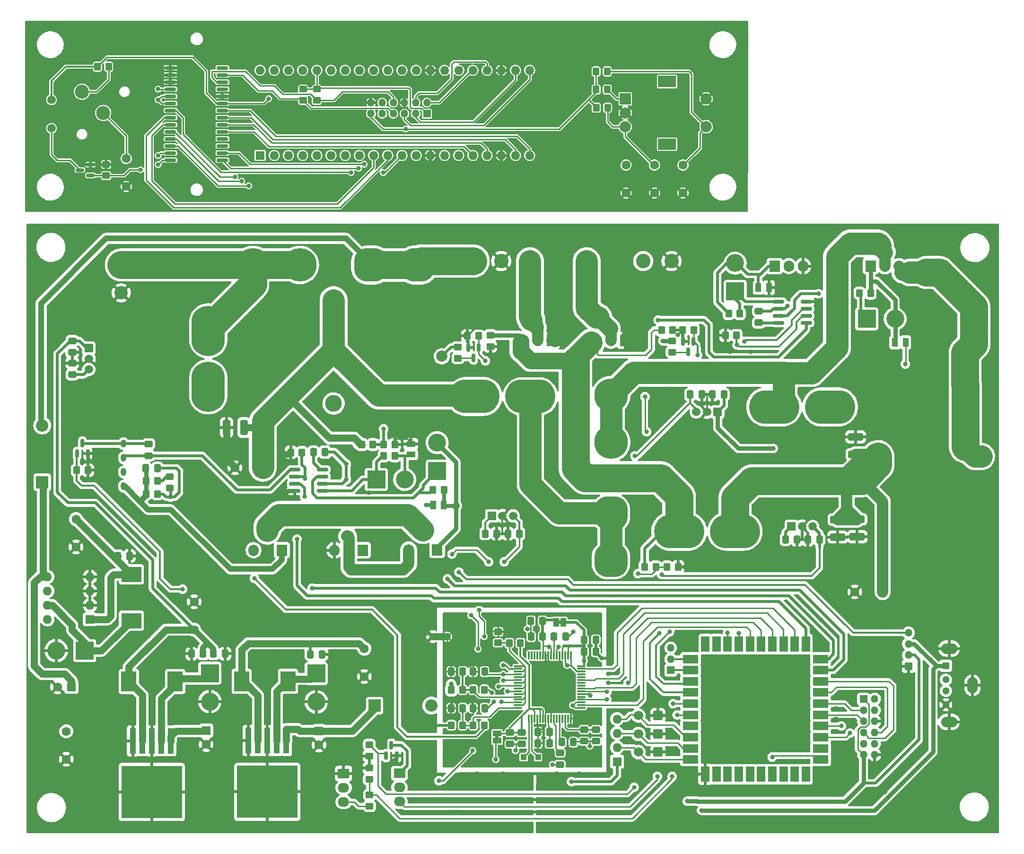
<source format=gtl>
%TF.GenerationSoftware,KiCad,Pcbnew,(5.99.0-13134-g7fd669b6a8-dirty)*%
%TF.CreationDate,2021-11-08T01:58:14+00:00*%
%TF.ProjectId,solarpump,736f6c61-7270-4756-9d70-2e6b69636164,1.0*%
%TF.SameCoordinates,Original*%
%TF.FileFunction,Copper,L1,Top*%
%TF.FilePolarity,Positive*%
%FSLAX46Y46*%
G04 Gerber Fmt 4.6, Leading zero omitted, Abs format (unit mm)*
G04 Created by KiCad (PCBNEW (5.99.0-13134-g7fd669b6a8-dirty)) date 2021-11-08 01:58:14*
%MOMM*%
%LPD*%
G01*
G04 APERTURE LIST*
G04 Aperture macros list*
%AMRoundRect*
0 Rectangle with rounded corners*
0 $1 Rounding radius*
0 $2 $3 $4 $5 $6 $7 $8 $9 X,Y pos of 4 corners*
0 Add a 4 corners polygon primitive as box body*
4,1,4,$2,$3,$4,$5,$6,$7,$8,$9,$2,$3,0*
0 Add four circle primitives for the rounded corners*
1,1,$1+$1,$2,$3*
1,1,$1+$1,$4,$5*
1,1,$1+$1,$6,$7*
1,1,$1+$1,$8,$9*
0 Add four rect primitives between the rounded corners*
20,1,$1+$1,$2,$3,$4,$5,0*
20,1,$1+$1,$4,$5,$6,$7,0*
20,1,$1+$1,$6,$7,$8,$9,0*
20,1,$1+$1,$8,$9,$2,$3,0*%
%AMHorizOval*
0 Thick line with rounded ends*
0 $1 width*
0 $2 $3 position (X,Y) of the first rounded end (center of the circle)*
0 $4 $5 position (X,Y) of the second rounded end (center of the circle)*
0 Add line between two ends*
20,1,$1,$2,$3,$4,$5,0*
0 Add two circle primitives to create the rounded ends*
1,1,$1,$2,$3*
1,1,$1,$4,$5*%
G04 Aperture macros list end*
%TA.AperFunction,ComponentPad*%
%ADD10C,4.400000*%
%TD*%
%TA.AperFunction,ComponentPad*%
%ADD11C,0.700000*%
%TD*%
%TA.AperFunction,ComponentPad*%
%ADD12R,1.500000X1.500000*%
%TD*%
%TA.AperFunction,ComponentPad*%
%ADD13C,1.500000*%
%TD*%
%TA.AperFunction,ComponentPad*%
%ADD14C,0.800000*%
%TD*%
%TA.AperFunction,ComponentPad*%
%ADD15HorizOval,0.800000X0.000000X0.000000X0.000000X0.000000X0*%
%TD*%
%TA.AperFunction,ComponentPad*%
%ADD16O,9.000000X6.000000*%
%TD*%
%TA.AperFunction,ComponentPad*%
%ADD17HorizOval,0.800000X0.000000X0.000000X0.000000X0.000000X0*%
%TD*%
%TA.AperFunction,ComponentPad*%
%ADD18HorizOval,0.800000X0.000000X0.000000X0.000000X0.000000X0*%
%TD*%
%TA.AperFunction,ComponentPad*%
%ADD19HorizOval,0.800000X0.000000X0.000000X0.000000X0.000000X0*%
%TD*%
%TA.AperFunction,ComponentPad*%
%ADD20HorizOval,0.800000X0.000000X0.000000X0.000000X0.000000X0*%
%TD*%
%TA.AperFunction,ComponentPad*%
%ADD21O,6.000000X9.000000*%
%TD*%
%TA.AperFunction,ComponentPad*%
%ADD22HorizOval,0.800000X0.000000X0.000000X0.000000X0.000000X0*%
%TD*%
%TA.AperFunction,SMDPad,CuDef*%
%ADD23R,1.100000X4.600000*%
%TD*%
%TA.AperFunction,SMDPad,CuDef*%
%ADD24R,10.800000X9.400000*%
%TD*%
%TA.AperFunction,ComponentPad*%
%ADD25R,1.905000X2.000000*%
%TD*%
%TA.AperFunction,ComponentPad*%
%ADD26O,1.905000X2.000000*%
%TD*%
%TA.AperFunction,SMDPad,CuDef*%
%ADD27RoundRect,0.250000X-0.450000X0.350000X-0.450000X-0.350000X0.450000X-0.350000X0.450000X0.350000X0*%
%TD*%
%TA.AperFunction,ComponentPad*%
%ADD28C,1.600000*%
%TD*%
%TA.AperFunction,ComponentPad*%
%ADD29R,1.300000X1.300000*%
%TD*%
%TA.AperFunction,ComponentPad*%
%ADD30C,1.300000*%
%TD*%
%TA.AperFunction,ComponentPad*%
%ADD31O,1.900000X2.900000*%
%TD*%
%TA.AperFunction,ComponentPad*%
%ADD32O,2.900000X1.900000*%
%TD*%
%TA.AperFunction,SMDPad,CuDef*%
%ADD33RoundRect,0.150000X0.825000X0.150000X-0.825000X0.150000X-0.825000X-0.150000X0.825000X-0.150000X0*%
%TD*%
%TA.AperFunction,SMDPad,CuDef*%
%ADD34RoundRect,0.250000X0.337500X0.475000X-0.337500X0.475000X-0.337500X-0.475000X0.337500X-0.475000X0*%
%TD*%
%TA.AperFunction,ComponentPad*%
%ADD35RoundRect,0.250000X0.600000X0.600000X-0.600000X0.600000X-0.600000X-0.600000X0.600000X-0.600000X0*%
%TD*%
%TA.AperFunction,ComponentPad*%
%ADD36C,1.700000*%
%TD*%
%TA.AperFunction,SMDPad,CuDef*%
%ADD37RoundRect,0.250000X-0.337500X-0.475000X0.337500X-0.475000X0.337500X0.475000X-0.337500X0.475000X0*%
%TD*%
%TA.AperFunction,ComponentPad*%
%ADD38R,1.600000X1.600000*%
%TD*%
%TA.AperFunction,ComponentPad*%
%ADD39O,1.600000X1.600000*%
%TD*%
%TA.AperFunction,SMDPad,CuDef*%
%ADD40RoundRect,0.150000X0.150000X-0.587500X0.150000X0.587500X-0.150000X0.587500X-0.150000X-0.587500X0*%
%TD*%
%TA.AperFunction,ComponentPad*%
%ADD41R,3.200000X3.200000*%
%TD*%
%TA.AperFunction,ComponentPad*%
%ADD42O,3.200000X3.200000*%
%TD*%
%TA.AperFunction,SMDPad,CuDef*%
%ADD43RoundRect,0.250000X0.450000X-0.350000X0.450000X0.350000X-0.450000X0.350000X-0.450000X-0.350000X0*%
%TD*%
%TA.AperFunction,ComponentPad*%
%ADD44C,3.000000*%
%TD*%
%TA.AperFunction,ComponentPad*%
%ADD45C,1.350000*%
%TD*%
%TA.AperFunction,SMDPad,CuDef*%
%ADD46R,2.800000X1.500000*%
%TD*%
%TA.AperFunction,ComponentPad*%
%ADD47O,1.350000X1.350000*%
%TD*%
%TA.AperFunction,SMDPad,CuDef*%
%ADD48R,1.500000X2.800000*%
%TD*%
%TA.AperFunction,ComponentPad*%
%ADD49O,1.000000X1.400000*%
%TD*%
%TA.AperFunction,SMDPad,CuDef*%
%ADD50RoundRect,0.250000X0.350000X0.450000X-0.350000X0.450000X-0.350000X-0.450000X0.350000X-0.450000X0*%
%TD*%
%TA.AperFunction,ComponentPad*%
%ADD51R,1.350000X1.350000*%
%TD*%
%TA.AperFunction,SMDPad,CuDef*%
%ADD52RoundRect,0.150000X0.587500X0.150000X-0.587500X0.150000X-0.587500X-0.150000X0.587500X-0.150000X0*%
%TD*%
%TA.AperFunction,SMDPad,CuDef*%
%ADD53RoundRect,0.250000X-0.350000X-0.450000X0.350000X-0.450000X0.350000X0.450000X-0.350000X0.450000X0*%
%TD*%
%TA.AperFunction,SMDPad,CuDef*%
%ADD54RoundRect,0.250000X0.475000X-0.337500X0.475000X0.337500X-0.475000X0.337500X-0.475000X-0.337500X0*%
%TD*%
%TA.AperFunction,ComponentPad*%
%ADD55R,2.200000X2.200000*%
%TD*%
%TA.AperFunction,ComponentPad*%
%ADD56O,2.200000X2.200000*%
%TD*%
%TA.AperFunction,ComponentPad*%
%ADD57R,2.030000X1.730000*%
%TD*%
%TA.AperFunction,ComponentPad*%
%ADD58O,2.030000X1.730000*%
%TD*%
%TA.AperFunction,ComponentPad*%
%ADD59RoundRect,2.400000X-0.600000X0.600000X-0.600000X-0.600000X0.600000X-0.600000X0.600000X0.600000X0*%
%TD*%
%TA.AperFunction,ComponentPad*%
%ADD60RoundRect,2.400000X0.600000X0.600000X-0.600000X0.600000X-0.600000X-0.600000X0.600000X-0.600000X0*%
%TD*%
%TA.AperFunction,ComponentPad*%
%ADD61C,6.000000*%
%TD*%
%TA.AperFunction,SMDPad,CuDef*%
%ADD62R,1.000000X1.500000*%
%TD*%
%TA.AperFunction,SMDPad,CuDef*%
%ADD63RoundRect,0.250000X0.450000X-0.325000X0.450000X0.325000X-0.450000X0.325000X-0.450000X-0.325000X0*%
%TD*%
%TA.AperFunction,ComponentPad*%
%ADD64R,2.000000X2.000000*%
%TD*%
%TA.AperFunction,ComponentPad*%
%ADD65C,2.000000*%
%TD*%
%TA.AperFunction,ComponentPad*%
%ADD66R,3.200000X2.000000*%
%TD*%
%TA.AperFunction,SMDPad,CuDef*%
%ADD67R,2.700000X3.600000*%
%TD*%
%TA.AperFunction,SMDPad,CuDef*%
%ADD68RoundRect,0.075000X-0.662500X-0.075000X0.662500X-0.075000X0.662500X0.075000X-0.662500X0.075000X0*%
%TD*%
%TA.AperFunction,SMDPad,CuDef*%
%ADD69RoundRect,0.075000X-0.075000X-0.662500X0.075000X-0.662500X0.075000X0.662500X-0.075000X0.662500X0*%
%TD*%
%TA.AperFunction,SMDPad,CuDef*%
%ADD70RoundRect,0.150000X-0.150000X0.587500X-0.150000X-0.587500X0.150000X-0.587500X0.150000X0.587500X0*%
%TD*%
%TA.AperFunction,SMDPad,CuDef*%
%ADD71R,3.600000X2.700000*%
%TD*%
%TA.AperFunction,SMDPad,CuDef*%
%ADD72RoundRect,0.250000X0.412500X1.100000X-0.412500X1.100000X-0.412500X-1.100000X0.412500X-1.100000X0*%
%TD*%
%TA.AperFunction,ComponentPad*%
%ADD73C,2.500000*%
%TD*%
%TA.AperFunction,SMDPad,CuDef*%
%ADD74R,1.500000X1.000000*%
%TD*%
%TA.AperFunction,SMDPad,CuDef*%
%ADD75R,1.100000X1.600000*%
%TD*%
%TA.AperFunction,ComponentPad*%
%ADD76R,2.400000X2.400000*%
%TD*%
%TA.AperFunction,ComponentPad*%
%ADD77C,2.400000*%
%TD*%
%TA.AperFunction,SMDPad,CuDef*%
%ADD78RoundRect,0.250000X-0.475000X0.337500X-0.475000X-0.337500X0.475000X-0.337500X0.475000X0.337500X0*%
%TD*%
%TA.AperFunction,SMDPad,CuDef*%
%ADD79RoundRect,0.250000X-1.100000X0.412500X-1.100000X-0.412500X1.100000X-0.412500X1.100000X0.412500X0*%
%TD*%
%TA.AperFunction,ComponentPad*%
%ADD80R,2.600000X2.600000*%
%TD*%
%TA.AperFunction,ComponentPad*%
%ADD81C,2.600000*%
%TD*%
%TA.AperFunction,SMDPad,CuDef*%
%ADD82RoundRect,0.150000X0.875000X0.150000X-0.875000X0.150000X-0.875000X-0.150000X0.875000X-0.150000X0*%
%TD*%
%TA.AperFunction,SMDPad,CuDef*%
%ADD83RoundRect,0.250000X1.100000X-0.412500X1.100000X0.412500X-1.100000X0.412500X-1.100000X-0.412500X0*%
%TD*%
%TA.AperFunction,SMDPad,CuDef*%
%ADD84R,1.000000X1.000000*%
%TD*%
%TA.AperFunction,SMDPad,CuDef*%
%ADD85RoundRect,0.150000X-0.825000X-0.150000X0.825000X-0.150000X0.825000X0.150000X-0.825000X0.150000X0*%
%TD*%
%TA.AperFunction,SMDPad,CuDef*%
%ADD86R,1.600000X1.100000*%
%TD*%
%TA.AperFunction,ComponentPad*%
%ADD87RoundRect,2.400000X0.600000X-0.600000X0.600000X0.600000X-0.600000X0.600000X-0.600000X-0.600000X0*%
%TD*%
%TA.AperFunction,ComponentPad*%
%ADD88C,1.524000*%
%TD*%
%TA.AperFunction,ViaPad*%
%ADD89C,0.800000*%
%TD*%
%TA.AperFunction,ViaPad*%
%ADD90C,2.000000*%
%TD*%
%TA.AperFunction,ViaPad*%
%ADD91C,4.000000*%
%TD*%
%TA.AperFunction,Conductor*%
%ADD92C,0.330000*%
%TD*%
%TA.AperFunction,Conductor*%
%ADD93C,0.500000*%
%TD*%
%TA.AperFunction,Conductor*%
%ADD94C,0.250000*%
%TD*%
%TA.AperFunction,Conductor*%
%ADD95C,5.000000*%
%TD*%
%TA.AperFunction,Conductor*%
%ADD96C,4.000000*%
%TD*%
%TA.AperFunction,Conductor*%
%ADD97C,0.750000*%
%TD*%
%TA.AperFunction,Conductor*%
%ADD98C,1.000000*%
%TD*%
%TA.AperFunction,Conductor*%
%ADD99C,1.270000*%
%TD*%
%TA.AperFunction,Conductor*%
%ADD100C,2.000000*%
%TD*%
%TA.AperFunction,Conductor*%
%ADD101C,3.000000*%
%TD*%
%TA.AperFunction,Conductor*%
%ADD102C,0.660000*%
%TD*%
%TA.AperFunction,Conductor*%
%ADD103C,2.540000*%
%TD*%
G04 APERTURE END LIST*
%TO.C,JP2*%
G36*
X150900000Y-121050000D02*
G01*
X150400000Y-121050000D01*
X150400000Y-120450000D01*
X150900000Y-120450000D01*
X150900000Y-121050000D01*
G37*
%TO.C,JP1*%
G36*
X139717175Y-141586630D02*
G01*
X139117175Y-141586630D01*
X139117175Y-141086630D01*
X139717175Y-141086630D01*
X139717175Y-141586630D01*
G37*
%TO.C,NT1*%
G36*
X130500000Y-124000000D02*
G01*
X127900000Y-124000000D01*
X127900000Y-122700000D01*
X130500000Y-122700000D01*
X130500000Y-124000000D01*
G37*
%TD*%
D10*
%TO.P,HS8,1*%
%TO.N,GND*%
X218050000Y-67475000D03*
D11*
X219700000Y-67475000D03*
X219216726Y-68641726D03*
X218050000Y-69125000D03*
X216883274Y-68641726D03*
X216400000Y-67475000D03*
X216883274Y-66308274D03*
X218050000Y-65825000D03*
X219216726Y-66308274D03*
%TD*%
D12*
%TO.P,U6,1,VCC*%
%TO.N,+3V3*%
X138484675Y-101736630D03*
D13*
%TO.P,U6,2,GND*%
%TO.N,GND*%
X140394675Y-101736630D03*
%TO.P,U6,3,VIOUT*%
%TO.N,/MCU/VCurrent_Load*%
X142304675Y-101736630D03*
D14*
%TO.P,U6,4,IP+*%
%TO.N,/MPPT/MPPT_OUT_M*%
X148594675Y-78676630D03*
X149344675Y-79706630D03*
D15*
X141444675Y-79706630D03*
D14*
X148594675Y-81996630D03*
X146064675Y-78286630D03*
X149344675Y-80966630D03*
X144724675Y-78286630D03*
X143394675Y-82386630D03*
X144724675Y-82386630D03*
X142194675Y-78676630D03*
X146064675Y-82386630D03*
X147394675Y-82386630D03*
X142194675Y-81996630D03*
X143394675Y-78286630D03*
X147394675Y-78286630D03*
D16*
X145394675Y-80336630D03*
D17*
X141444675Y-80966630D03*
D14*
%TO.P,U6,5,IP-*%
%TO.N,/MPPT/MPPT_OUT*%
X136064675Y-82386630D03*
X133394675Y-82386630D03*
D16*
X135394675Y-80336630D03*
D14*
X131444675Y-80966630D03*
D17*
X139344675Y-79706630D03*
D14*
X134724675Y-82386630D03*
D15*
X139344675Y-80966630D03*
D14*
X132194675Y-78676630D03*
X138594675Y-78676630D03*
X134724675Y-78286630D03*
X136064675Y-78286630D03*
X137394675Y-82386630D03*
X131444675Y-79706630D03*
X138594675Y-81996630D03*
X137394675Y-78286630D03*
X133394675Y-78286630D03*
X132194675Y-81996630D03*
%TD*%
D12*
%TO.P,U7,1,VCC*%
%TO.N,+3V3*%
X178910000Y-83111630D03*
D13*
%TO.P,U7,2,GND*%
%TO.N,GND*%
X177000000Y-83111630D03*
%TO.P,U7,3,VIOUT*%
%TO.N,/MCU/VCurrent_Output*%
X175090000Y-83111630D03*
D14*
%TO.P,U7,4,IP+*%
%TO.N,/OUTPUT/OUTPUT*%
X168800000Y-106171630D03*
X168050000Y-105141630D03*
D18*
X175950000Y-105141630D03*
D14*
X168800000Y-102851630D03*
X171330000Y-106561630D03*
X168050000Y-103881630D03*
X172670000Y-106561630D03*
X174000000Y-102461630D03*
X172670000Y-102461630D03*
X175200000Y-106171630D03*
X171330000Y-102461630D03*
X170000000Y-102461630D03*
X175200000Y-102851630D03*
X174000000Y-106561630D03*
X170000000Y-106561630D03*
D16*
X172000000Y-104511630D03*
D19*
X175950000Y-103881630D03*
D14*
%TO.P,U7,5,IP-*%
%TO.N,Net-(C37-Pad1)*%
X181330000Y-102461630D03*
X184000000Y-102461630D03*
D16*
X182000000Y-104511630D03*
D14*
X185950000Y-103881630D03*
D19*
X178050000Y-105141630D03*
D14*
X182670000Y-102461630D03*
D18*
X178050000Y-103881630D03*
D14*
X185200000Y-106171630D03*
X178800000Y-106171630D03*
X182670000Y-106561630D03*
X181330000Y-106561630D03*
X180000000Y-102461630D03*
X185950000Y-105141630D03*
X178800000Y-102851630D03*
X180000000Y-106561630D03*
X184000000Y-106561630D03*
X185200000Y-102851630D03*
%TD*%
D12*
%TO.P,U11,1,VCC*%
%TO.N,+3V3*%
X192100000Y-103625000D03*
D13*
%TO.P,U11,2,GND*%
%TO.N,GND*%
X194010000Y-103625000D03*
%TO.P,U11,3,VIOUT*%
%TO.N,/BATTERY/VCurrent_Batt+*%
X195920000Y-103625000D03*
D14*
%TO.P,U11,4,IP+*%
%TO.N,/BATTERY/BattIO+*%
X202210000Y-80565000D03*
X202960000Y-81595000D03*
D15*
X195060000Y-81595000D03*
D14*
X202210000Y-83885000D03*
X199680000Y-80175000D03*
X202960000Y-82855000D03*
X198340000Y-80175000D03*
X197010000Y-84275000D03*
X198340000Y-84275000D03*
X195810000Y-80565000D03*
X199680000Y-84275000D03*
X201010000Y-84275000D03*
X195810000Y-83885000D03*
X197010000Y-80175000D03*
X201010000Y-80175000D03*
D16*
X199010000Y-82225000D03*
D17*
X195060000Y-82855000D03*
D14*
%TO.P,U11,5,IP-*%
%TO.N,/BATTERY/Load+*%
X189680000Y-84275000D03*
X187010000Y-84275000D03*
D16*
X189010000Y-82225000D03*
D14*
X185060000Y-82855000D03*
D17*
X192960000Y-81595000D03*
D14*
X188340000Y-84275000D03*
D15*
X192960000Y-82855000D03*
D14*
X185810000Y-80565000D03*
X192210000Y-80565000D03*
X188340000Y-80175000D03*
X189680000Y-80175000D03*
X191010000Y-84275000D03*
X185060000Y-81595000D03*
X192210000Y-83885000D03*
X191010000Y-80175000D03*
X187010000Y-80175000D03*
X185810000Y-83885000D03*
%TD*%
D12*
%TO.P,U3,1,VCC*%
%TO.N,+3V3*%
X66325000Y-71700000D03*
D13*
%TO.P,U3,2,GND*%
%TO.N,GND*%
X66325000Y-73610000D03*
%TO.P,U3,3,VIOUT*%
%TO.N,/MCU/VCurrent_Solr*%
X66325000Y-75520000D03*
D14*
%TO.P,U3,4,IP+*%
%TO.N,/MPPT/SOLR_IN_M*%
X89385000Y-81810000D03*
X88355000Y-82560000D03*
D20*
X88355000Y-74660000D03*
D14*
X86065000Y-81810000D03*
X89775000Y-79280000D03*
X87095000Y-82560000D03*
X89775000Y-77940000D03*
X85675000Y-76610000D03*
X85675000Y-77940000D03*
X89385000Y-75410000D03*
X85675000Y-79280000D03*
X85675000Y-80610000D03*
X86065000Y-75410000D03*
X89775000Y-76610000D03*
X89775000Y-80610000D03*
D21*
X87725000Y-78610000D03*
D22*
X87095000Y-74660000D03*
D14*
%TO.P,U3,5,IP-*%
%TO.N,/MPPT/SOLR_IN_F*%
X85675000Y-69280000D03*
X85675000Y-66610000D03*
D21*
X87725000Y-68610000D03*
D14*
X87095000Y-64660000D03*
D22*
X88355000Y-72560000D03*
D14*
X85675000Y-67940000D03*
D20*
X87095000Y-72560000D03*
D14*
X89385000Y-65410000D03*
X89385000Y-71810000D03*
X89775000Y-67940000D03*
X89775000Y-69280000D03*
X85675000Y-70610000D03*
X88355000Y-64660000D03*
X86065000Y-71810000D03*
X89775000Y-70610000D03*
X89775000Y-66610000D03*
X86065000Y-65410000D03*
%TD*%
D10*
%TO.P,HS7,1*%
%TO.N,GND*%
X82800000Y-85650000D03*
D11*
X84450000Y-85650000D03*
X83966726Y-86816726D03*
X82800000Y-87300000D03*
X81633274Y-86816726D03*
X81150000Y-85650000D03*
X81633274Y-84483274D03*
X82800000Y-84000000D03*
X83966726Y-84483274D03*
%TD*%
D10*
%TO.P,HS6,1*%
%TO.N,GND*%
X130600000Y-66000000D03*
D11*
X132250000Y-66000000D03*
X131766726Y-67166726D03*
X130600000Y-67650000D03*
X129433274Y-67166726D03*
X128950000Y-66000000D03*
X129433274Y-64833274D03*
X130600000Y-64350000D03*
X131766726Y-64833274D03*
%TD*%
D10*
%TO.P,HS5,1*%
%TO.N,GND*%
X218050000Y-53000000D03*
D11*
X219700000Y-53000000D03*
X219216726Y-54166726D03*
X218050000Y-54650000D03*
X216883274Y-54166726D03*
X216400000Y-53000000D03*
X216883274Y-51833274D03*
X218050000Y-51350000D03*
X219216726Y-51833274D03*
%TD*%
D10*
%TO.P,HS4,1*%
%TO.N,GND*%
X176300000Y-53000000D03*
D11*
X177950000Y-53000000D03*
X177466726Y-54166726D03*
X176300000Y-54650000D03*
X175133274Y-54166726D03*
X174650000Y-53000000D03*
X175133274Y-51833274D03*
X176300000Y-51350000D03*
X177466726Y-51833274D03*
%TD*%
D10*
%TO.P,HS3,1*%
%TO.N,GND*%
X153825000Y-110475000D03*
D11*
X155475000Y-110475000D03*
X154991726Y-111641726D03*
X153825000Y-112125000D03*
X152658274Y-111641726D03*
X152175000Y-110475000D03*
X152658274Y-109308274D03*
X153825000Y-108825000D03*
X154991726Y-109308274D03*
%TD*%
D10*
%TO.P,HS2,1*%
%TO.N,GND*%
X107475000Y-110475000D03*
D11*
X109125000Y-110475000D03*
X108641726Y-111641726D03*
X107475000Y-112125000D03*
X106308274Y-111641726D03*
X105825000Y-110475000D03*
X106308274Y-109308274D03*
X107475000Y-108825000D03*
X108641726Y-109308274D03*
%TD*%
D10*
%TO.P,HS1,1*%
%TO.N,GND*%
X82875000Y-110475000D03*
D11*
X84525000Y-110475000D03*
X84041726Y-111641726D03*
X82875000Y-112125000D03*
X81708274Y-111641726D03*
X81225000Y-110475000D03*
X81708274Y-109308274D03*
X82875000Y-108825000D03*
X84041726Y-109308274D03*
%TD*%
D23*
%TO.P,U10,1,VIN*%
%TO.N,+BATT*%
X81000000Y-142025000D03*
%TO.P,U10,2,OUT*%
%TO.N,Net-(D9-Pad1)*%
X79300000Y-142025000D03*
%TO.P,U10,3,GND*%
%TO.N,GND*%
X77600000Y-142025000D03*
D24*
X77600000Y-151175000D03*
D23*
%TO.P,U10,4,FB*%
%TO.N,+3V3*%
X75900000Y-142025000D03*
%TO.P,U10,5,~{ON}/OFF*%
%TO.N,GND*%
X74200000Y-142025000D03*
%TD*%
%TO.P,U9,1,VIN*%
%TO.N,+BATT*%
X101700000Y-141975000D03*
%TO.P,U9,2,OUT*%
%TO.N,Net-(D8-Pad1)*%
X100000000Y-141975000D03*
%TO.P,U9,3,GND*%
%TO.N,GND*%
X98300000Y-141975000D03*
D24*
X98300000Y-151125000D03*
D23*
%TO.P,U9,4,FB*%
%TO.N,+5V*%
X96600000Y-141975000D03*
%TO.P,U9,5,~{ON}/OFF*%
%TO.N,GND*%
X94900000Y-141975000D03*
%TD*%
D25*
%TO.P,Q1,1,G*%
%TO.N,/MPPT/BACK_gate*%
X100900000Y-107870000D03*
D26*
%TO.P,Q1,2,D*%
%TO.N,/MPPT/MPPT_IN*%
X98360000Y-105330000D03*
%TO.P,Q1,3,S*%
%TO.N,/MPPT/SOLR_IN_M*%
X95820000Y-107870000D03*
%TD*%
D25*
%TO.P,Q2,1,G*%
%TO.N,Net-(D4-Pad2)*%
X128690000Y-107792500D03*
D26*
%TO.P,Q2,2,D*%
%TO.N,/MPPT/MPPT_IN*%
X126150000Y-105252500D03*
%TO.P,Q2,3,S*%
%TO.N,/MPPT/MPPT_Com*%
X123610000Y-107792500D03*
%TD*%
D25*
%TO.P,Q12,1,G*%
%TO.N,Net-(D10-Pad2)*%
X189100000Y-57000000D03*
D26*
%TO.P,Q12,2,D*%
%TO.N,/OUTPUT/OUT_L*%
X191640000Y-57000000D03*
%TO.P,Q12,3,S*%
%TO.N,GND*%
X194180000Y-57000000D03*
%TD*%
D25*
%TO.P,Q10,1,G*%
%TO.N,GND*%
X162352175Y-70306630D03*
D26*
%TO.P,Q10,2,D*%
%TO.N,/OUTPUT/Output_Aux+*%
X159812175Y-70306630D03*
%TO.P,Q10,3,S*%
%TO.N,/OUTPUT/OUTPUT*%
X157272175Y-70306630D03*
%TD*%
D25*
%TO.P,Q9,1,G*%
%TO.N,GND*%
X149217175Y-70336630D03*
D26*
%TO.P,Q9,2,D*%
%TO.N,/OUTPUT/Output_Pump+*%
X146677175Y-70336630D03*
%TO.P,Q9,3,S*%
%TO.N,/OUTPUT/OUTPUT*%
X144137175Y-70336630D03*
%TD*%
D25*
%TO.P,Q3,1,G*%
%TO.N,Net-(D5-Pad2)*%
X115400000Y-107870000D03*
D26*
%TO.P,Q3,2,D*%
%TO.N,/MPPT/MPPT_Com*%
X112860000Y-105330000D03*
%TO.P,Q3,3,S*%
%TO.N,GND*%
X110320000Y-107870000D03*
%TD*%
D25*
%TO.P,Q11,1,G*%
%TO.N,Net-(D2-Pad2)*%
X206300000Y-57000000D03*
D26*
%TO.P,Q11,2,D*%
%TO.N,/BATTERY/Load+*%
X208840000Y-57000000D03*
%TO.P,Q11,3,S*%
%TO.N,/OUTPUT/OUT_L*%
X211380000Y-57000000D03*
%TD*%
D27*
%TO.P,R17,1*%
%TO.N,/MCU/Fan_En+*%
X116550000Y-142700000D03*
%TO.P,R17,2*%
%TO.N,GND*%
X116550000Y-144700000D03*
%TD*%
D28*
%TO.P,CP7,1*%
%TO.N,Net-(C37-Pad1)*%
X208450000Y-115350000D03*
%TO.P,CP7,2*%
%TO.N,GND*%
X203450000Y-115350000D03*
%TD*%
%TO.P,C41,1*%
%TO.N,/FrontPanel/FP_GND*%
X73049188Y-42750222D03*
%TO.P,C41,2*%
%TO.N,/FrontPanel/STOP_SW*%
X73049188Y-37750222D03*
%TD*%
D29*
%TO.P,J1,1,VBUS*%
%TO.N,+5V*%
X219750000Y-128550000D03*
D30*
%TO.P,J1,2,D-*%
%TO.N,/MCU/USB_D-*%
X219750000Y-131050000D03*
%TO.P,J1,3,D+*%
%TO.N,/MCU/USB_D+*%
X219750000Y-133050000D03*
%TO.P,J1,4,GND*%
%TO.N,GND*%
X219750000Y-135550000D03*
D31*
%TO.P,J1,5,Shield*%
X224530000Y-132050000D03*
D32*
X220350000Y-125480000D03*
X220350000Y-138620000D03*
%TD*%
D33*
%TO.P,U12,1,VCC*%
%TO.N,+12V*%
X194775000Y-67165000D03*
%TO.P,U12,2,HIN*%
%TO.N,/MCU/BUCK_PWMhi*%
X194775000Y-65895000D03*
%TO.P,U12,3,~{LIN}*%
%TO.N,/MCU/BUCK_PWMlo*%
X194775000Y-64625000D03*
%TO.P,U12,4,GND*%
%TO.N,GND*%
X194775000Y-63355000D03*
%TO.P,U12,5,LVG*%
%TO.N,/OUTPUT/OUT_LVG*%
X189825000Y-63355000D03*
%TO.P,U12,6,OUT*%
%TO.N,/OUTPUT/OUT_L*%
X189825000Y-64625000D03*
%TO.P,U12,7,HVG*%
%TO.N,/OUTPUT/OUT_HVG*%
X189825000Y-65895000D03*
%TO.P,U12,8,BOOT*%
%TO.N,Net-(C36-Pad1)*%
X189825000Y-67165000D03*
%TD*%
D34*
%TO.P,C12,1*%
%TO.N,/MPPT/SOLR_IN_M*%
X78637500Y-93200000D03*
%TO.P,C12,2*%
%TO.N,/MPPT/BACK_gate*%
X76562500Y-93200000D03*
%TD*%
D35*
%TO.P,TH1,1*%
%TO.N,GND*%
X168215155Y-144018070D03*
D36*
%TO.P,TH1,2*%
%TO.N,Net-(MCU1-Pad30)*%
X164715155Y-144018070D03*
%TD*%
D34*
%TO.P,C29,1*%
%TO.N,GND*%
X157090155Y-126043070D03*
%TO.P,C29,2*%
%TO.N,+3V3*%
X155015155Y-126043070D03*
%TD*%
D37*
%TO.P,C22,1*%
%TO.N,+12V*%
X71562500Y-108900000D03*
%TO.P,C22,2*%
%TO.N,GND*%
X73637500Y-108900000D03*
%TD*%
D38*
%TO.P,U8,1,FB*%
%TO.N,+12V*%
X66550000Y-120250000D03*
D39*
%TO.P,U8,2,SGND*%
%TO.N,GND*%
X66550000Y-117710000D03*
%TO.P,U8,3,~{ON}/OFF*%
X66550000Y-115170000D03*
%TO.P,U8,4,PGND*%
X66550000Y-112630000D03*
%TO.P,U8,5,VIN*%
%TO.N,+BATT*%
X58930000Y-112630000D03*
%TO.P,U8,6,NC*%
%TO.N,unconnected-(U8-Pad6)*%
X58930000Y-115170000D03*
%TO.P,U8,7,OUT*%
%TO.N,Net-(D7-Pad1)*%
X58930000Y-117710000D03*
%TO.P,U8,8,NC*%
%TO.N,unconnected-(U8-Pad8)*%
X58930000Y-120250000D03*
%TD*%
D40*
%TO.P,Q4,1,G*%
%TO.N,/MCU/MPPT_BACKen*%
X64250000Y-90562500D03*
%TO.P,Q4,2,S*%
%TO.N,GND*%
X66150000Y-90562500D03*
%TO.P,Q4,3,D*%
%TO.N,Net-(C13-Pad1)*%
X65200000Y-88687500D03*
%TD*%
D41*
%TO.P,D10,1,K*%
%TO.N,/OUTPUT/OUT_LVG*%
X182050000Y-61550000D03*
D42*
%TO.P,D10,2,A*%
%TO.N,Net-(D10-Pad2)*%
X182050000Y-56470000D03*
%TD*%
D37*
%TO.P,C2,1*%
%TO.N,GNDA*%
X146715155Y-142443070D03*
%TO.P,C2,2*%
%TO.N,Net-(C2-Pad2)*%
X148790155Y-142443070D03*
%TD*%
D43*
%TO.P,R9,1*%
%TO.N,Net-(J9-Pad3)*%
X116600000Y-153700000D03*
%TO.P,R9,2*%
%TO.N,/MCU/Flow_Sig*%
X116600000Y-151700000D03*
%TD*%
D35*
%TO.P,TH3,1*%
%TO.N,GND*%
X168215155Y-137468070D03*
D36*
%TO.P,TH3,2*%
%TO.N,Net-(MCU1-Pad28)*%
X164715155Y-137468070D03*
%TD*%
D27*
%TO.P,R33,1*%
%TO.N,/FrontPanel/FP_3V3*%
X104701235Y-25318945D03*
%TO.P,R33,2*%
%TO.N,/FrontPanel/I2C_SDA*%
X104701235Y-27318945D03*
%TD*%
D44*
%TO.P,L1,1,1*%
%TO.N,/MPPT/MPPT_Com*%
X110150000Y-81600000D03*
%TO.P,L1,2,2*%
%TO.N,/MPPT/MPPT_OUT*%
X110150000Y-63100000D03*
%TD*%
D45*
%TO.P,MCU1,1,GPIO0/PWM0A/UART0TX/I2C0SDA/SPI0RX*%
%TO.N,/MCU/Fan_En+*%
X196700000Y-145350000D03*
D46*
X197350000Y-145350000D03*
D47*
%TO.P,MCU1,2,GPIO1/PWM0B/UART0RX/I2C0SCL/SPI0CSn*%
%TO.N,unconnected-(MCU1-Pad2)*%
X196700000Y-143350000D03*
D46*
X197350000Y-143350000D03*
D47*
%TO.P,MCU1,3,GPIO2/PWM1A/I2C1SDA/SPI0SCK*%
%TO.N,/MCU/SPI_CLK*%
X196700000Y-141350000D03*
D46*
X197350000Y-141350000D03*
D47*
%TO.P,MCU1,4,GPIO3/PWM1B/I2C1SCL/SPI0TX*%
%TO.N,/MCU/SPI_MOSI*%
X196700000Y-139350000D03*
D46*
X197350000Y-139350000D03*
D47*
%TO.P,MCU1,5,GPIO4/PWM2A/UART1TX/I2C0SDA/SPI0RX*%
%TO.N,/MCU/SPI_MISO*%
X196700000Y-137350000D03*
D46*
X197350000Y-137350000D03*
%TO.P,MCU1,6,GPIO5/PWM2B/UART1RX/I2C0SCL/SPI0CSn*%
%TO.N,/MCU/SPI_CS*%
X197350000Y-135350000D03*
D47*
X196700000Y-135350000D03*
D46*
%TO.P,MCU1,7,GPIO6/PWM3A/I2C1SDA/SPI0SCK*%
%TO.N,/MCU/I2C_SDA*%
X197350000Y-133350000D03*
D47*
X196700000Y-133350000D03*
D46*
%TO.P,MCU1,8,GPIO7/PWM3B/I2C1SCL/SPI0TX*%
%TO.N,/MCU/I2C_SCL*%
X197350000Y-131350000D03*
D47*
X196700000Y-131350000D03*
D46*
%TO.P,MCU1,9,GPIO8/PWM4A/UART1TX/I2C0SDA/SPI1RX*%
%TO.N,/MCU/MPPT_BACKen*%
X197350000Y-129350000D03*
D47*
X196700000Y-129350000D03*
%TO.P,MCU1,10,GPIO9/PWM4B/UART1RX/I2C0SCL/SPI1CSn*%
%TO.N,/MCU/MPPT_PWMhi*%
X196700000Y-127350000D03*
D46*
X197350000Y-127350000D03*
D48*
%TO.P,MCU1,11,GPIO10/PWM5A/I2C1SDA/SPI1SCK*%
%TO.N,/MCU/MPPT_PWMlo*%
X194700000Y-124700000D03*
D47*
X194700000Y-125350000D03*
D48*
%TO.P,MCU1,12,GPIO11/PWM5B/I2C1SCL/SPI1TX*%
%TO.N,Net-(MCU1-Pad12)*%
X192700000Y-124700000D03*
D47*
X192700000Y-125350000D03*
%TO.P,MCU1,13,GPIO12/PWM6A/UART0TX/I2C0SDA/SPI1RX*%
%TO.N,Net-(MCU1-Pad13)*%
X190700000Y-125350000D03*
D48*
X190700000Y-124700000D03*
D47*
%TO.P,MCU1,14,GPIO13/PWM6B/UART0RX/I2C0SCL/SPI1CSn*%
%TO.N,Net-(MCU1-Pad14)*%
X188700000Y-125350000D03*
D48*
X188700000Y-124700000D03*
%TO.P,MCU1,15,GPIO14/PWM7A/I2C1SDA/SPI1SCK*%
%TO.N,Net-(MCU1-Pad15)*%
X186700000Y-124700000D03*
D47*
X186700000Y-125350000D03*
D48*
%TO.P,MCU1,16,GPIO15/PWM7B/I2C1SCL/SPI1TX*%
%TO.N,Net-(MCU1-Pad16)*%
X184700000Y-124700000D03*
D47*
X184700000Y-125350000D03*
D48*
%TO.P,MCU1,17,GPIO16/PWM0A/UART0TX/SPI0RX*%
%TO.N,/MCU/BUCK_PWMlo*%
X182700000Y-124700000D03*
D47*
X182700000Y-125350000D03*
%TO.P,MCU1,18,GPIO17/PWM0B/UART0RX/SPI0CSn*%
%TO.N,/MCU/BUCK_PWMhi*%
X180700000Y-125350000D03*
D48*
X180700000Y-124700000D03*
D47*
%TO.P,MCU1,19,GPIO18/PWM1A/I2C1SDA/SPI0SCK*%
%TO.N,/MCU/I2C_INT*%
X178700000Y-125350000D03*
D48*
X178700000Y-124700000D03*
%TO.P,MCU1,20,GPIO19/PWM1B/I2C1SCL/SPI0TX*%
%TO.N,/MCU/UART_ST*%
X176700000Y-124700000D03*
D47*
X176700000Y-125350000D03*
%TO.P,MCU1,21,GPIO20/PWM2A/UART1TX/CLKIN0*%
%TO.N,/MCU/UART_TX*%
X174700000Y-127350000D03*
D46*
X174050000Y-127350000D03*
D47*
%TO.P,MCU1,22,GPIO21/PWM2B/UART1RX/CLKOUT0*%
%TO.N,/MCU/UART_RX*%
X174700000Y-129350000D03*
D46*
X174050000Y-129350000D03*
D47*
%TO.P,MCU1,23,GPIO22/PWM3A/UART1CTS/CLKIN1*%
%TO.N,/MCU/Enable_Aux*%
X174700000Y-131350000D03*
D46*
X174050000Y-131350000D03*
D47*
%TO.P,MCU1,24,GPIO23/PWM3B/UART1RTS/CLKOUT1*%
%TO.N,/MCU/Enable_Pump*%
X174700000Y-133350000D03*
D46*
X174050000Y-133350000D03*
%TO.P,MCU1,25,GPIO24/PWM4A/UART1TX/CLKOUT2*%
%TO.N,/MCU/Fan_Pwm*%
X174050000Y-135350000D03*
D47*
X174700000Y-135350000D03*
%TO.P,MCU1,26,GPIO25/PWM4B/UART1RX/CLKOUT3*%
%TO.N,/MCU/Flow_Sig*%
X174700000Y-137350000D03*
D46*
X174050000Y-137350000D03*
%TO.P,MCU1,27,GPIO26/ADC0*%
%TO.N,unconnected-(MCU1-Pad27)*%
X174050000Y-139350000D03*
D47*
X174700000Y-139350000D03*
%TO.P,MCU1,28,GPIO27/ADC1*%
%TO.N,Net-(MCU1-Pad28)*%
X174700000Y-141350000D03*
D46*
X174050000Y-141350000D03*
D47*
%TO.P,MCU1,29,GPIO28/ADC3*%
%TO.N,Net-(MCU1-Pad29)*%
X174700000Y-143350000D03*
D46*
X174050000Y-143350000D03*
D47*
%TO.P,MCU1,30,GPIO29/ADC4*%
%TO.N,Net-(MCU1-Pad30)*%
X174700000Y-145350000D03*
D46*
X174050000Y-145350000D03*
D48*
%TO.P,MCU1,31,GND*%
%TO.N,GND*%
X176700000Y-148000000D03*
D47*
X176700000Y-147350000D03*
%TO.P,MCU1,32,VBAT*%
%TO.N,unconnected-(MCU1-Pad32)*%
X178700000Y-147350000D03*
D48*
X178700000Y-148000000D03*
D47*
%TO.P,MCU1,33,5V*%
%TO.N,+5V*%
X180700000Y-147350000D03*
D48*
X180700000Y-148000000D03*
%TO.P,MCU1,34,3V3_out*%
%TO.N,unconnected-(MCU1-Pad34)*%
X182700000Y-148000000D03*
D47*
X182700000Y-147350000D03*
D48*
%TO.P,MCU1,35,USB_D-*%
%TO.N,/MCU/USB_D-*%
X184700000Y-148000000D03*
D47*
X184700000Y-147350000D03*
%TO.P,MCU1,36,USB_D+*%
%TO.N,/MCU/USB_D+*%
X186700000Y-147350000D03*
D48*
X186700000Y-148000000D03*
%TO.P,MCU1,37,SWDIO*%
%TO.N,unconnected-(MCU1-Pad37)*%
X188700000Y-148000000D03*
D47*
X188700000Y-147350000D03*
%TO.P,MCU1,38,BOOTSEL*%
%TO.N,unconnected-(MCU1-Pad38)*%
X190700000Y-147350000D03*
D48*
X190700000Y-148000000D03*
D47*
%TO.P,MCU1,39,SWCLK*%
%TO.N,unconnected-(MCU1-Pad39)*%
X192700000Y-147350000D03*
D48*
X192700000Y-148000000D03*
D47*
%TO.P,MCU1,40,~{RESET}*%
%TO.N,/MCU/~{RESET}*%
X194700000Y-147350000D03*
D48*
X194700000Y-148000000D03*
%TD*%
D49*
%TO.P,U5,1,-Vin*%
%TO.N,Net-(C13-Pad1)*%
X72550000Y-88800000D03*
%TO.P,U5,2,+Vin*%
%TO.N,+12V*%
X72550000Y-91340000D03*
%TO.P,U5,3,-Vout*%
%TO.N,/MPPT/SOLR_IN_M*%
X72550000Y-93880000D03*
%TO.P,U5,4,+Vout*%
%TO.N,/MPPT/BACK_gate*%
X72550000Y-96420000D03*
%TD*%
D28*
%TO.P,CP6,1*%
%TO.N,+3V3*%
X85200000Y-122100000D03*
%TO.P,CP6,2*%
%TO.N,GND*%
X85200000Y-117100000D03*
%TD*%
D50*
%TO.P,R8,1*%
%TO.N,Net-(D5-Pad2)*%
X121100000Y-91000000D03*
%TO.P,R8,2*%
%TO.N,/MPPT/MPPT_Lvg*%
X119100000Y-91000000D03*
%TD*%
D51*
%TO.P,J3,1,Pin_1*%
%TO.N,+3V3*%
X205015155Y-134518070D03*
D47*
%TO.P,J3,2,Pin_2*%
%TO.N,/MCU/SPI_MOSI*%
X207015155Y-134518070D03*
%TO.P,J3,3,Pin_3*%
%TO.N,/MCU/SPI_CS*%
X205015155Y-136518070D03*
%TO.P,J3,4,Pin_4*%
%TO.N,/MCU/SPI_CLK*%
X207015155Y-136518070D03*
%TO.P,J3,5,Pin_5*%
%TO.N,/MCU/SPI_MISO*%
X205015155Y-138518070D03*
%TO.P,J3,6,Pin_6*%
%TO.N,GND*%
X207015155Y-138518070D03*
%TO.P,J3,7,Pin_7*%
%TO.N,/MCU/I2C_SCL*%
X205015155Y-140518070D03*
%TO.P,J3,8,Pin_8*%
%TO.N,/MCU/I2C_SDA*%
X207015155Y-140518070D03*
%TO.P,J3,9,Pin_9*%
%TO.N,/MCU/I2C_INT*%
X205015155Y-142518070D03*
%TO.P,J3,10,Pin_10*%
%TO.N,/MCU/~{RESET}*%
X207015155Y-142518070D03*
%TO.P,J3,11,Pin_11*%
%TO.N,+3V3*%
X205015155Y-144518070D03*
%TO.P,J3,12,Pin_12*%
%TO.N,GND*%
X207015155Y-144518070D03*
%TD*%
D52*
%TO.P,Q6,1,G*%
%TO.N,/FrontPanel/BUZZER*%
X66636688Y-40750222D03*
%TO.P,Q6,2,S*%
%TO.N,/FrontPanel/FP_GND*%
X66636688Y-38850222D03*
%TO.P,Q6,3,D*%
%TO.N,Net-(BZ1-Pad2)*%
X64761688Y-39800222D03*
%TD*%
D35*
%TO.P,TH2,1*%
%TO.N,GND*%
X168215155Y-140768070D03*
D36*
%TO.P,TH2,2*%
%TO.N,Net-(MCU1-Pad29)*%
X164715155Y-140768070D03*
%TD*%
D53*
%TO.P,R24,1*%
%TO.N,/BATTERY/VBat+*%
X135150000Y-132868070D03*
%TO.P,R24,2*%
%TO.N,GND*%
X137150000Y-132868070D03*
%TD*%
%TO.P,R20,1*%
%TO.N,/MCU/VOutput+*%
X169850000Y-110850000D03*
%TO.P,R20,2*%
%TO.N,GND*%
X171850000Y-110850000D03*
%TD*%
D37*
%TO.P,C34,1*%
%TO.N,+3V3*%
X191062500Y-105975000D03*
%TO.P,C34,2*%
%TO.N,GND*%
X193137500Y-105975000D03*
%TD*%
D54*
%TO.P,C30,1*%
%TO.N,GND*%
X157117175Y-142074130D03*
%TO.P,C30,2*%
%TO.N,Net-(C30-Pad2)*%
X157117175Y-139999130D03*
%TD*%
D50*
%TO.P,R2,1*%
%TO.N,/MCU/VSolr+*%
X133250000Y-139200000D03*
%TO.P,R2,2*%
%TO.N,GND*%
X131250000Y-139200000D03*
%TD*%
D53*
%TO.P,R18,1*%
%TO.N,/FrontPanel/FP_3V3*%
X157150000Y-22150000D03*
%TO.P,R18,2*%
%TO.N,/FrontPanel/ROT_SW*%
X159150000Y-22150000D03*
%TD*%
D34*
%TO.P,C31,1*%
%TO.N,/MCU/VOutput+*%
X137187500Y-129600000D03*
%TO.P,C31,2*%
%TO.N,GNDA*%
X135112500Y-129600000D03*
%TD*%
D54*
%TO.P,C7,1*%
%TO.N,GND*%
X150700000Y-146237500D03*
%TO.P,C7,2*%
%TO.N,Net-(C7-Pad2)*%
X150700000Y-144162500D03*
%TD*%
D37*
%TO.P,C3,1*%
%TO.N,GNDA*%
X146715155Y-140443070D03*
%TO.P,C3,2*%
%TO.N,Net-(C2-Pad2)*%
X148790155Y-140443070D03*
%TD*%
D50*
%TO.P,R22,1*%
%TO.N,/MCU/Enable_Aux*%
X174650000Y-68443940D03*
%TO.P,R22,2*%
%TO.N,GND*%
X172650000Y-68443940D03*
%TD*%
D54*
%TO.P,C36,1*%
%TO.N,Net-(C36-Pad1)*%
X186250000Y-67135000D03*
%TO.P,C36,2*%
%TO.N,/OUTPUT/OUT_L*%
X186250000Y-65060000D03*
%TD*%
D55*
%TO.P,D6,1,K*%
%TO.N,+BATT*%
X117500000Y-135700000D03*
D56*
%TO.P,D6,2,A*%
%TO.N,/BATTERY/Load+*%
X127660000Y-135700000D03*
%TD*%
D57*
%TO.P,J9,1,Pin_1*%
%TO.N,GND*%
X111950000Y-147850000D03*
D58*
%TO.P,J9,2,Pin_2*%
%TO.N,+5V*%
X111950000Y-150390000D03*
%TO.P,J9,3,Pin_3*%
%TO.N,Net-(J9-Pad3)*%
X111950000Y-152930000D03*
%TD*%
D54*
%TO.P,C25,1*%
%TO.N,GND*%
X141752655Y-142580570D03*
%TO.P,C25,2*%
%TO.N,/MCU/A3V3*%
X141752655Y-140505570D03*
%TD*%
D34*
%TO.P,C33,1*%
%TO.N,/BATTERY/VCurrent_Batt+*%
X197137500Y-105975000D03*
%TO.P,C33,2*%
%TO.N,GND*%
X195062500Y-105975000D03*
%TD*%
%TO.P,C32,1*%
%TO.N,/BATTERY/VBat+*%
X133287500Y-129600000D03*
%TO.P,C32,2*%
%TO.N,GNDA*%
X131212500Y-129600000D03*
%TD*%
D37*
%TO.P,C16,1*%
%TO.N,/MCU/VCurrent_Output*%
X173972500Y-80011630D03*
%TO.P,C16,2*%
%TO.N,GND*%
X176047500Y-80011630D03*
%TD*%
D53*
%TO.P,R19,1*%
%TO.N,/OUTPUT/OUTPUT*%
X165850000Y-110850000D03*
%TO.P,R19,2*%
%TO.N,/MCU/VOutput+*%
X167850000Y-110850000D03*
%TD*%
D50*
%TO.P,R15,1*%
%TO.N,/MCU/A3V3*%
X143600000Y-124500000D03*
%TO.P,R15,2*%
%TO.N,/MCU/A1V66*%
X141600000Y-124500000D03*
%TD*%
D59*
%TO.P,F1,1*%
%TO.N,/MPPT/Solr+*%
X125200000Y-56800000D03*
D60*
X116800000Y-56800000D03*
D61*
%TO.P,F1,2*%
%TO.N,/MPPT/SOLR_IN_F*%
X95700000Y-56800000D03*
X104100000Y-56800000D03*
%TD*%
D50*
%TO.P,R25,1*%
%TO.N,/MCU/BUCK_PWMhi*%
X182300000Y-69400000D03*
%TO.P,R25,2*%
%TO.N,GND*%
X180300000Y-69400000D03*
%TD*%
D53*
%TO.P,R23,1*%
%TO.N,/BATTERY/Load+*%
X131250000Y-132868070D03*
%TO.P,R23,2*%
%TO.N,/BATTERY/VBat+*%
X133250000Y-132868070D03*
%TD*%
D62*
%TO.P,JP2,1,A*%
%TO.N,+3V3*%
X151300000Y-120750000D03*
%TO.P,JP2,2,B*%
%TO.N,Net-(C26-Pad2)*%
X150000000Y-120750000D03*
%TD*%
D63*
%TO.P,D3,1,K*%
%TO.N,/MPPT/SOLR_IN_M*%
X80800000Y-96775000D03*
%TO.P,D3,2,A*%
%TO.N,Net-(D3-Pad2)*%
X80800000Y-94725000D03*
%TD*%
D27*
%TO.P,R34,1*%
%TO.N,/FrontPanel/FP_3V3*%
X107151235Y-25318945D03*
%TO.P,R34,2*%
%TO.N,/FrontPanel/I2C_SCL*%
X107151235Y-27318945D03*
%TD*%
D64*
%TO.P,SW2,A,A*%
%TO.N,/FrontPanel/ROT_A*%
X162349188Y-27061282D03*
D65*
%TO.P,SW2,B,B*%
%TO.N,/FrontPanel/ROT_B*%
X162349188Y-32061282D03*
%TO.P,SW2,C,C*%
%TO.N,/FrontPanel/FP_GND*%
X162349188Y-29561282D03*
D66*
%TO.P,SW2,MP*%
%TO.N,N/C*%
X169849188Y-35161282D03*
X169849188Y-23961282D03*
D65*
%TO.P,SW2,S1,S1*%
%TO.N,/FrontPanel/ROT_SW*%
X176849188Y-32061282D03*
%TO.P,SW2,S2,S2*%
%TO.N,/FrontPanel/FP_GND*%
X176849188Y-27061282D03*
%TD*%
D37*
%TO.P,C24,1*%
%TO.N,+3V3*%
X88662500Y-126400000D03*
%TO.P,C24,2*%
%TO.N,GND*%
X90737500Y-126400000D03*
%TD*%
D28*
%TO.P,CP3,1*%
%TO.N,+BATT*%
X62300000Y-140300000D03*
%TO.P,CP3,2*%
%TO.N,GND*%
X62300000Y-145300000D03*
%TD*%
D34*
%TO.P,C6,1*%
%TO.N,GND*%
X151687500Y-123350000D03*
%TO.P,C6,2*%
%TO.N,Net-(C6-Pad2)*%
X149612500Y-123350000D03*
%TD*%
D38*
%TO.P,M2,1,NC*%
%TO.N,unconnected-(M2-Pad1)*%
X96989188Y-37175222D03*
D39*
%TO.P,M2,2,NC*%
%TO.N,unconnected-(M2-Pad2)*%
X99529188Y-37175222D03*
%TO.P,M2,3,NC*%
%TO.N,unconnected-(M2-Pad3)*%
X102069188Y-37175222D03*
%TO.P,M2,4,NC*%
%TO.N,unconnected-(M2-Pad4)*%
X104609188Y-37175222D03*
%TO.P,M2,5,NC*%
%TO.N,unconnected-(M2-Pad5)*%
X107149188Y-37175222D03*
%TO.P,M2,6,NC*%
%TO.N,unconnected-(M2-Pad6)*%
X109689188Y-37175222D03*
%TO.P,M2,7,NC*%
%TO.N,unconnected-(M2-Pad7)*%
X112229188Y-37175222D03*
%TO.P,M2,8,NC*%
%TO.N,unconnected-(M2-Pad8)*%
X114769188Y-37175222D03*
%TO.P,M2,9,LED_R*%
%TO.N,/FrontPanel/DISP_LED_R*%
X117309188Y-37175222D03*
%TO.P,M2,10,LED_G*%
%TO.N,/FrontPanel/DISP_LED_G*%
X119849188Y-37175222D03*
%TO.P,M2,11,LED_B*%
%TO.N,/FrontPanel/DISP_LED_B*%
X122389188Y-37175222D03*
%TO.P,M2,12,LCD_RESET*%
%TO.N,/FrontPanel/DISP_RESET*%
X124929188Y-37175222D03*
%TO.P,M2,13,GND*%
%TO.N,/FrontPanel/FP_GND*%
X127469188Y-37175222D03*
%TO.P,M2,14,NC*%
%TO.N,unconnected-(M2-Pad14)*%
X130009188Y-37175222D03*
%TO.P,M2,15,NC*%
%TO.N,unconnected-(M2-Pad15)*%
X132549188Y-37175222D03*
%TO.P,M2,16,SW_A*%
%TO.N,/FrontPanel/DISP_SW_A*%
X135089188Y-37175222D03*
%TO.P,M2,17,SW_B*%
%TO.N,/FrontPanel/DISP_SW_B*%
X137629188Y-37175222D03*
%TO.P,M2,18,GND*%
%TO.N,/FrontPanel/FP_GND*%
X140169188Y-37175222D03*
%TO.P,M2,19,SW_X*%
%TO.N,/FrontPanel/DISP_SW_X*%
X142709188Y-37175222D03*
%TO.P,M2,20,SW_Y*%
%TO.N,/FrontPanel/DISP_SW_Y*%
X145249188Y-37175222D03*
%TO.P,M2,21,LCD_DC*%
%TO.N,/FrontPanel/SPI_MISO*%
X145249188Y-21935222D03*
%TO.P,M2,22,LCD_CS*%
%TO.N,/FrontPanel/SPI_CS*%
X142709188Y-21935222D03*
%TO.P,M2,23,GND*%
%TO.N,/FrontPanel/FP_GND*%
X140169188Y-21935222D03*
%TO.P,M2,24,LCD_SCLK*%
%TO.N,/FrontPanel/SPI_CLK*%
X137629188Y-21935222D03*
%TO.P,M2,25,LCD_MOSI*%
%TO.N,/FrontPanel/SPI_MOSI*%
X135089188Y-21935222D03*
%TO.P,M2,26,BL_EN*%
%TO.N,/FrontPanel/DISP_BL_EN*%
X132549188Y-21935222D03*
%TO.P,M2,27,NC*%
%TO.N,unconnected-(M2-Pad27)*%
X130009188Y-21935222D03*
%TO.P,M2,28,GND*%
%TO.N,/FrontPanel/FP_GND*%
X127469188Y-21935222D03*
%TO.P,M2,29,NC*%
%TO.N,unconnected-(M2-Pad29)*%
X124929188Y-21935222D03*
%TO.P,M2,30,NC*%
%TO.N,unconnected-(M2-Pad30)*%
X122389188Y-21935222D03*
%TO.P,M2,31,NC*%
%TO.N,unconnected-(M2-Pad31)*%
X119849188Y-21935222D03*
%TO.P,M2,32,NC*%
%TO.N,unconnected-(M2-Pad32)*%
X117309188Y-21935222D03*
%TO.P,M2,33,NC*%
%TO.N,unconnected-(M2-Pad33)*%
X114769188Y-21935222D03*
%TO.P,M2,34,NC*%
%TO.N,unconnected-(M2-Pad34)*%
X112229188Y-21935222D03*
%TO.P,M2,35,NC*%
%TO.N,unconnected-(M2-Pad35)*%
X109689188Y-21935222D03*
%TO.P,M2,36,3V3*%
%TO.N,/FrontPanel/FP_3V3*%
X107149188Y-21935222D03*
%TO.P,M2,37,NC*%
%TO.N,unconnected-(M2-Pad37)*%
X104609188Y-21935222D03*
%TO.P,M2,38,NC*%
%TO.N,unconnected-(M2-Pad38)*%
X102069188Y-21935222D03*
%TO.P,M2,39,NC*%
%TO.N,unconnected-(M2-Pad39)*%
X99529188Y-21935222D03*
%TO.P,M2,40,NC*%
%TO.N,unconnected-(M2-Pad40)*%
X96989188Y-21935222D03*
%TD*%
D53*
%TO.P,R11,1*%
%TO.N,/MCU/MPPT_BACKen*%
X64175000Y-93550000D03*
%TO.P,R11,2*%
%TO.N,GND*%
X66175000Y-93550000D03*
%TD*%
D67*
%TO.P,L4,1,1*%
%TO.N,Net-(D9-Pad1)*%
X81800000Y-131400000D03*
%TO.P,L4,2,2*%
%TO.N,+3V3*%
X73500000Y-131400000D03*
%TD*%
D43*
%TO.P,R16,1*%
%TO.N,/MCU/A1V66*%
X139600000Y-124450000D03*
%TO.P,R16,2*%
%TO.N,GNDA*%
X139600000Y-122450000D03*
%TD*%
D41*
%TO.P,D8,1,K*%
%TO.N,Net-(D8-Pad1)*%
X107050000Y-129950000D03*
D42*
%TO.P,D8,2,A*%
%TO.N,GND*%
X107050000Y-135030000D03*
%TD*%
D37*
%TO.P,C27,1*%
%TO.N,GND*%
X145479675Y-120550000D03*
%TO.P,C27,2*%
%TO.N,Net-(C26-Pad2)*%
X147554675Y-120550000D03*
%TD*%
D43*
%TO.P,R10,1*%
%TO.N,/MCU/Flow_Sig*%
X116550000Y-148900000D03*
%TO.P,R10,2*%
%TO.N,GND*%
X116550000Y-146900000D03*
%TD*%
D53*
%TO.P,R6,1*%
%TO.N,/MPPT/BACK_gate*%
X76600000Y-97800000D03*
%TO.P,R6,2*%
%TO.N,/MPPT/SOLR_IN_M*%
X78600000Y-97800000D03*
%TD*%
D54*
%TO.P,C1,1*%
%TO.N,GND*%
X143817175Y-142580570D03*
%TO.P,C1,2*%
%TO.N,/MCU/A3V3*%
X143817175Y-140505570D03*
%TD*%
D50*
%TO.P,R21,1*%
%TO.N,/MCU/Enable_Pump*%
X136112175Y-69499130D03*
%TO.P,R21,2*%
%TO.N,GND*%
X134112175Y-69499130D03*
%TD*%
D37*
%TO.P,C11,1*%
%TO.N,Net-(C11-Pad1)*%
X106562500Y-90300000D03*
%TO.P,C11,2*%
%TO.N,/MPPT/MPPT_Com*%
X108637500Y-90300000D03*
%TD*%
D50*
%TO.P,R32,1*%
%TO.N,GND*%
X170850000Y-68443940D03*
%TO.P,R32,2*%
%TO.N,/OUTPUT/OUTPUT*%
X168850000Y-68443940D03*
%TD*%
D38*
%TO.P,RN1,1,common*%
%TO.N,+3V3*%
X160900000Y-145718070D03*
D39*
%TO.P,RN1,2,R1*%
%TO.N,Net-(MCU1-Pad30)*%
X160900000Y-143178070D03*
%TO.P,RN1,3,R2*%
%TO.N,Net-(MCU1-Pad29)*%
X160900000Y-140638070D03*
%TO.P,RN1,4,R3*%
%TO.N,Net-(MCU1-Pad28)*%
X160900000Y-138098070D03*
%TD*%
D38*
%TO.P,C21,1*%
%TO.N,+BATT*%
X63250000Y-132350000D03*
D28*
%TO.P,C21,2*%
%TO.N,GND*%
X60750000Y-132350000D03*
%TD*%
D44*
%TO.P,L5,1,1*%
%TO.N,/OUTPUT/OUT_L*%
X226100000Y-91100000D03*
%TO.P,L5,2,2*%
%TO.N,Net-(C37-Pad1)*%
X207600000Y-91100000D03*
%TD*%
D28*
%TO.P,C39,1*%
%TO.N,/FrontPanel/ROT_A*%
X162501235Y-38918945D03*
%TO.P,C39,2*%
%TO.N,/FrontPanel/FP_GND*%
X162501235Y-43918945D03*
%TD*%
D50*
%TO.P,R7,1*%
%TO.N,Net-(D4-Pad2)*%
X129950000Y-97100000D03*
%TO.P,R7,2*%
%TO.N,/MPPT/MPPT_Hvg*%
X127950000Y-97100000D03*
%TD*%
D28*
%TO.P,CP4,1*%
%TO.N,+12V*%
X64050000Y-102300000D03*
%TO.P,CP4,2*%
%TO.N,GND*%
X64050000Y-107300000D03*
%TD*%
D68*
%TO.P,U2,1,Ain8-*%
%TO.N,/MCU/A1V66*%
X143190155Y-128618070D03*
%TO.P,U2,2,Ain8+*%
%TO.N,/MCU/VCurrent_Output*%
X143190155Y-129118070D03*
%TO.P,U2,3,Ain7-*%
%TO.N,/MCU/A1V66*%
X143190155Y-129618070D03*
%TO.P,U2,4,Ain7+*%
%TO.N,/MCU/VOutput+*%
X143190155Y-130118070D03*
%TO.P,U2,5,Ain6-*%
%TO.N,/MCU/A1V66*%
X143190155Y-130618070D03*
%TO.P,U2,6,Ain6+*%
%TO.N,/MCU/VCurrent_Load*%
X143190155Y-131118070D03*
%TO.P,U2,7,Ain5-*%
%TO.N,/MCU/A1V66*%
X143190155Y-131618070D03*
%TO.P,U2,8,Ain5+*%
%TO.N,/MCU/VLoad+*%
X143190155Y-132118070D03*
%TO.P,U2,9,Ain4-*%
%TO.N,/MCU/A1V66*%
X143190155Y-132618070D03*
%TO.P,U2,10,Ain4+*%
%TO.N,/BATTERY/VCurrent_Batt+*%
X143190155Y-133118070D03*
%TO.P,U2,11,Ain3-*%
%TO.N,/MCU/A1V66*%
X143190155Y-133618070D03*
%TO.P,U2,12,Ain3+*%
%TO.N,/BATTERY/VBat+*%
X143190155Y-134118070D03*
%TO.P,U2,13,Ain2-*%
%TO.N,/MCU/A1V66*%
X143190155Y-134618070D03*
%TO.P,U2,14,Ain2+*%
%TO.N,/MCU/VCurrent_Solr*%
X143190155Y-135118070D03*
%TO.P,U2,15,Ain1-*%
%TO.N,/MCU/A1V66*%
X143190155Y-135618070D03*
%TO.P,U2,16,Ain1+*%
%TO.N,/MCU/VSolr+*%
X143190155Y-136118070D03*
D69*
%TO.P,U2,17,TEST+*%
%TO.N,Net-(TP1-Pad1)*%
X145102655Y-138030570D03*
%TO.P,U2,18,TEST-*%
%TO.N,Net-(TP2-Pad1)*%
X145602655Y-138030570D03*
%TO.P,U2,19,AVDD*%
%TO.N,/MCU/A3V3*%
X146102655Y-138030570D03*
%TO.P,U2,20,AVSS*%
%TO.N,GNDA*%
X146602655Y-138030570D03*
%TO.P,U2,21,AVDD*%
%TO.N,/MCU/A3V3*%
X147102655Y-138030570D03*
%TO.P,U2,22,AVDD*%
X147602655Y-138030570D03*
%TO.P,U2,23,AVSS*%
%TO.N,GNDA*%
X148102655Y-138030570D03*
%TO.P,U2,24,VREF+*%
%TO.N,Net-(C2-Pad2)*%
X148602655Y-138030570D03*
%TO.P,U2,25,VREF-*%
%TO.N,GNDA*%
X149102655Y-138030570D03*
%TO.P,U2,26,VCAP4*%
%TO.N,Net-(C7-Pad2)*%
X149602655Y-138030570D03*
%TO.P,U2,27,NC*%
%TO.N,unconnected-(U2-Pad27)*%
X150102655Y-138030570D03*
%TO.P,U2,28,VCAP1*%
%TO.N,Net-(C4-Pad2)*%
X150602655Y-138030570D03*
%TO.P,U2,29,NC*%
%TO.N,unconnected-(U2-Pad29)*%
X151102655Y-138030570D03*
%TO.P,U2,30,VCAP2*%
%TO.N,Net-(C30-Pad2)*%
X151602655Y-138030570D03*
%TO.P,U2,31*%
%TO.N,N/C*%
X152102655Y-138030570D03*
%TO.P,U2,32,AVSS*%
%TO.N,GNDA*%
X152602655Y-138030570D03*
D68*
%TO.P,U2,33,DGND*%
%TO.N,GND*%
X154515155Y-136118070D03*
%TO.P,U2,34,DIN*%
%TO.N,Net-(MCU1-Pad16)*%
X154515155Y-135618070D03*
%TO.P,U2,35,~{PWDN}*%
%TO.N,GND*%
X154515155Y-135118070D03*
%TO.P,U2,36,~{RESET}*%
%TO.N,/MCU/~{RESET}*%
X154515155Y-134618070D03*
%TO.P,U2,37,CLK*%
%TO.N,unconnected-(U2-Pad37)*%
X154515155Y-134118070D03*
%TO.P,U2,38,START*%
%TO.N,+3V3*%
X154515155Y-133618070D03*
%TO.P,U2,39,~{CS}*%
%TO.N,Net-(MCU1-Pad14)*%
X154515155Y-133118070D03*
%TO.P,U2,40,SCLK*%
%TO.N,Net-(MCU1-Pad15)*%
X154515155Y-132618070D03*
%TO.P,U2,41*%
%TO.N,N/C*%
X154515155Y-132118070D03*
%TO.P,U2,42,GPIO1*%
%TO.N,unconnected-(U2-Pad42)*%
X154515155Y-131618070D03*
%TO.P,U2,43,DOUT*%
%TO.N,Net-(MCU1-Pad13)*%
X154515155Y-131118070D03*
%TO.P,U2,44,GPIO2*%
%TO.N,unconnected-(U2-Pad44)*%
X154515155Y-130618070D03*
%TO.P,U2,45,GPIO3*%
%TO.N,unconnected-(U2-Pad45)*%
X154515155Y-130118070D03*
%TO.P,U2,46,RESV1*%
%TO.N,GND*%
X154515155Y-129618070D03*
%TO.P,U2,47,~{DRDY}*%
%TO.N,Net-(MCU1-Pad12)*%
X154515155Y-129118070D03*
%TO.P,U2,48,DVDD*%
%TO.N,+3V3*%
X154515155Y-128618070D03*
D69*
%TO.P,U2,49,DGND*%
%TO.N,GND*%
X152602655Y-126705570D03*
%TO.P,U2,50,DVDD*%
%TO.N,+3V3*%
X152102655Y-126705570D03*
%TO.P,U2,51,DGND*%
%TO.N,GND*%
X151602655Y-126705570D03*
%TO.P,U2,52,CLKSEL*%
%TO.N,+3V3*%
X151102655Y-126705570D03*
%TO.P,U2,53,AVSS1*%
%TO.N,GNDA*%
X150602655Y-126705570D03*
%TO.P,U2,54,AVDD1*%
%TO.N,Net-(C26-Pad2)*%
X150102655Y-126705570D03*
%TO.P,U2,55,VCAP3*%
%TO.N,Net-(C6-Pad2)*%
X149602655Y-126705570D03*
%TO.P,U2,56,AVDD*%
%TO.N,Net-(C26-Pad2)*%
X149102655Y-126705570D03*
%TO.P,U2,57,AVSS*%
%TO.N,GNDA*%
X148602655Y-126705570D03*
%TO.P,U2,58,AVSS*%
X148102655Y-126705570D03*
%TO.P,U2,59,AVDD*%
%TO.N,Net-(C26-Pad2)*%
X147602655Y-126705570D03*
%TO.P,U2,60,OPAMP+*%
%TO.N,unconnected-(U2-Pad60)*%
X147102655Y-126705570D03*
%TO.P,U2,61,OPAMP-*%
%TO.N,unconnected-(U2-Pad61)*%
X146602655Y-126705570D03*
%TO.P,U2,62,NC*%
%TO.N,unconnected-(U2-Pad62)*%
X146102655Y-126705570D03*
%TO.P,U2,63,OPAMPO*%
%TO.N,unconnected-(U2-Pad63)*%
X145602655Y-126705570D03*
%TO.P,U2,64,NC*%
%TO.N,unconnected-(U2-Pad64)*%
X145102655Y-126705570D03*
%TD*%
D70*
%TO.P,Q8,1,G*%
%TO.N,/MCU/Enable_Aux*%
X174600000Y-70462500D03*
%TO.P,Q8,2,S*%
%TO.N,GND*%
X172700000Y-70462500D03*
%TO.P,Q8,3,D*%
%TO.N,Net-(Q8-Pad3)*%
X173650000Y-72337500D03*
%TD*%
D51*
%TO.P,J10,1,Pin_1*%
%TO.N,GND*%
X213050000Y-128650000D03*
D47*
%TO.P,J10,2,Pin_2*%
%TO.N,+3V3*%
X213050000Y-126650000D03*
%TO.P,J10,3,Pin_3*%
%TO.N,+5V*%
X213050000Y-124650000D03*
%TO.P,J10,4,Pin_4*%
%TO.N,+12V*%
X213050000Y-122650000D03*
%TD*%
D51*
%TO.P,J7,1,Pin_1*%
%TO.N,/MCU/UART_RX*%
X170500000Y-129350000D03*
D47*
%TO.P,J7,2,Pin_2*%
%TO.N,/MCU/UART_TX*%
X170500000Y-127350000D03*
%TO.P,J7,3,Pin_3*%
%TO.N,/MCU/UART_ST*%
X170500000Y-125350000D03*
%TD*%
D71*
%TO.P,L2,1,1*%
%TO.N,Net-(D7-Pad1)*%
X73950000Y-120500000D03*
%TO.P,L2,2,2*%
%TO.N,+12V*%
X73950000Y-112200000D03*
%TD*%
D34*
%TO.P,C18,1*%
%TO.N,+3V3*%
X180047500Y-80011630D03*
%TO.P,C18,2*%
%TO.N,GND*%
X177972500Y-80011630D03*
%TD*%
D72*
%TO.P,C35,1*%
%TO.N,/MPPT/MPPT_OUT*%
X94112500Y-85900000D03*
%TO.P,C35,2*%
%TO.N,GND*%
X90987500Y-85900000D03*
%TD*%
D54*
%TO.P,C9,1*%
%TO.N,/MCU/VCurrent_Solr*%
X63375000Y-76437500D03*
%TO.P,C9,2*%
%TO.N,GND*%
X63375000Y-74362500D03*
%TD*%
D40*
%TO.P,Q5,1,G*%
%TO.N,/MCU/Fan_En+*%
X119550000Y-144637500D03*
%TO.P,Q5,2,S*%
%TO.N,GND*%
X121450000Y-144637500D03*
%TO.P,Q5,3,D*%
%TO.N,Net-(J4-Pad1)*%
X120500000Y-142762500D03*
%TD*%
D73*
%TO.P,SW1,1,A*%
%TO.N,Net-(R37-Pad1)*%
X65114188Y-25765222D03*
%TO.P,SW1,2,B*%
%TO.N,/FrontPanel/STOP_SW*%
X68924188Y-29575222D03*
%TD*%
D74*
%TO.P,JP1,1,A*%
%TO.N,+3V3*%
X139417175Y-141986630D03*
%TO.P,JP1,2,B*%
%TO.N,/MCU/A3V3*%
X139417175Y-140686630D03*
%TD*%
D75*
%TO.P,JP3,1,A*%
%TO.N,/MPPT/MPPT_Com*%
X128000000Y-99750000D03*
%TO.P,JP3,2,B*%
%TO.N,Net-(D4-Pad2)*%
X129900000Y-99750000D03*
%TD*%
D76*
%TO.P,CP2,1*%
%TO.N,/MPPT/SOLR_IN_F*%
X72150000Y-56800000D03*
D77*
%TO.P,CP2,2*%
%TO.N,GND*%
X72150000Y-61800000D03*
%TD*%
D53*
%TO.P,R35,1*%
%TO.N,/FrontPanel/FP_3V3*%
X157200000Y-28650000D03*
%TO.P,R35,2*%
%TO.N,/FrontPanel/ROT_B*%
X159200000Y-28650000D03*
%TD*%
D28*
%TO.P,CP1,1*%
%TO.N,/MPPT/MPPT_OUT*%
X97500000Y-93100000D03*
%TO.P,CP1,2*%
%TO.N,GND*%
X92500000Y-93100000D03*
%TD*%
D53*
%TO.P,R28,1*%
%TO.N,Net-(D10-Pad2)*%
X180875000Y-65525000D03*
%TO.P,R28,2*%
%TO.N,/OUTPUT/OUT_LVG*%
X182875000Y-65525000D03*
%TD*%
D28*
%TO.P,C40,1*%
%TO.N,/FrontPanel/ROT_SW*%
X172701235Y-38918945D03*
%TO.P,C40,2*%
%TO.N,/FrontPanel/FP_GND*%
X172701235Y-43918945D03*
%TD*%
D57*
%TO.P,J4,1,Pin_1*%
%TO.N,Net-(J4-Pad1)*%
X121950000Y-147800000D03*
D58*
%TO.P,J4,2,Pin_2*%
%TO.N,+5V*%
X121950000Y-150340000D03*
%TO.P,J4,3,Pin_3*%
%TO.N,/MCU/Fan_Pwm*%
X121950000Y-152880000D03*
%TD*%
D70*
%TO.P,Q7,1,G*%
%TO.N,/MCU/Enable_Pump*%
X136167175Y-71561630D03*
%TO.P,Q7,2,S*%
%TO.N,GND*%
X134267175Y-71561630D03*
%TO.P,Q7,3,D*%
%TO.N,Net-(Q7-Pad3)*%
X135217175Y-73436630D03*
%TD*%
D41*
%TO.P,D9,1,K*%
%TO.N,Net-(D9-Pad1)*%
X88000000Y-129900000D03*
D42*
%TO.P,D9,2,A*%
%TO.N,GND*%
X88000000Y-134980000D03*
%TD*%
D43*
%TO.P,R31,1*%
%TO.N,GND*%
X138212175Y-71399130D03*
%TO.P,R31,2*%
%TO.N,/OUTPUT/OUTPUT*%
X138212175Y-69399130D03*
%TD*%
D30*
%TO.P,NT1,1,1*%
%TO.N,GND*%
X127900000Y-123350000D03*
%TO.P,NT1,2,2*%
%TO.N,GNDA*%
X130500000Y-123350000D03*
%TD*%
D38*
%TO.P,C20,1*%
%TO.N,+BATT*%
X107550000Y-140250000D03*
D28*
%TO.P,C20,2*%
%TO.N,GND*%
X107550000Y-142750000D03*
%TD*%
D78*
%TO.P,C10,1*%
%TO.N,+3V3*%
X63375000Y-70362500D03*
%TO.P,C10,2*%
%TO.N,GND*%
X63375000Y-72437500D03*
%TD*%
D75*
%TO.P,JP5,1,A*%
%TO.N,/OUTPUT/OUT_L*%
X212550000Y-70650000D03*
%TO.P,JP5,2,B*%
%TO.N,Net-(D2-Pad2)*%
X210650000Y-70650000D03*
%TD*%
D43*
%TO.P,R29,1*%
%TO.N,Net-(Q7-Pad3)*%
X132412175Y-73499130D03*
%TO.P,R29,2*%
%TO.N,+12V*%
X132412175Y-71499130D03*
%TD*%
D53*
%TO.P,R12,1*%
%TO.N,/MPPT/MPPT_OUT*%
X115200000Y-88950000D03*
%TO.P,R12,2*%
%TO.N,/MCU/VLoad+*%
X117200000Y-88950000D03*
%TD*%
D50*
%TO.P,R1,1*%
%TO.N,/MPPT/SOLR_IN_M*%
X137150000Y-139200000D03*
%TO.P,R1,2*%
%TO.N,/MCU/VSolr+*%
X135150000Y-139200000D03*
%TD*%
D34*
%TO.P,C15,1*%
%TO.N,/MCU/VLoad+*%
X137187500Y-136150000D03*
%TO.P,C15,2*%
%TO.N,GNDA*%
X135112500Y-136150000D03*
%TD*%
D79*
%TO.P,C37,1*%
%TO.N,Net-(C37-Pad1)*%
X200375000Y-102387500D03*
%TO.P,C37,2*%
%TO.N,GND*%
X200375000Y-105512500D03*
%TD*%
D50*
%TO.P,R27,1*%
%TO.N,Net-(D2-Pad2)*%
X206300000Y-61850000D03*
%TO.P,R27,2*%
%TO.N,/OUTPUT/OUT_HVG*%
X204300000Y-61850000D03*
%TD*%
D34*
%TO.P,C4,1*%
%TO.N,GND*%
X153090155Y-142243070D03*
%TO.P,C4,2*%
%TO.N,Net-(C4-Pad2)*%
X151015155Y-142243070D03*
%TD*%
D41*
%TO.P,D2,1,K*%
%TO.N,/OUTPUT/OUT_HVG*%
X205600000Y-66450000D03*
D42*
%TO.P,D2,2,A*%
%TO.N,Net-(D2-Pad2)*%
X210680000Y-66450000D03*
%TD*%
D53*
%TO.P,R36,1*%
%TO.N,/FrontPanel/FP_3V3*%
X157150000Y-25400000D03*
%TO.P,R36,2*%
%TO.N,/FrontPanel/ROT_A*%
X159150000Y-25400000D03*
%TD*%
D43*
%TO.P,R14,1*%
%TO.N,/FrontPanel/BUZZER*%
X69449188Y-40800222D03*
%TO.P,R14,2*%
%TO.N,/FrontPanel/FP_GND*%
X69449188Y-38800222D03*
%TD*%
D53*
%TO.P,R5,2*%
%TO.N,Net-(D3-Pad2)*%
X78600000Y-95500000D03*
%TO.P,R5,1*%
%TO.N,/MPPT/BACK_gate*%
X76600000Y-95500000D03*
%TD*%
D50*
%TO.P,R37,1*%
%TO.N,Net-(R37-Pad1)*%
X69899188Y-21300222D03*
%TO.P,R37,2*%
%TO.N,/FrontPanel/FP_3V3*%
X67899188Y-21300222D03*
%TD*%
D43*
%TO.P,R30,1*%
%TO.N,Net-(Q8-Pad3)*%
X170750000Y-72400000D03*
%TO.P,R30,2*%
%TO.N,+12V*%
X170750000Y-70400000D03*
%TD*%
D78*
%TO.P,C13,1*%
%TO.N,Net-(C13-Pad1)*%
X77050000Y-88862500D03*
%TO.P,C13,2*%
%TO.N,+12V*%
X77050000Y-90937500D03*
%TD*%
D41*
%TO.P,D5,1,K*%
%TO.N,/MPPT/MPPT_Lvg*%
X117800000Y-95200000D03*
D42*
%TO.P,D5,2,A*%
%TO.N,Net-(D5-Pad2)*%
X122880000Y-95200000D03*
%TD*%
D80*
%TO.P,J2,1,Pin_1*%
%TO.N,/MPPT/Solr+*%
X135100000Y-56100000D03*
D81*
%TO.P,J2,2,Pin_2*%
%TO.N,GND*%
X140180000Y-56100000D03*
%TO.P,J2,3,Pin_3*%
%TO.N,/OUTPUT/Output_Pump+*%
X145260000Y-56100000D03*
%TO.P,J2,4,Pin_4*%
%TO.N,GND*%
X150340000Y-56100000D03*
%TO.P,J2,5,Pin_5*%
%TO.N,/OUTPUT/Output_Aux+*%
X155420000Y-56100000D03*
%TO.P,J2,6,Pin_6*%
%TO.N,GND*%
X160500000Y-56100000D03*
%TO.P,J2,7,Pin_7*%
%TO.N,/BATTERY/BattIO+*%
X165580000Y-56100000D03*
%TO.P,J2,8,Pin_8*%
%TO.N,GND*%
X170660000Y-56100000D03*
%TD*%
D34*
%TO.P,C44,1*%
%TO.N,+3V3*%
X86787500Y-126400000D03*
%TO.P,C44,2*%
%TO.N,GND*%
X84712500Y-126400000D03*
%TD*%
D41*
%TO.P,D4,1,K*%
%TO.N,/MPPT/MPPT_Hvg*%
X128700000Y-93700000D03*
D42*
%TO.P,D4,2,A*%
%TO.N,Net-(D4-Pad2)*%
X128700000Y-88620000D03*
%TD*%
D50*
%TO.P,R3,1*%
%TO.N,/MCU/MPPT_PWMhi*%
X104500000Y-90350000D03*
%TO.P,R3,2*%
%TO.N,GND*%
X102500000Y-90350000D03*
%TD*%
D53*
%TO.P,R13,1*%
%TO.N,/MCU/VLoad+*%
X119100000Y-88950000D03*
%TO.P,R13,2*%
%TO.N,GND*%
X121100000Y-88950000D03*
%TD*%
D54*
%TO.P,C5,1*%
%TO.N,GND*%
X155017175Y-142074130D03*
%TO.P,C5,2*%
%TO.N,Net-(C30-Pad2)*%
X155017175Y-139999130D03*
%TD*%
D75*
%TO.P,JP6,1,A*%
%TO.N,GND*%
X188100000Y-60850000D03*
%TO.P,JP6,2,B*%
%TO.N,Net-(D10-Pad2)*%
X186200000Y-60850000D03*
%TD*%
D41*
%TO.P,D7,1,K*%
%TO.N,Net-(D7-Pad1)*%
X65600000Y-125850000D03*
D42*
%TO.P,D7,2,A*%
%TO.N,GND*%
X60520000Y-125850000D03*
%TD*%
D37*
%TO.P,C23,1*%
%TO.N,+5V*%
X106012500Y-126500000D03*
%TO.P,C23,2*%
%TO.N,GND*%
X108087500Y-126500000D03*
%TD*%
D79*
%TO.P,C43,1*%
%TO.N,Net-(C37-Pad1)*%
X203900000Y-102337500D03*
%TO.P,C43,2*%
%TO.N,GND*%
X203900000Y-105462500D03*
%TD*%
D82*
%TO.P,U4,1,GPB0*%
%TO.N,/FrontPanel/DISP_BL_EN*%
X90249188Y-38023945D03*
%TO.P,U4,2,GPB1*%
%TO.N,/FrontPanel/DISP_RESET*%
X90249188Y-36753945D03*
%TO.P,U4,3,GPB2*%
%TO.N,unconnected-(U4-Pad3)*%
X90249188Y-35483945D03*
%TO.P,U4,4,GPB3*%
%TO.N,unconnected-(U4-Pad4)*%
X90249188Y-34213945D03*
%TO.P,U4,5,GPB4*%
%TO.N,/FrontPanel/DISP_SW_A*%
X90249188Y-32943945D03*
%TO.P,U4,6,GPB5*%
%TO.N,/FrontPanel/DISP_SW_B*%
X90249188Y-31673945D03*
%TO.P,U4,7,GPB6*%
%TO.N,/FrontPanel/DISP_SW_X*%
X90249188Y-30403945D03*
%TO.P,U4,8,GPB7*%
%TO.N,/FrontPanel/DISP_SW_Y*%
X90249188Y-29133945D03*
%TO.P,U4,9,VDD*%
%TO.N,/FrontPanel/FP_3V3*%
X90249188Y-27863945D03*
%TO.P,U4,10,VSS*%
%TO.N,/FrontPanel/FP_GND*%
X90249188Y-26593945D03*
%TO.P,U4,11,NC*%
%TO.N,unconnected-(U4-Pad11)*%
X90249188Y-25323945D03*
%TO.P,U4,12,SCK*%
%TO.N,/FrontPanel/I2C_SCL*%
X90249188Y-24053945D03*
%TO.P,U4,13,SDA*%
%TO.N,/FrontPanel/I2C_SDA*%
X90249188Y-22783945D03*
%TO.P,U4,14,NC*%
%TO.N,unconnected-(U4-Pad14)*%
X90249188Y-21513945D03*
%TO.P,U4,15,A0*%
%TO.N,/FrontPanel/FP_GND*%
X80949188Y-21513945D03*
%TO.P,U4,16,A1*%
X80949188Y-22783945D03*
%TO.P,U4,17,A2*%
X80949188Y-24053945D03*
%TO.P,U4,18,~{RESET}*%
%TO.N,/FrontPanel/~{RESET}*%
X80949188Y-25323945D03*
%TO.P,U4,19,INTB*%
%TO.N,/FrontPanel/I2C_INT*%
X80949188Y-26593945D03*
%TO.P,U4,20,INTA*%
X80949188Y-27863945D03*
%TO.P,U4,21,GPA0*%
%TO.N,/FrontPanel/DISP_LED_B*%
X80949188Y-29133945D03*
%TO.P,U4,22,GPA1*%
%TO.N,/FrontPanel/DISP_LED_G*%
X80949188Y-30403945D03*
%TO.P,U4,23,GPA2*%
%TO.N,/FrontPanel/DISP_LED_R*%
X80949188Y-31673945D03*
%TO.P,U4,24,GPA3*%
%TO.N,/FrontPanel/ROT_B*%
X80949188Y-32943945D03*
%TO.P,U4,25,GPA4*%
%TO.N,/FrontPanel/ROT_A*%
X80949188Y-34213945D03*
%TO.P,U4,26,GPA5*%
%TO.N,/FrontPanel/ROT_SW*%
X80949188Y-35483945D03*
%TO.P,U4,27,GPA6*%
%TO.N,/FrontPanel/STOP_SW*%
X80949188Y-36753945D03*
%TO.P,U4,28,GPA7*%
%TO.N,/FrontPanel/BUZZER*%
X80949188Y-38023945D03*
%TD*%
D34*
%TO.P,C8,1*%
%TO.N,/MCU/VSolr+*%
X133287500Y-136150000D03*
%TO.P,C8,2*%
%TO.N,GNDA*%
X131212500Y-136150000D03*
%TD*%
D83*
%TO.P,C42,1*%
%TO.N,Net-(C37-Pad1)*%
X203600000Y-90712500D03*
%TO.P,C42,2*%
%TO.N,GND*%
X203600000Y-87587500D03*
%TD*%
D84*
%TO.P,TP1,1,1*%
%TO.N,Net-(TP1-Pad1)*%
X144152655Y-144943070D03*
%TD*%
D28*
%TO.P,CP5,1*%
%TO.N,+5V*%
X115650000Y-125500000D03*
%TO.P,CP5,2*%
%TO.N,GND*%
X115650000Y-130500000D03*
%TD*%
%TO.P,C38,1*%
%TO.N,/FrontPanel/ROT_B*%
X167601235Y-38918945D03*
%TO.P,C38,2*%
%TO.N,/FrontPanel/FP_GND*%
X167601235Y-43918945D03*
%TD*%
D37*
%TO.P,C26,1*%
%TO.N,GND*%
X145512500Y-123350000D03*
%TO.P,C26,2*%
%TO.N,Net-(C26-Pad2)*%
X147587500Y-123350000D03*
%TD*%
D85*
%TO.P,U1,1,VCC*%
%TO.N,+12V*%
X103225000Y-93395000D03*
%TO.P,U1,2,HIN*%
%TO.N,/MCU/MPPT_PWMhi*%
X103225000Y-94665000D03*
%TO.P,U1,3,~{LIN}*%
%TO.N,/MCU/MPPT_PWMlo*%
X103225000Y-95935000D03*
%TO.P,U1,4,GND*%
%TO.N,GND*%
X103225000Y-97205000D03*
%TO.P,U1,5,LVG*%
%TO.N,/MPPT/MPPT_Lvg*%
X108175000Y-97205000D03*
%TO.P,U1,6,OUT*%
%TO.N,/MPPT/MPPT_Com*%
X108175000Y-95935000D03*
%TO.P,U1,7,HVG*%
%TO.N,/MPPT/MPPT_Hvg*%
X108175000Y-94665000D03*
%TO.P,U1,8,BOOT*%
%TO.N,Net-(C11-Pad1)*%
X108175000Y-93395000D03*
%TD*%
D34*
%TO.P,C28,1*%
%TO.N,GND*%
X157090155Y-123943070D03*
%TO.P,C28,2*%
%TO.N,+3V3*%
X155015155Y-123943070D03*
%TD*%
D37*
%TO.P,C17,1*%
%TO.N,+3V3*%
X137297175Y-104911630D03*
%TO.P,C17,2*%
%TO.N,GND*%
X139372175Y-104911630D03*
%TD*%
D55*
%TO.P,D1,1,K*%
%TO.N,+BATT*%
X58000000Y-95700000D03*
D56*
%TO.P,D1,2,A*%
%TO.N,/MPPT/Solr+*%
X58000000Y-85540000D03*
%TD*%
D67*
%TO.P,L3,1,1*%
%TO.N,Net-(D8-Pad1)*%
X102000000Y-131350000D03*
%TO.P,L3,2,2*%
%TO.N,+5V*%
X93700000Y-131350000D03*
%TD*%
D84*
%TO.P,TP2,1,1*%
%TO.N,Net-(TP2-Pad1)*%
X146752655Y-144943070D03*
%TD*%
D86*
%TO.P,JP4,1,A*%
%TO.N,GND*%
X124000000Y-88850000D03*
%TO.P,JP4,2,B*%
%TO.N,Net-(D5-Pad2)*%
X124000000Y-90750000D03*
%TD*%
D38*
%TO.P,C19,1*%
%TO.N,+BATT*%
X87350000Y-140150000D03*
D28*
%TO.P,C19,2*%
%TO.N,GND*%
X87350000Y-142650000D03*
%TD*%
D34*
%TO.P,C14,1*%
%TO.N,/MCU/VCurrent_Load*%
X143422175Y-104911630D03*
%TO.P,C14,2*%
%TO.N,GND*%
X141347175Y-104911630D03*
%TD*%
D60*
%TO.P,F2,1*%
%TO.N,/MPPT/MPPT_OUT_M*%
X159800000Y-109661630D03*
D87*
X159800000Y-101261630D03*
D61*
%TO.P,F2,2*%
%TO.N,/BATTERY/Load+*%
X159800000Y-88561630D03*
X159800000Y-80161630D03*
%TD*%
D51*
%TO.P,J6,1,Pin_1*%
%TO.N,/FrontPanel/FP_3V3*%
X126856516Y-29719434D03*
D47*
%TO.P,J6,2,Pin_2*%
%TO.N,/FrontPanel/SPI_MOSI*%
X126856516Y-27719434D03*
%TO.P,J6,3,Pin_3*%
%TO.N,/FrontPanel/SPI_CS*%
X124856516Y-29719434D03*
%TO.P,J6,4,Pin_4*%
%TO.N,/FrontPanel/SPI_CLK*%
X124856516Y-27719434D03*
%TO.P,J6,5,Pin_5*%
%TO.N,/FrontPanel/SPI_MISO*%
X122856516Y-29719434D03*
%TO.P,J6,6,Pin_6*%
%TO.N,/FrontPanel/FP_GND*%
X122856516Y-27719434D03*
%TO.P,J6,7,Pin_7*%
%TO.N,/FrontPanel/I2C_SDA*%
X120856516Y-29719434D03*
%TO.P,J6,8,Pin_8*%
%TO.N,/FrontPanel/I2C_SCL*%
X120856516Y-27719434D03*
%TO.P,J6,9,Pin_9*%
%TO.N,/FrontPanel/I2C_INT*%
X118856516Y-29719434D03*
%TO.P,J6,10,Pin_10*%
%TO.N,/FrontPanel/~{RESET}*%
X118856516Y-27719434D03*
%TO.P,J6,11,Pin_11*%
%TO.N,/FrontPanel/FP_3V3*%
X116856516Y-29719434D03*
%TO.P,J6,12,Pin_12*%
%TO.N,/FrontPanel/FP_GND*%
X116856516Y-27719434D03*
%TD*%
D88*
%TO.P,BZ1,1,-*%
%TO.N,/FrontPanel/FP_3V3*%
X59651235Y-27220222D03*
%TO.P,BZ1,2,+*%
%TO.N,Net-(BZ1-Pad2)*%
X59651235Y-32320222D03*
%TD*%
D89*
%TO.N,/OUTPUT/OUT_L*%
X212511630Y-74536630D03*
%TO.N,GND*%
X214575000Y-68775000D03*
X154000000Y-105700000D03*
X209050000Y-156300000D03*
X220000000Y-145450000D03*
X216100000Y-130650000D03*
X213100000Y-145350000D03*
X208850000Y-151150000D03*
X168200000Y-91250000D03*
X101600000Y-97650000D03*
X65650000Y-157400000D03*
X197277500Y-63447500D03*
X137900000Y-50500000D03*
X108900000Y-92100000D03*
X210600000Y-60300000D03*
X176150000Y-71250000D03*
X200015155Y-136150000D03*
X127600000Y-138400000D03*
X68190000Y-157400000D03*
X75810000Y-157400000D03*
X156017175Y-142936630D03*
X163800000Y-134650000D03*
X197215155Y-123718070D03*
X70730000Y-157400000D03*
X218000000Y-100550000D03*
X125050000Y-92800000D03*
X106290000Y-157400000D03*
X138212175Y-72599130D03*
X140450000Y-83500000D03*
X170850000Y-150800000D03*
X154100000Y-147850000D03*
X122950000Y-123700000D03*
X120950000Y-145500000D03*
X202515155Y-147718070D03*
X174715155Y-123718070D03*
X190215155Y-131118070D03*
X132050000Y-154750000D03*
X168850000Y-134850000D03*
X188100000Y-59100000D03*
X141600000Y-117700000D03*
X133250000Y-50500000D03*
X218850000Y-66725000D03*
X148100000Y-152500000D03*
X215350000Y-63500000D03*
X200015155Y-138050000D03*
X73270000Y-157400000D03*
X137750000Y-152500000D03*
X181100000Y-72350000D03*
X172950000Y-110900000D03*
X159284845Y-131650000D03*
X145350000Y-117700000D03*
X158150000Y-75600000D03*
X167900000Y-50500000D03*
X135900000Y-150550000D03*
X204050000Y-59750000D03*
X172600000Y-147800000D03*
X85970000Y-157400000D03*
X200400000Y-130300000D03*
X142715155Y-143718070D03*
X130300000Y-150250000D03*
X150065155Y-147868070D03*
X152952655Y-135643070D03*
X122450000Y-87900000D03*
X80890000Y-157400000D03*
X197400000Y-120350000D03*
X159300000Y-130000000D03*
X97900000Y-117750000D03*
X142900000Y-50500000D03*
X168100000Y-80000000D03*
X113910000Y-157400000D03*
X184850000Y-72350000D03*
X169800000Y-156600000D03*
X190215155Y-138318070D03*
X200615155Y-142718070D03*
X162900000Y-50500000D03*
X132050000Y-152500000D03*
X180115155Y-138318070D03*
X168000000Y-72850000D03*
X122750000Y-84850000D03*
X228150000Y-72150000D03*
X135890155Y-147868070D03*
X153065155Y-122468070D03*
X215300000Y-51650000D03*
X101100000Y-90850000D03*
X98670000Y-157400000D03*
X200015155Y-134150000D03*
X116500000Y-91250000D03*
X111370000Y-157400000D03*
X145600000Y-101700000D03*
X157900000Y-50500000D03*
X140515155Y-147868070D03*
X88510000Y-157400000D03*
X134150000Y-117700000D03*
X177100000Y-130750000D03*
X194200000Y-71000000D03*
X91050000Y-157400000D03*
X116450000Y-97550000D03*
X144850000Y-121950000D03*
X151952655Y-128493070D03*
X138465155Y-133393570D03*
X103750000Y-157400000D03*
X147900000Y-50500000D03*
X93590000Y-157400000D03*
X126150000Y-111650000D03*
X66250000Y-91607500D03*
X152900000Y-50500000D03*
X171750000Y-69343940D03*
X140450000Y-76100000D03*
X96130000Y-157400000D03*
X158115155Y-127218070D03*
X136600000Y-68039790D03*
X213150000Y-83950000D03*
X159490155Y-147868070D03*
X127100000Y-117700000D03*
X101210000Y-157400000D03*
X149350000Y-146250000D03*
X172900000Y-50500000D03*
X196550000Y-90700000D03*
X140450000Y-89600000D03*
X84400000Y-125050000D03*
X78350000Y-157400000D03*
X159300000Y-127218070D03*
X133800000Y-85250000D03*
X175300000Y-110850000D03*
X120450000Y-92850000D03*
X200200000Y-76950000D03*
X90750000Y-125050000D03*
X137450000Y-117700000D03*
X83430000Y-157400000D03*
X149350000Y-89500000D03*
X108830000Y-157400000D03*
%TO.N,/MCU/MPPT_BACKen*%
X130550000Y-113000000D03*
X83100000Y-114850000D03*
%TO.N,/MCU/VCurrent_Solr*%
X140165155Y-135018070D03*
X135050000Y-143750000D03*
X129000000Y-149150000D03*
%TO.N,+3V3*%
X152750000Y-149300000D03*
X173450000Y-152800000D03*
X155015155Y-127618070D03*
X139184675Y-145318070D03*
X156100000Y-133900000D03*
X188850000Y-89650000D03*
%TO.N,+12V*%
X169100000Y-70400000D03*
X168250000Y-66650000D03*
X132600000Y-111800000D03*
D90*
X129550000Y-73150000D03*
D89*
%TO.N,/MCU/VLoad+*%
X119115155Y-86118070D03*
X137900000Y-109950000D03*
X134750000Y-119550000D03*
X136000000Y-125550000D03*
X139715155Y-132268070D03*
X131350000Y-108550000D03*
X138815155Y-135018070D03*
%TO.N,+5V*%
X176028805Y-154450000D03*
%TO.N,/MCU/VCurrent_Output*%
X140500000Y-128450000D03*
X164100000Y-91000000D03*
%TO.N,/MPPT/SOLR_IN_M*%
X96000000Y-112900000D03*
X80950000Y-98350000D03*
%TO.N,Net-(C26-Pad2)*%
X150450000Y-125200000D03*
X148750000Y-125200000D03*
%TO.N,/MCU/VOutput+*%
X164631699Y-112059613D03*
X140515155Y-130100000D03*
%TO.N,/MCU/VCurrent_Load*%
X137100000Y-123300000D03*
X140515155Y-131218070D03*
X136200000Y-118600000D03*
X140700000Y-109950000D03*
%TO.N,/FrontPanel/~{RESET}*%
X78751235Y-25318945D03*
%TO.N,/BATTERY/VCurrent_Batt+*%
X168850000Y-112200000D03*
X141267175Y-133136630D03*
%TO.N,/MCU/Flow_Sig*%
X171650000Y-137350000D03*
X170750000Y-148350000D03*
%TO.N,GNDA*%
X133550000Y-134500000D03*
X145900000Y-128100000D03*
X133550000Y-127650000D03*
X141900000Y-127550000D03*
%TO.N,Net-(MCU1-Pad14)*%
X162850000Y-131650000D03*
X159100000Y-133200000D03*
%TO.N,/FrontPanel/FP_GND*%
X93701235Y-26918945D03*
X78101235Y-22768945D03*
%TO.N,/FrontPanel/FP_3V3*%
X123051235Y-32468945D03*
X98551235Y-27018945D03*
%TO.N,/MCU/Fan_En+*%
X188665155Y-144918070D03*
X163950000Y-150300000D03*
%TO.N,/BATTERY/Load+*%
X131200000Y-131800000D03*
%TO.N,/MCU/SPI_CLK*%
X202615155Y-140618070D03*
%TO.N,/MCU/SPI_MOSI*%
X201042664Y-139336141D03*
%TO.N,/MCU/MPPT_PWMhi*%
X105050000Y-95000000D03*
X106300000Y-114650000D03*
%TO.N,/MCU/MPPT_PWMlo*%
X103600000Y-105900000D03*
X104950000Y-98300000D03*
%TO.N,/MCU/Fan_Pwm*%
X168100000Y-148350000D03*
X170950000Y-135350000D03*
%TO.N,/MCU/~{RESET}*%
X159050000Y-134600000D03*
%TO.N,/MCU/BUCK_PWMlo*%
X183750000Y-70500000D03*
X182700000Y-122700000D03*
%TO.N,/MCU/BUCK_PWMhi*%
X182350000Y-71100000D03*
X180700000Y-122650000D03*
%TO.N,/FrontPanel/I2C_INT*%
X78751235Y-27218945D03*
%TO.N,/MCU/Enable_Aux*%
X175300000Y-72953940D03*
X170300000Y-122500000D03*
%TO.N,/MCU/Enable_Pump*%
X168500000Y-122750000D03*
X165900000Y-80400000D03*
X166200000Y-86650000D03*
X137337175Y-73961630D03*
D91*
%TO.N,/OUTPUT/OUT_L*%
X223200000Y-78200000D03*
D89*
X191400000Y-64100000D03*
D91*
X223250000Y-72500000D03*
D89*
%TO.N,/OUTPUT/OUT_HVG*%
X196977500Y-61960000D03*
%TO.N,/MPPT/MPPT_Com*%
X112400000Y-95200000D03*
X126750000Y-99750000D03*
X112400000Y-92450000D03*
%TO.N,/FrontPanel/ROT_B*%
X92499188Y-41050222D03*
%TO.N,/FrontPanel/ROT_A*%
X93701235Y-41818945D03*
%TO.N,/FrontPanel/ROT_SW*%
X94951235Y-42618945D03*
%TO.N,/FrontPanel/STOP_SW*%
X78751235Y-37218945D03*
%TO.N,/FrontPanel/DISP_LED_B*%
X119051235Y-40268945D03*
X113301235Y-40268945D03*
%TO.N,/FrontPanel/DISP_BL_EN*%
X114651235Y-39518945D03*
%TO.N,/FrontPanel/BUZZER*%
X75599188Y-39750222D03*
X78751235Y-38818945D03*
%TO.N,/FrontPanel/DISP_RESET*%
X115651235Y-38768945D03*
%TD*%
D92*
%TO.N,+12V*%
X132600000Y-111800000D02*
X133900000Y-113100000D01*
X153050000Y-114050000D02*
X194550000Y-114050000D01*
X133900000Y-113100000D02*
X152100000Y-113100000D01*
X203150000Y-122650000D02*
X213050000Y-122650000D01*
X152100000Y-113100000D02*
X153050000Y-114050000D01*
X194550000Y-114050000D02*
X203150000Y-122650000D01*
D93*
%TO.N,/MCU/MPPT_BACKen*%
X130550000Y-113000000D02*
X131800000Y-114250000D01*
X131800000Y-114250000D02*
X151675000Y-114250000D01*
X151675000Y-114250000D02*
X152475000Y-115050000D01*
X199600000Y-129350000D02*
X196700000Y-129350000D01*
X152475000Y-115050000D02*
X193600000Y-115050000D01*
X193600000Y-115050000D02*
X201450000Y-122900000D01*
X201450000Y-122900000D02*
X201450000Y-127500000D01*
X201450000Y-127500000D02*
X199600000Y-129350000D01*
%TO.N,/MCU/MPPT_PWMhi*%
X106300000Y-114650000D02*
X128450000Y-114650000D01*
X128450000Y-114650000D02*
X129150000Y-115350000D01*
X129150000Y-115350000D02*
X151025000Y-115350000D01*
X151025000Y-115350000D02*
X151725000Y-116050000D01*
X151725000Y-116050000D02*
X191675000Y-116050000D01*
X191675000Y-116050000D02*
X199642175Y-124017175D01*
X199642175Y-124017175D02*
X199642175Y-126457825D01*
X199642175Y-126457825D02*
X198750000Y-127350000D01*
X198750000Y-127350000D02*
X196700000Y-127350000D01*
%TO.N,/MCU/MPPT_PWMlo*%
X103600000Y-105900000D02*
X103600000Y-114150000D01*
X151000000Y-117050000D02*
X189900000Y-117050000D01*
X103600000Y-114150000D02*
X105500000Y-116050000D01*
X105500000Y-116050000D02*
X127676740Y-116050000D01*
X127676740Y-116050000D02*
X128126740Y-116500000D01*
X128126740Y-116500000D02*
X150450000Y-116500000D01*
X150450000Y-116500000D02*
X151000000Y-117050000D01*
X189900000Y-117050000D02*
X194692175Y-121842175D01*
X194692175Y-121842175D02*
X194692175Y-125342175D01*
X194692175Y-125342175D02*
X194700000Y-125350000D01*
D94*
%TO.N,/OUTPUT/OUT_L*%
X212550000Y-70650000D02*
X212550000Y-74498260D01*
X212550000Y-74498260D02*
X212511630Y-74536630D01*
D95*
X216261955Y-58142500D02*
X218592500Y-58142500D01*
X218592500Y-58142500D02*
X224775000Y-64325000D01*
X224775000Y-64325000D02*
X224775000Y-70975000D01*
X224775000Y-70975000D02*
X223250000Y-72500000D01*
X223200000Y-78200000D02*
X223200000Y-72550000D01*
D96*
X223200000Y-72550000D02*
X223250000Y-72500000D01*
D93*
%TO.N,/OUTPUT/OUT_LVG*%
X182875000Y-65525000D02*
X182875000Y-63725000D01*
%TO.N,Net-(D10-Pad2)*%
X180875000Y-65525000D02*
X178850000Y-63500000D01*
%TO.N,/OUTPUT/OUT_LVG*%
X182875000Y-63725000D02*
X182050000Y-62900000D01*
%TO.N,Net-(D10-Pad2)*%
X178850000Y-63500000D02*
X178850000Y-58200000D01*
X178850000Y-58200000D02*
X180580000Y-56470000D01*
%TO.N,/OUTPUT/OUT_LVG*%
X182050000Y-62900000D02*
X182050000Y-61550000D01*
%TO.N,Net-(D10-Pad2)*%
X180580000Y-56470000D02*
X182050000Y-56470000D01*
D97*
%TO.N,Net-(D2-Pad2)*%
X210680000Y-70620000D02*
X210680000Y-66450000D01*
X210650000Y-70650000D02*
X210680000Y-70620000D01*
%TO.N,/MPPT/BACK_gate*%
X76600000Y-97800000D02*
X76600000Y-95500000D01*
D93*
%TO.N,/MPPT/SOLR_IN_M*%
X80200000Y-98350000D02*
X79650000Y-97800000D01*
D98*
%TO.N,/MPPT/BACK_gate*%
X76600000Y-97800000D02*
X76600000Y-98070000D01*
X76600000Y-98070000D02*
X75510000Y-99160000D01*
D93*
%TO.N,/MPPT/SOLR_IN_M*%
X79650000Y-97800000D02*
X78600000Y-97800000D01*
X80950000Y-98350000D02*
X80200000Y-98350000D01*
%TO.N,Net-(D3-Pad2)*%
X78600000Y-95500000D02*
X79500000Y-95500000D01*
X79500000Y-95500000D02*
X80450000Y-94550000D01*
D97*
%TO.N,/MPPT/BACK_gate*%
X76562500Y-93200000D02*
X76600000Y-93237500D01*
X76600000Y-93237500D02*
X76600000Y-95500000D01*
D93*
%TO.N,/MPPT/SOLR_IN_M*%
X80950000Y-98350000D02*
X81700000Y-98350000D01*
X81700000Y-98350000D02*
X82550000Y-97500000D01*
X82550000Y-97500000D02*
X82550000Y-93672020D01*
X82550000Y-93672020D02*
X82056540Y-93178560D01*
X82056540Y-93178560D02*
X78658940Y-93178560D01*
X78658940Y-93178560D02*
X78637500Y-93200000D01*
%TO.N,+12V*%
X72952500Y-90937500D02*
X77050000Y-90937500D01*
D98*
%TO.N,/MPPT/BACK_gate*%
X72770000Y-96420000D02*
X72550000Y-96420000D01*
D93*
%TO.N,+12V*%
X72550000Y-91340000D02*
X72952500Y-90937500D01*
%TO.N,Net-(C13-Pad1)*%
X76987500Y-88800000D02*
X77050000Y-88862500D01*
X65200000Y-88687500D02*
X65312500Y-88800000D01*
X65312500Y-88800000D02*
X72550000Y-88800000D01*
X72550000Y-88800000D02*
X76987500Y-88800000D01*
D98*
%TO.N,/MPPT/BACK_gate*%
X75510000Y-99160000D02*
X72770000Y-96420000D01*
D93*
%TO.N,/MPPT/SOLR_IN_M*%
X80800000Y-96775000D02*
X81000000Y-96975000D01*
X81000000Y-96975000D02*
X81000000Y-98300000D01*
X81000000Y-98300000D02*
X80950000Y-98350000D01*
%TO.N,+12V*%
X77050000Y-90937500D02*
X86687500Y-90937500D01*
X86687500Y-90937500D02*
X92825000Y-97075000D01*
X92825000Y-97075000D02*
X98775000Y-97075000D01*
X98775000Y-97075000D02*
X102455000Y-93395000D01*
X102455000Y-93395000D02*
X103225000Y-93395000D01*
D98*
%TO.N,/MPPT/BACK_gate*%
X75510000Y-99160000D02*
X76950000Y-100600000D01*
X76950000Y-100600000D02*
X81000000Y-100600000D01*
X81000000Y-100600000D02*
X91650000Y-111250000D01*
X91650000Y-111250000D02*
X99250000Y-111250000D01*
X100900000Y-109600000D02*
X100900000Y-107870000D01*
X99250000Y-111250000D02*
X100900000Y-109600000D01*
D95*
%TO.N,/OUTPUT/OUT_L*%
X223200000Y-78200000D02*
X223260000Y-78260000D01*
X223260000Y-78260000D02*
X223260000Y-89334130D01*
D93*
%TO.N,+3V3*%
X85200000Y-122100000D02*
X77750000Y-114650000D01*
X77750000Y-109600000D02*
X67550000Y-99400000D01*
X77750000Y-114650000D02*
X77750000Y-109600000D01*
X67550000Y-99400000D02*
X62600000Y-99400000D01*
X62600000Y-99400000D02*
X60699511Y-97499511D01*
X60699511Y-97499511D02*
X60699511Y-72687989D01*
X60699511Y-72687989D02*
X63025000Y-70362500D01*
X63025000Y-70362500D02*
X64637500Y-70362500D01*
X64637500Y-70362500D02*
X65975000Y-71700000D01*
D99*
%TO.N,+12V*%
X70950000Y-109200000D02*
X71262500Y-109200000D01*
X71262500Y-109200000D02*
X71562500Y-108900000D01*
D92*
%TO.N,/MCU/MPPT_BACKen*%
X83100000Y-114850000D02*
X80950000Y-114850000D01*
X65050000Y-96300000D02*
X64175000Y-95425000D01*
X80950000Y-114850000D02*
X79100000Y-113000000D01*
X64175000Y-95425000D02*
X64175000Y-93550000D01*
X79100000Y-113000000D02*
X79100000Y-108100000D01*
X79100000Y-108100000D02*
X67300000Y-96300000D01*
X67300000Y-96300000D02*
X65050000Y-96300000D01*
D94*
%TO.N,GND*%
X135571515Y-68039790D02*
X134112175Y-69499130D01*
X136600000Y-68039790D02*
X135571515Y-68039790D01*
D93*
%TO.N,+12V*%
X129550000Y-73150000D02*
X131200870Y-71499130D01*
X131200870Y-71499130D02*
X132412175Y-71499130D01*
%TO.N,/OUTPUT/OUT_LVG*%
X183855000Y-63355000D02*
X182050000Y-61550000D01*
%TO.N,Net-(D10-Pad2)*%
X184260000Y-58480000D02*
X182250000Y-56470000D01*
%TO.N,/OUTPUT/OUT_LVG*%
X189825000Y-63355000D02*
X183855000Y-63355000D01*
%TO.N,Net-(D10-Pad2)*%
X186550000Y-58480000D02*
X184260000Y-58480000D01*
X182250000Y-56470000D02*
X182050000Y-56470000D01*
%TO.N,GND*%
X158115155Y-127218070D02*
X159300000Y-127218070D01*
D94*
X141600000Y-117700000D02*
X145350000Y-117700000D01*
X137450000Y-117700000D02*
X141600000Y-117700000D01*
X134150000Y-117700000D02*
X137450000Y-117700000D01*
D100*
%TO.N,/MPPT/MPPT_Com*%
X112600000Y-105362140D02*
X112900000Y-105662140D01*
X112900000Y-105662140D02*
X112900000Y-111000000D01*
X112560000Y-105290720D02*
X112488220Y-105362500D01*
X112900000Y-111000000D02*
X112950000Y-110950000D01*
X113300000Y-111350000D02*
X122650000Y-111350000D01*
X122650000Y-111350000D02*
X123610000Y-110390000D01*
X123610000Y-110390000D02*
X123610000Y-107792500D01*
D92*
%TO.N,/MPPT/SOLR_IN_M*%
X96000000Y-112900000D02*
X101600000Y-118500000D01*
X121600000Y-123050000D02*
X121600000Y-139575000D01*
X101600000Y-118500000D02*
X117050000Y-118500000D01*
X117050000Y-118500000D02*
X121600000Y-123050000D01*
X121600000Y-139575000D02*
X123275000Y-141250000D01*
X123275000Y-141250000D02*
X135700000Y-141250000D01*
X135700000Y-141250000D02*
X137150000Y-139800000D01*
X137150000Y-139800000D02*
X137150000Y-139200000D01*
D99*
%TO.N,+12V*%
X64050000Y-102300000D02*
X73950000Y-112200000D01*
D96*
%TO.N,/MPPT/MPPT_IN*%
X126100000Y-104250000D02*
X123400000Y-101550000D01*
X123400000Y-101550000D02*
X100400000Y-101550000D01*
X100400000Y-101550000D02*
X98300000Y-103650000D01*
X98300000Y-103650000D02*
X98300000Y-104370489D01*
D93*
%TO.N,+3V3*%
X152750000Y-149300000D02*
X159850000Y-149300000D01*
X160900000Y-148250000D02*
X160900000Y-145718070D01*
X159850000Y-149300000D02*
X160900000Y-148250000D01*
D94*
%TO.N,Net-(MCU1-Pad28)*%
X163265155Y-137318070D02*
X164565155Y-137318070D01*
X162485155Y-138098070D02*
X163265155Y-137318070D01*
%TO.N,Net-(MCU1-Pad29)*%
X164585155Y-140638070D02*
X164715155Y-140768070D01*
%TO.N,Net-(MCU1-Pad28)*%
X160900000Y-138098070D02*
X162485155Y-138098070D01*
%TO.N,Net-(MCU1-Pad30)*%
X163875155Y-143178070D02*
X164715155Y-144018070D01*
X160900000Y-143178070D02*
X163875155Y-143178070D01*
%TO.N,Net-(MCU1-Pad29)*%
X160900000Y-140638070D02*
X164585155Y-140638070D01*
%TO.N,Net-(MCU1-Pad28)*%
X164565155Y-137318070D02*
X164715155Y-137468070D01*
%TO.N,Net-(MCU1-Pad12)*%
X192700000Y-125350000D02*
X192692175Y-125342175D01*
X192692175Y-125342175D02*
X192692175Y-122142175D01*
X160900000Y-122650000D02*
X160900000Y-128400000D01*
X192692175Y-122142175D02*
X188750000Y-118200000D01*
X165350000Y-118200000D02*
X160900000Y-122650000D01*
X188750000Y-118200000D02*
X165350000Y-118200000D01*
X160900000Y-128400000D02*
X160181930Y-129118070D01*
X160181930Y-129118070D02*
X154515155Y-129118070D01*
%TO.N,Net-(MCU1-Pad14)*%
X162850000Y-131650000D02*
X163200000Y-131300000D01*
X163200000Y-131300000D02*
X163200000Y-123150000D01*
X188692175Y-125342175D02*
X188700000Y-125350000D01*
X163200000Y-123150000D02*
X166350000Y-120000000D01*
X186550000Y-120000000D02*
X188692175Y-122142175D01*
X166350000Y-120000000D02*
X186550000Y-120000000D01*
X188692175Y-122142175D02*
X188692175Y-125342175D01*
%TO.N,Net-(MCU1-Pad13)*%
X190700000Y-125350000D02*
X190692175Y-125342175D01*
X190692175Y-125342175D02*
X190692175Y-122042175D01*
X190692175Y-122042175D02*
X187750000Y-119100000D01*
X187750000Y-119100000D02*
X165875000Y-119100000D01*
X162050000Y-130000000D02*
X161200000Y-130850000D01*
X165875000Y-119100000D02*
X162050000Y-122925000D01*
X162050000Y-122925000D02*
X162050000Y-130000000D01*
X161200000Y-130850000D02*
X157136140Y-130850000D01*
X157136140Y-130850000D02*
X156868070Y-131118070D01*
X156868070Y-131118070D02*
X154515155Y-131118070D01*
%TO.N,GND*%
X149350000Y-146250000D02*
X150687500Y-146250000D01*
X150687500Y-146250000D02*
X150700000Y-146237500D01*
%TO.N,Net-(C7-Pad2)*%
X149602655Y-138993070D02*
X149952655Y-139343070D01*
X149602655Y-138030570D02*
X149602655Y-138993070D01*
X149952655Y-139343070D02*
X149952655Y-143415155D01*
X149952655Y-143415155D02*
X150700000Y-144162500D01*
D97*
%TO.N,Net-(D4-Pad2)*%
X132000000Y-99956290D02*
X132050000Y-100006290D01*
X132050000Y-100006290D02*
X132050000Y-104050000D01*
X132050000Y-104050000D02*
X128690000Y-107410000D01*
X128690000Y-107410000D02*
X128690000Y-107792500D01*
D94*
%TO.N,/MCU/VLoad+*%
X131350000Y-108550000D02*
X132100000Y-107800000D01*
X132100000Y-107800000D02*
X135750000Y-107800000D01*
X135750000Y-107800000D02*
X137900000Y-109950000D01*
D97*
%TO.N,Net-(D2-Pad2)*%
X210680000Y-66450000D02*
X210680000Y-63080000D01*
X210680000Y-63080000D02*
X207300000Y-59700000D01*
X207300000Y-59700000D02*
X206300000Y-59700000D01*
X206300000Y-61850000D02*
X206300000Y-57000000D01*
D93*
%TO.N,/OUTPUT/OUT_HVG*%
X205600000Y-65900000D02*
X205600000Y-66450000D01*
X204300000Y-61850000D02*
X204550000Y-62100000D01*
X204550000Y-62100000D02*
X204550000Y-64850000D01*
X204550000Y-64850000D02*
X205600000Y-65900000D01*
D97*
%TO.N,+5V*%
X219700000Y-128600000D02*
X218050000Y-128600000D01*
X219750000Y-128550000D02*
X219700000Y-128600000D01*
D93*
%TO.N,+3V3*%
X213050000Y-126650000D02*
X214150000Y-126650000D01*
X214150000Y-126650000D02*
X214950000Y-127450000D01*
X214950000Y-127450000D02*
X214950000Y-141800000D01*
X214950000Y-141800000D02*
X207186350Y-149563650D01*
X207186350Y-149563650D02*
X205015155Y-149563650D01*
D97*
%TO.N,+5V*%
X218050000Y-128600000D02*
X217450000Y-129200000D01*
X217450000Y-129200000D02*
X217450000Y-144000000D01*
X217450000Y-144000000D02*
X206950000Y-154500000D01*
X176078805Y-154500000D02*
X176028805Y-154450000D01*
X206950000Y-154500000D02*
X176078805Y-154500000D01*
X214100000Y-124650000D02*
X213050000Y-124650000D01*
X218050000Y-128600000D02*
X214100000Y-124650000D01*
D99*
%TO.N,+BATT*%
X58930000Y-112630000D02*
X57620000Y-112630000D01*
X58000000Y-130050000D02*
X62050000Y-130050000D01*
X113533225Y-140250000D02*
X107550000Y-140250000D01*
X56550000Y-128600000D02*
X58000000Y-130050000D01*
X62050000Y-130050000D02*
X63250000Y-131250000D01*
X56550000Y-113700000D02*
X56550000Y-128600000D01*
X57620000Y-112630000D02*
X56550000Y-113700000D01*
X81900000Y-140250000D02*
X87250000Y-140250000D01*
X101700000Y-139918070D02*
X103768070Y-139918070D01*
X58150000Y-95850000D02*
X58150000Y-111850000D01*
X58000000Y-95700000D02*
X58150000Y-95850000D01*
X104100000Y-140250000D02*
X107550000Y-140250000D01*
X101700000Y-141975000D02*
X101700000Y-139918070D01*
X81000000Y-141150000D02*
X81900000Y-140250000D01*
X103768070Y-139918070D02*
X104100000Y-140250000D01*
X81000000Y-142025000D02*
X81000000Y-141150000D01*
X63250000Y-131250000D02*
X63250000Y-132350000D01*
X117500000Y-136283225D02*
X113533225Y-140250000D01*
X58150000Y-111850000D02*
X58930000Y-112630000D01*
X117500000Y-135700000D02*
X117500000Y-136283225D01*
D95*
%TO.N,/MPPT/Solr+*%
X125900000Y-56100000D02*
X135100000Y-56100000D01*
X125200000Y-56800000D02*
X125900000Y-56100000D01*
X116800000Y-56800000D02*
X125200000Y-56800000D01*
D98*
X57800000Y-85340000D02*
X57800000Y-63675000D01*
X116800000Y-56454455D02*
X116800000Y-56800000D01*
D101*
X125545545Y-56800000D02*
X125200000Y-56800000D01*
D98*
X58000000Y-85540000D02*
X57800000Y-85340000D01*
X112395545Y-52050000D02*
X116800000Y-56454455D01*
X57800000Y-63675000D02*
X69425000Y-52050000D01*
X69425000Y-52050000D02*
X112395545Y-52050000D01*
D92*
%TO.N,/MCU/A3V3*%
X143600000Y-126887228D02*
X145152655Y-128439883D01*
X143852655Y-137543070D02*
X143852655Y-140470090D01*
D94*
X141752655Y-140505570D02*
X141415155Y-140505570D01*
D92*
X146852655Y-136243070D02*
X145652655Y-136243070D01*
D94*
X146102655Y-136693070D02*
X146102655Y-138030570D01*
X147102655Y-138030570D02*
X147102655Y-136493070D01*
D92*
X143600000Y-124500000D02*
X143600000Y-126887228D01*
X145152655Y-136243070D02*
X143852655Y-137543070D01*
D94*
X143817175Y-140505570D02*
X141752655Y-140505570D01*
X145652655Y-136243070D02*
X146102655Y-136693070D01*
D92*
X141752655Y-139643070D02*
X141752655Y-140505570D01*
X143852655Y-140470090D02*
X143817175Y-140505570D01*
X145152655Y-136243070D02*
X145652655Y-136243070D01*
X147352655Y-136243070D02*
X146852655Y-136243070D01*
D94*
X147602655Y-138030570D02*
X147602655Y-136493070D01*
X141234095Y-140686630D02*
X139417175Y-140686630D01*
X147602655Y-136493070D02*
X147352655Y-136243070D01*
X141415155Y-140505570D02*
X141234095Y-140686630D01*
X147102655Y-136493070D02*
X146852655Y-136243070D01*
D92*
X145152655Y-128439883D02*
X145152655Y-136243070D01*
X143852655Y-137543070D02*
X141752655Y-139643070D01*
D94*
%TO.N,Net-(C2-Pad2)*%
X148790155Y-139580570D02*
X148602655Y-139393070D01*
X148602655Y-139393070D02*
X148602655Y-138030570D01*
X148790155Y-140443070D02*
X148790155Y-139580570D01*
X148790155Y-140443070D02*
X148790155Y-142443070D01*
%TO.N,/MCU/VSolr+*%
X143190155Y-136118070D02*
X139681930Y-136118070D01*
X135150000Y-139200000D02*
X133250000Y-139200000D01*
X133250000Y-139200000D02*
X133250000Y-136187500D01*
X135400000Y-137700000D02*
X135150000Y-137950000D01*
X139681930Y-136118070D02*
X138100000Y-137700000D01*
X135150000Y-137950000D02*
X135150000Y-139200000D01*
X133250000Y-136187500D02*
X133287500Y-136150000D01*
X138100000Y-137700000D02*
X135400000Y-137700000D01*
%TO.N,Net-(C4-Pad2)*%
X151015155Y-142243070D02*
X150602655Y-141830570D01*
X150602655Y-141830570D02*
X150602655Y-138030570D01*
D102*
%TO.N,Net-(D4-Pad2)*%
X129950000Y-99700000D02*
X129900000Y-99750000D01*
D99*
X128700000Y-88620000D02*
X128700000Y-88702915D01*
D102*
X130106290Y-99956290D02*
X132000000Y-99956290D01*
D97*
X132050000Y-92052915D02*
X132050000Y-99906290D01*
D102*
X129900000Y-99750000D02*
X130106290Y-99956290D01*
D99*
X132050000Y-99906290D02*
X132000000Y-99956290D01*
D97*
X128700000Y-88702915D02*
X132050000Y-92052915D01*
D102*
X129950000Y-97100000D02*
X129950000Y-99700000D01*
D94*
%TO.N,GND*%
X156017175Y-142136630D02*
X156017175Y-142936630D01*
X155923615Y-142043070D02*
X156017175Y-142136630D01*
X153065155Y-122468070D02*
X152183225Y-123350000D01*
D93*
X140515155Y-147868070D02*
X150065155Y-147868070D01*
D94*
X153710571Y-129618070D02*
X154515155Y-129618070D01*
D93*
X172950000Y-110900000D02*
X171900000Y-110900000D01*
X140515155Y-147868070D02*
X135890155Y-147868070D01*
D101*
X160500000Y-56100000D02*
X160524675Y-56124675D01*
D94*
X156952655Y-142043070D02*
X155923615Y-142043070D01*
X151952655Y-128493070D02*
X151602655Y-128143070D01*
D93*
X193890000Y-105930000D02*
X195052500Y-105930000D01*
D92*
X137939655Y-132868070D02*
X137150000Y-132868070D01*
D94*
X154954675Y-142136630D02*
X153196595Y-142136630D01*
X172650000Y-68443940D02*
X170558080Y-68443940D01*
D93*
X140540155Y-148030570D02*
X140565155Y-148055570D01*
X188100000Y-59100000D02*
X188100000Y-60850000D01*
D94*
X152602655Y-126705570D02*
X152602655Y-128510154D01*
D92*
X139372175Y-104911630D02*
X140484675Y-104911630D01*
D93*
X175250000Y-110900000D02*
X172950000Y-110900000D01*
X137750000Y-152500000D02*
X132050000Y-152500000D01*
D94*
X145479675Y-123317175D02*
X145512500Y-123350000D01*
D92*
X138212175Y-71399130D02*
X138212175Y-72599130D01*
D94*
X144850000Y-121950000D02*
X145450000Y-121950000D01*
X142852655Y-142580570D02*
X143817175Y-142580570D01*
D93*
X150065155Y-154750000D02*
X132050000Y-154750000D01*
D96*
X150364675Y-69334130D02*
X150364675Y-56124675D01*
D94*
X90737500Y-126400000D02*
X90737500Y-125062500D01*
D93*
X194000000Y-105820000D02*
X193890000Y-105930000D01*
D94*
X122450000Y-87900000D02*
X121400000Y-87900000D01*
D93*
X153883225Y-147850000D02*
X153865155Y-147868070D01*
D94*
X90737500Y-125062500D02*
X90750000Y-125050000D01*
D92*
X177000000Y-80121630D02*
X176890000Y-80011630D01*
D94*
X153477655Y-135118070D02*
X154515155Y-135118070D01*
X127550000Y-123000000D02*
X127900000Y-123350000D01*
D93*
X135900000Y-150550000D02*
X135890155Y-150540155D01*
D94*
X152602655Y-128510154D02*
X153710571Y-129618070D01*
D93*
X137750000Y-152500000D02*
X148100000Y-152500000D01*
D100*
X150340000Y-56100000D02*
X150229675Y-56210325D01*
D94*
X142852655Y-143580570D02*
X142715155Y-143718070D01*
D93*
X154118070Y-147868070D02*
X159490155Y-147868070D01*
D100*
X149592175Y-69961630D02*
X149737175Y-69961630D01*
D99*
X90987500Y-85900000D02*
X90987500Y-91487500D01*
D94*
X152952655Y-135643070D02*
X153477655Y-135118070D01*
X155017175Y-142074130D02*
X154954675Y-142136630D01*
D93*
X132681930Y-147868070D02*
X130300000Y-150250000D01*
D94*
X153196595Y-142136630D02*
X153090155Y-142243070D01*
X145479675Y-120550000D02*
X145479675Y-121699130D01*
D98*
X102000000Y-90850000D02*
X102500000Y-90350000D01*
D93*
X135890155Y-150540155D02*
X135890155Y-147868070D01*
X128400000Y-139200000D02*
X131250000Y-139200000D01*
D94*
X152952655Y-135643070D02*
X153427655Y-136118070D01*
X141752655Y-142580570D02*
X142852655Y-142580570D01*
D93*
X135890155Y-147868070D02*
X132681930Y-147868070D01*
D92*
X140394675Y-104821630D02*
X140484675Y-104911630D01*
D94*
X122950000Y-123700000D02*
X123650000Y-123000000D01*
D99*
X90987500Y-91487500D02*
X92500000Y-93000000D01*
D94*
X84712500Y-126400000D02*
X84712500Y-125362500D01*
D92*
X176890000Y-80011630D02*
X176047500Y-80011630D01*
D97*
X102045000Y-97205000D02*
X103225000Y-97205000D01*
D98*
X101100000Y-90850000D02*
X102000000Y-90850000D01*
D96*
X163800000Y-63550000D02*
X163800000Y-69700000D01*
D93*
X175300000Y-110850000D02*
X175250000Y-110900000D01*
D100*
X149217175Y-70336630D02*
X149592175Y-69961630D01*
D92*
X177000000Y-80121630D02*
X177110000Y-80011630D01*
D94*
X172650000Y-68443940D02*
X172650000Y-70412500D01*
X171750000Y-69343940D02*
X172650000Y-68443940D01*
D93*
X154100000Y-147850000D02*
X154118070Y-147868070D01*
D92*
X140484675Y-104911630D02*
X141347175Y-104911630D01*
D97*
X101600000Y-97650000D02*
X102045000Y-97205000D01*
D92*
X177000000Y-83111630D02*
X177000000Y-80121630D01*
D101*
X150364675Y-56124675D02*
X150340000Y-56100000D01*
D94*
X134267175Y-69654130D02*
X134112175Y-69499130D01*
D93*
X193127500Y-105930000D02*
X193890000Y-105930000D01*
D94*
X152183225Y-123350000D02*
X151687500Y-123350000D01*
X145479675Y-121699130D02*
X145479675Y-123317175D01*
D92*
X66150000Y-91507500D02*
X66150000Y-90562500D01*
D93*
X157090155Y-126043070D02*
X157090155Y-123943070D01*
D92*
X124000000Y-88550000D02*
X124000000Y-88850000D01*
D93*
X157090155Y-126193070D02*
X157090155Y-126043070D01*
D94*
X121400000Y-87900000D02*
X121100000Y-88200000D01*
X84712500Y-125362500D02*
X84400000Y-125050000D01*
X121100000Y-88200000D02*
X121100000Y-88950000D01*
X66250000Y-91607500D02*
X66242500Y-91600000D01*
X172650000Y-70412500D02*
X172700000Y-70462500D01*
X134267175Y-71419130D02*
X134267175Y-69654130D01*
X153427655Y-136118070D02*
X154515155Y-136118070D01*
D92*
X123350000Y-87900000D02*
X124000000Y-88550000D01*
D93*
X121450000Y-145000000D02*
X120950000Y-145500000D01*
D94*
X142852655Y-142580570D02*
X142852655Y-143580570D01*
D96*
X163800000Y-69700000D02*
X163450000Y-70050000D01*
D92*
X140394675Y-101736630D02*
X140394675Y-104821630D01*
X138465155Y-133393570D02*
X137939655Y-132868070D01*
D94*
X155923615Y-142043070D02*
X155048235Y-142043070D01*
D96*
X160524675Y-56124675D02*
X160524675Y-60274675D01*
D93*
X197185000Y-63355000D02*
X194775000Y-63355000D01*
D96*
X160524675Y-60274675D02*
X163800000Y-63550000D01*
D94*
X151602655Y-128143070D02*
X151602655Y-126705570D01*
D93*
X63375000Y-72437500D02*
X63375000Y-73000000D01*
D92*
X122450000Y-87900000D02*
X123350000Y-87900000D01*
D99*
X92500000Y-93000000D02*
X92500000Y-93100000D01*
D93*
X171900000Y-110900000D02*
X171850000Y-110850000D01*
X121450000Y-144637500D02*
X121450000Y-145000000D01*
D92*
X177110000Y-80011630D02*
X177972500Y-80011630D01*
D97*
X197277500Y-63447500D02*
X197185000Y-63355000D01*
D94*
X123650000Y-123000000D02*
X127550000Y-123000000D01*
X155048235Y-142043070D02*
X155017175Y-142074130D01*
D101*
X149737175Y-69961630D02*
X150364675Y-69334130D01*
D93*
X158115155Y-127218070D02*
X157090155Y-126193070D01*
D92*
X66242500Y-91600000D02*
X66150000Y-91507500D01*
D93*
X153865155Y-147868070D02*
X150065155Y-147868070D01*
X194000000Y-103580000D02*
X194000000Y-105820000D01*
X154100000Y-147850000D02*
X153883225Y-147850000D01*
X127600000Y-138400000D02*
X128400000Y-139200000D01*
D94*
X152602655Y-128493070D02*
X151952655Y-128493070D01*
D92*
%TO.N,/MCU/MPPT_BACKen*%
X64175000Y-90637500D02*
X64175000Y-93550000D01*
X64250000Y-90562500D02*
X64175000Y-90637500D01*
D93*
%TO.N,/MCU/VCurrent_Solr*%
X63375000Y-76437500D02*
X65407500Y-76437500D01*
D94*
X129000000Y-149150000D02*
X129800000Y-149150000D01*
X129800000Y-149150000D02*
X135050000Y-143900000D01*
X135050000Y-143900000D02*
X135050000Y-143750000D01*
D93*
X65407500Y-76437500D02*
X66325000Y-75520000D01*
D94*
X140165155Y-135018070D02*
X140265155Y-135118070D01*
X140265155Y-135118070D02*
X143190155Y-135118070D01*
D97*
%TO.N,+3V3*%
X182600000Y-89650000D02*
X188850000Y-89650000D01*
D99*
X75950000Y-133850000D02*
X73500000Y-131400000D01*
D98*
X87625000Y-124525000D02*
X88662500Y-125562500D01*
D94*
X205015155Y-134518070D02*
X206014666Y-135517581D01*
D99*
X73500000Y-128750000D02*
X80150000Y-122100000D01*
D97*
X205015155Y-149563650D02*
X201728805Y-152850000D01*
D94*
X139152655Y-142251150D02*
X139417175Y-141986630D01*
D98*
X88662500Y-125562500D02*
X88662500Y-126400000D01*
D94*
X151102655Y-126705570D02*
X151102655Y-125293070D01*
D99*
X75900000Y-142025000D02*
X75950000Y-141975000D01*
D93*
X192090000Y-103580000D02*
X191052500Y-104617500D01*
X152490155Y-125005570D02*
X155015155Y-125005570D01*
X151300000Y-120750000D02*
X153597085Y-120750000D01*
D94*
X206014666Y-138933060D02*
X205429167Y-139518559D01*
X204015644Y-143518559D02*
X205015155Y-144518070D01*
D98*
X85200000Y-122100000D02*
X87625000Y-124525000D01*
D93*
X155015155Y-122168070D02*
X155015155Y-123943070D01*
D92*
X155015155Y-128018550D02*
X155015155Y-128618070D01*
D93*
X155015155Y-127618070D02*
X155015155Y-128018550D01*
X153597085Y-120750000D02*
X155015155Y-122168070D01*
D98*
X86787500Y-125362500D02*
X86787500Y-126400000D01*
D93*
X180047500Y-80011630D02*
X180047500Y-81974130D01*
D94*
X152102655Y-126705570D02*
X152102655Y-125393070D01*
X139152655Y-145286050D02*
X139152655Y-142251150D01*
D93*
X156100000Y-133678415D02*
X156039655Y-133618070D01*
X156100000Y-133900000D02*
X156100000Y-133678415D01*
D94*
X206014666Y-135517581D02*
X206014666Y-138933060D01*
D97*
X178910000Y-83111630D02*
X178910000Y-85960000D01*
D93*
X180047500Y-81974130D02*
X178910000Y-83111630D01*
D97*
X175205545Y-152800000D02*
X173450000Y-152800000D01*
D99*
X73500000Y-131400000D02*
X73500000Y-128750000D01*
D94*
X151102655Y-125293070D02*
X151390155Y-125005570D01*
X205429167Y-139518559D02*
X204514666Y-139518559D01*
D92*
X138484675Y-101736630D02*
X137297175Y-102924130D01*
D97*
X175255545Y-152850000D02*
X175205545Y-152800000D01*
D93*
X155015155Y-125005570D02*
X155015155Y-126043070D01*
D94*
X152102655Y-125393070D02*
X152490155Y-125005570D01*
D93*
X155015155Y-127618070D02*
X155015155Y-126043070D01*
D97*
X205015155Y-144518070D02*
X205015155Y-149563650D01*
X201728805Y-152850000D02*
X175255545Y-152850000D01*
D93*
X191052500Y-104617500D02*
X191052500Y-105930000D01*
D97*
X178910000Y-85960000D02*
X182600000Y-89650000D01*
D99*
X75950000Y-141975000D02*
X75950000Y-133850000D01*
D94*
X204015644Y-140017581D02*
X204015644Y-143518559D01*
D92*
X137297175Y-102924130D02*
X137297175Y-104911630D01*
X156039655Y-133618070D02*
X154515155Y-133618070D01*
D93*
X155015155Y-123943070D02*
X155015155Y-125005570D01*
D99*
X80150000Y-122100000D02*
X85200000Y-122100000D01*
D93*
X151390155Y-125005570D02*
X152490155Y-125005570D01*
D98*
X87625000Y-124525000D02*
X86787500Y-125362500D01*
D92*
X155015155Y-128618070D02*
X154515155Y-128618070D01*
D94*
X139184675Y-145318070D02*
X139152655Y-145286050D01*
X204514666Y-139518559D02*
X204015644Y-140017581D01*
D93*
%TO.N,+12V*%
X176450000Y-66650000D02*
X177350000Y-67550000D01*
D99*
X70250000Y-119700000D02*
X69700000Y-120250000D01*
X69700000Y-120250000D02*
X66550000Y-120250000D01*
X70800000Y-112250000D02*
X70250000Y-112800000D01*
X70250000Y-112800000D02*
X70250000Y-119700000D01*
D93*
X177350000Y-72450000D02*
X178200000Y-73300000D01*
D97*
X169100000Y-70400000D02*
X170750000Y-70400000D01*
D93*
X178200000Y-73300000D02*
X189800000Y-73300000D01*
X177350000Y-67550000D02*
X177350000Y-72450000D01*
X168250000Y-66650000D02*
X176450000Y-66650000D01*
D99*
X73950000Y-112200000D02*
X73900000Y-112250000D01*
D93*
X189800000Y-73300000D02*
X194775000Y-68325000D01*
X194775000Y-68325000D02*
X194775000Y-67165000D01*
D99*
X73900000Y-112250000D02*
X70800000Y-112250000D01*
D94*
%TO.N,Net-(C30-Pad2)*%
X156952655Y-139968070D02*
X155048235Y-139968070D01*
X155048235Y-139968070D02*
X155017175Y-139999130D01*
X155017175Y-139999130D02*
X152008715Y-139999130D01*
X151602655Y-139593070D02*
X151602655Y-138030570D01*
X152008715Y-139999130D02*
X151602655Y-139593070D01*
%TO.N,/MCU/VLoad+*%
X134750000Y-119550000D02*
X136000000Y-120800000D01*
D93*
X117200000Y-88950000D02*
X119100000Y-88950000D01*
D94*
X136000000Y-120800000D02*
X136000000Y-125550000D01*
D93*
X119115155Y-88934845D02*
X119100000Y-88950000D01*
D94*
X137683225Y-136150000D02*
X137187500Y-136150000D01*
D93*
X119115155Y-86139320D02*
X119115155Y-88934845D01*
D94*
X138815155Y-135018070D02*
X137683225Y-136150000D01*
X139715155Y-132268070D02*
X139865155Y-132118070D01*
X139865155Y-132118070D02*
X143190155Y-132118070D01*
D99*
%TO.N,Net-(D7-Pad1)*%
X63350000Y-121250000D02*
X59810000Y-117710000D01*
X65600000Y-124400000D02*
X63350000Y-122150000D01*
X63350000Y-122150000D02*
X63350000Y-121250000D01*
X68600000Y-125850000D02*
X65600000Y-125850000D01*
X59810000Y-117710000D02*
X58930000Y-117710000D01*
X65600000Y-125850000D02*
X65600000Y-124400000D01*
X73950000Y-120500000D02*
X68600000Y-125850000D01*
%TO.N,+5V*%
X93700000Y-125733225D02*
X94883225Y-124550000D01*
X114700000Y-124550000D02*
X115650000Y-125500000D01*
X93850000Y-131150000D02*
X93700000Y-131150000D01*
X96615155Y-141959845D02*
X96615155Y-133915155D01*
X106000000Y-124550000D02*
X114700000Y-124550000D01*
X96600000Y-141975000D02*
X96615155Y-141959845D01*
X94883225Y-124550000D02*
X106000000Y-124550000D01*
X96615155Y-133915155D02*
X93850000Y-131150000D01*
D93*
X106012500Y-126500000D02*
X106012500Y-124562500D01*
D99*
X93700000Y-131150000D02*
X93700000Y-125733225D01*
D94*
X106012500Y-124562500D02*
X106000000Y-124550000D01*
D99*
%TO.N,Net-(D8-Pad1)*%
X106100000Y-130900000D02*
X102250000Y-130900000D01*
X102250000Y-130900000D02*
X102000000Y-131150000D01*
X100015155Y-141959845D02*
X100015155Y-133134845D01*
X107050000Y-129950000D02*
X106100000Y-130900000D01*
X100000000Y-141975000D02*
X100015155Y-141959845D01*
X100015155Y-133134845D02*
X102000000Y-131150000D01*
D92*
%TO.N,/MCU/VCurrent_Output*%
X164500000Y-91000000D02*
X173972500Y-81527500D01*
X164100000Y-91000000D02*
X164500000Y-91000000D01*
X173972500Y-81527500D02*
X175090000Y-82645000D01*
X140950000Y-128450000D02*
X141650000Y-129150000D01*
X141676463Y-129123537D02*
X142323537Y-129123537D01*
X141650000Y-129150000D02*
X141676463Y-129123537D01*
X173972500Y-80011630D02*
X173972500Y-81527500D01*
X175090000Y-82645000D02*
X175090000Y-83111630D01*
X140500000Y-128450000D02*
X140950000Y-128450000D01*
D95*
%TO.N,Net-(C37-Pad1)*%
X182000000Y-98500000D02*
X185050000Y-95450000D01*
D100*
X208450000Y-99150000D02*
X204750000Y-95450000D01*
X200375000Y-102387500D02*
X203850000Y-102387500D01*
X202024130Y-93800870D02*
X205112500Y-90712500D01*
X202024130Y-100738370D02*
X200375000Y-102387500D01*
X203900000Y-102337500D02*
X202024130Y-100461630D01*
X202024130Y-100461630D02*
X202024130Y-100738370D01*
D95*
X207600000Y-92600000D02*
X207600000Y-91100000D01*
X202024130Y-95450000D02*
X204750000Y-95450000D01*
X185050000Y-95450000D02*
X202024130Y-95450000D01*
D100*
X207212500Y-90712500D02*
X207600000Y-91100000D01*
X203600000Y-90712500D02*
X205112500Y-90712500D01*
D95*
X182000000Y-104511630D02*
X182000000Y-98500000D01*
D100*
X202024130Y-95450000D02*
X202024130Y-93800870D01*
X208450000Y-115350000D02*
X208450000Y-99150000D01*
D95*
X204750000Y-95450000D02*
X207600000Y-92600000D01*
D100*
X202024130Y-100461630D02*
X202024130Y-95450000D01*
X205112500Y-90712500D02*
X207212500Y-90712500D01*
X203850000Y-102387500D02*
X203900000Y-102337500D01*
D93*
%TO.N,Net-(D5-Pad2)*%
X122880000Y-91220000D02*
X122880000Y-95200000D01*
X122900000Y-91200000D02*
X122880000Y-91220000D01*
X123750000Y-91000000D02*
X121100000Y-91000000D01*
X124000000Y-90750000D02*
X123750000Y-91000000D01*
D99*
%TO.N,Net-(D9-Pad1)*%
X88000000Y-129900000D02*
X87050000Y-130850000D01*
X79350000Y-141975000D02*
X79350000Y-134450000D01*
X81800000Y-132000000D02*
X81800000Y-131400000D01*
X79300000Y-142025000D02*
X79350000Y-141975000D01*
X87050000Y-130850000D02*
X82350000Y-130850000D01*
X79350000Y-134450000D02*
X81800000Y-132000000D01*
X82350000Y-130850000D02*
X81800000Y-131400000D01*
D93*
%TO.N,Net-(C26-Pad2)*%
X150000000Y-120750000D02*
X149593070Y-120343070D01*
X147561115Y-120343070D02*
X147561115Y-123323615D01*
X147561115Y-120343070D02*
X147554675Y-120349510D01*
X147561115Y-123323615D02*
X147587500Y-123350000D01*
D94*
X148602655Y-125022110D02*
X149102655Y-125522110D01*
X147602655Y-126705570D02*
X147602655Y-125022110D01*
D93*
X147554675Y-120349510D02*
X147554675Y-120550000D01*
X149593070Y-120343070D02*
X147561115Y-120343070D01*
D94*
X147602655Y-123365155D02*
X147587500Y-123350000D01*
X150102655Y-125547345D02*
X150102655Y-126705570D01*
X149102655Y-125522110D02*
X149102655Y-126705570D01*
X147602655Y-125022110D02*
X148602655Y-125022110D01*
X150450000Y-125200000D02*
X150102655Y-125547345D01*
X147602655Y-125022110D02*
X147602655Y-123365155D01*
X148602655Y-125052655D02*
X148602655Y-125022110D01*
X148750000Y-125200000D02*
X148602655Y-125052655D01*
%TO.N,/MCU/VOutput+*%
X143172085Y-130100000D02*
X140515155Y-130100000D01*
X165015929Y-112059613D02*
X165130836Y-112174520D01*
X137687500Y-130100000D02*
X140515155Y-130100000D01*
X164631699Y-112059613D02*
X165015929Y-112059613D01*
X167850000Y-111419960D02*
X167850000Y-110850000D01*
X137187500Y-129600000D02*
X137687500Y-130100000D01*
X167850000Y-110850000D02*
X169850000Y-110850000D01*
X143190155Y-130118070D02*
X143172085Y-130100000D01*
X165130836Y-112174520D02*
X167095440Y-112174520D01*
X167095440Y-112174520D02*
X167850000Y-111419960D01*
%TO.N,Net-(C6-Pad2)*%
X149602655Y-123359845D02*
X149612500Y-123350000D01*
X149602655Y-126705570D02*
X149602655Y-123359845D01*
%TO.N,/MCU/VCurrent_Load*%
X140700000Y-109950000D02*
X143422175Y-107227825D01*
X136200000Y-118600000D02*
X136200000Y-119700000D01*
X136200000Y-119700000D02*
X137100000Y-120600000D01*
D92*
X142304675Y-101736630D02*
X143422175Y-102854130D01*
D94*
X137100000Y-120600000D02*
X137100000Y-123300000D01*
X140515155Y-131218070D02*
X140615155Y-131118070D01*
X143422175Y-107227825D02*
X143422175Y-105064130D01*
X140615155Y-131118070D02*
X143190155Y-131118070D01*
D92*
X143422175Y-102854130D02*
X143422175Y-104911630D01*
D93*
%TO.N,Net-(C11-Pad1)*%
X106562500Y-92212500D02*
X106562500Y-90300000D01*
X108175000Y-93395000D02*
X107745000Y-93395000D01*
X107745000Y-93395000D02*
X106562500Y-92212500D01*
D94*
%TO.N,/FrontPanel/~{RESET}*%
X78756235Y-25323945D02*
X78751235Y-25318945D01*
X80949188Y-25323945D02*
X78756235Y-25323945D01*
%TO.N,/FrontPanel/SPI_MOSI*%
X134884958Y-21935222D02*
X135089188Y-21935222D01*
X126856516Y-27719434D02*
X129100746Y-27719434D01*
X129100746Y-27719434D02*
X134884958Y-21935222D01*
%TO.N,/FrontPanel/SPI_CS*%
X125656027Y-31168945D02*
X135251235Y-31168945D01*
X142709188Y-23710992D02*
X142709188Y-21552083D01*
X135251235Y-31168945D02*
X142709188Y-23710992D01*
X124856516Y-30369434D02*
X125656027Y-31168945D01*
X124856516Y-29719434D02*
X124856516Y-30369434D01*
%TO.N,/FrontPanel/SPI_CLK*%
X124856516Y-26613664D02*
X124856516Y-27719434D01*
X131701235Y-20418945D02*
X131301235Y-20818945D01*
X137301235Y-20418945D02*
X131701235Y-20418945D01*
X137629188Y-20746898D02*
X137301235Y-20418945D01*
X125451235Y-26018945D02*
X124856516Y-26613664D01*
X137629188Y-21935222D02*
X137629188Y-20746898D01*
X131301235Y-23468945D02*
X128751235Y-26018945D01*
X128751235Y-26018945D02*
X125451235Y-26018945D01*
X131301235Y-20818945D02*
X131301235Y-23468945D01*
%TO.N,/FrontPanel/SPI_MISO*%
X137051235Y-31818945D02*
X145251235Y-23618945D01*
X145251235Y-23618945D02*
X145249188Y-23616898D01*
X123906027Y-31818945D02*
X137051235Y-31818945D01*
X145249188Y-23616898D02*
X145249188Y-21935222D01*
X122856516Y-30769434D02*
X123906027Y-31818945D01*
X122856516Y-29719434D02*
X122856516Y-30769434D01*
%TO.N,/BATTERY/VBat+*%
X136215155Y-134118070D02*
X143190155Y-134118070D01*
X134965155Y-132868070D02*
X136215155Y-134118070D01*
D92*
X133250000Y-132868070D02*
X134965155Y-132868070D01*
X133250000Y-132868070D02*
X133250000Y-129637500D01*
D94*
%TO.N,Net-(BZ1-Pad2)*%
X59651235Y-32320222D02*
X59651235Y-37052269D01*
X60649188Y-38050222D02*
X63011688Y-38050222D01*
X63011688Y-38050222D02*
X64761688Y-39800222D01*
X59651235Y-37052269D02*
X60649188Y-38050222D01*
D93*
%TO.N,/BATTERY/VCurrent_Batt+*%
X197127500Y-104797500D02*
X197127500Y-105930000D01*
X195910000Y-103580000D02*
X197127500Y-104797500D01*
D92*
X168850000Y-112200000D02*
X169100000Y-112450000D01*
D94*
X143171595Y-133136630D02*
X143190155Y-133118070D01*
D92*
X197137500Y-111062500D02*
X197137500Y-107437500D01*
D93*
X197137500Y-107437500D02*
X197137500Y-105975000D01*
D94*
X141267175Y-133136630D02*
X143171595Y-133136630D01*
D92*
X169100000Y-112450000D02*
X195750000Y-112450000D01*
X195750000Y-112450000D02*
X197137500Y-111062500D01*
D94*
%TO.N,/MCU/Flow_Sig*%
X163600000Y-155900000D02*
X122000000Y-155900000D01*
X171650000Y-137350000D02*
X174700000Y-137350000D01*
X116550000Y-151650000D02*
X116550000Y-148900000D01*
X170750000Y-148750000D02*
X163600000Y-155900000D01*
X116600000Y-151700000D02*
X116550000Y-151650000D01*
X170750000Y-148350000D02*
X170750000Y-148750000D01*
X117800000Y-151700000D02*
X116600000Y-151700000D01*
X122000000Y-155900000D02*
X117800000Y-151700000D01*
D93*
%TO.N,Net-(J4-Pad1)*%
X123350000Y-143850000D02*
X122262500Y-142762500D01*
X123350000Y-146400000D02*
X123350000Y-143850000D01*
X122262500Y-142762500D02*
X120500000Y-142762500D01*
X121950000Y-147800000D02*
X123350000Y-146400000D01*
D94*
%TO.N,GNDA*%
X146852655Y-140443070D02*
X148102655Y-139193070D01*
X148652655Y-136243070D02*
X148588135Y-136178550D01*
X139600000Y-122450000D02*
X141050000Y-122450000D01*
X146715155Y-140443070D02*
X146715155Y-142443070D01*
X141050000Y-122450000D02*
X141100000Y-122500000D01*
X148117175Y-128236630D02*
X148117175Y-126705570D01*
X148117175Y-128707590D02*
X146507590Y-128707590D01*
X148102655Y-136793070D02*
X148652655Y-136243070D01*
X150602655Y-127793070D02*
X150602655Y-126705570D01*
X152602655Y-136493070D02*
X152352655Y-136243070D01*
X148588135Y-128707590D02*
X148588135Y-126705570D01*
X133550000Y-127600000D02*
X130500000Y-124550000D01*
X146507590Y-128707590D02*
X145900000Y-128100000D01*
X148588135Y-128707590D02*
X148117175Y-128707590D01*
X133550000Y-127650000D02*
X133550000Y-127600000D01*
X146602655Y-138030570D02*
X146602655Y-140330570D01*
X132050000Y-134500000D02*
X133550000Y-134500000D01*
X135112500Y-135462500D02*
X134150000Y-134500000D01*
X149102655Y-136693070D02*
X149102655Y-138030570D01*
X135112500Y-136150000D02*
X135112500Y-135462500D01*
X152352655Y-136243070D02*
X148652655Y-136243070D01*
X148652655Y-136243070D02*
X149102655Y-136693070D01*
X146602655Y-140330570D02*
X146715155Y-140443070D01*
X131212500Y-136150000D02*
X131212500Y-135337500D01*
X130500000Y-124550000D02*
X130500000Y-123350000D01*
X148117175Y-128236630D02*
X148117175Y-128707590D01*
X148102655Y-139193070D02*
X148102655Y-138030570D01*
X135112500Y-129212500D02*
X135112500Y-129600000D01*
X131212500Y-135337500D02*
X132050000Y-134500000D01*
X146715155Y-140443070D02*
X146852655Y-140443070D01*
X149688135Y-128707590D02*
X150602655Y-127793070D01*
X152602655Y-138030570D02*
X152602655Y-136493070D01*
X134150000Y-134500000D02*
X133550000Y-134500000D01*
X133550000Y-127650000D02*
X135112500Y-129212500D01*
X148588135Y-128707590D02*
X149688135Y-128707590D01*
X148588135Y-136178550D02*
X148588135Y-128707590D01*
X148102655Y-138030570D02*
X148102655Y-136793070D01*
%TO.N,Net-(MCU1-Pad16)*%
X165600000Y-134533225D02*
X164515155Y-135618070D01*
X168150000Y-121600000D02*
X165600000Y-124150000D01*
X164515155Y-135618070D02*
X154515155Y-135618070D01*
X184050000Y-121600000D02*
X168150000Y-121600000D01*
X184700000Y-125350000D02*
X184692175Y-125342175D01*
X184692175Y-122242175D02*
X184050000Y-121600000D01*
X184692175Y-125342175D02*
X184692175Y-122242175D01*
X165600000Y-124150000D02*
X165600000Y-134533225D01*
%TO.N,Net-(MCU1-Pad14)*%
X159018070Y-133118070D02*
X159100000Y-133200000D01*
X154515155Y-133118070D02*
X159018070Y-133118070D01*
%TO.N,Net-(MCU1-Pad15)*%
X163574501Y-132475499D02*
X157049501Y-132475499D01*
X157049501Y-132475499D02*
X156906930Y-132618070D01*
X186700000Y-125350000D02*
X186692175Y-125342175D01*
X186692175Y-125342175D02*
X186692175Y-122242175D01*
X186692175Y-122242175D02*
X185250000Y-120800000D01*
X185250000Y-120800000D02*
X167050000Y-120800000D01*
X156906930Y-132618070D02*
X154515155Y-132618070D01*
X167050000Y-120800000D02*
X164300000Y-123550000D01*
X164300000Y-131750000D02*
X163574501Y-132475499D01*
X164300000Y-123550000D02*
X164300000Y-131750000D01*
%TO.N,/FrontPanel/I2C_SCL*%
X119901235Y-25768945D02*
X111751235Y-25768945D01*
X107151235Y-27318945D02*
X106075755Y-26243465D01*
X89224189Y-24053945D02*
X90249188Y-24053945D01*
X88351235Y-22168945D02*
X88351235Y-23180991D01*
X110201235Y-27318945D02*
X111751235Y-25768945D01*
X94420755Y-22138465D02*
X88381715Y-22138465D01*
X88381715Y-22138465D02*
X88351235Y-22168945D01*
X88351235Y-23180991D02*
X89224189Y-24053945D01*
X106075755Y-26243465D02*
X101076715Y-26243465D01*
X97001235Y-24718945D02*
X94420755Y-22138465D01*
X110201235Y-27318945D02*
X107151235Y-27318945D01*
X120856516Y-26724226D02*
X119901235Y-25768945D01*
X99552195Y-24718945D02*
X97001235Y-24718945D01*
X101076715Y-26243465D02*
X99552195Y-24718945D01*
X120856516Y-27719434D02*
X120856516Y-26724226D01*
%TO.N,/FrontPanel/I2C_SDA*%
X104401235Y-27018945D02*
X100601235Y-27018945D01*
X100601235Y-27018945D02*
X99201235Y-25618945D01*
X120856516Y-29719434D02*
X119856027Y-28718945D01*
X106101235Y-28718945D02*
X119856027Y-28718945D01*
X106101235Y-28718945D02*
X104701235Y-27318945D01*
X99201235Y-25618945D02*
X96701235Y-25618945D01*
X104701235Y-27318945D02*
X104401235Y-27018945D01*
X93866235Y-22783945D02*
X90249188Y-22783945D01*
X96701235Y-25618945D02*
X93866235Y-22783945D01*
%TO.N,Net-(J9-Pad3)*%
X113830000Y-152930000D02*
X111950000Y-152930000D01*
X116600000Y-153700000D02*
X114600000Y-153700000D01*
X114600000Y-153700000D02*
X113830000Y-152930000D01*
%TO.N,/FrontPanel/FP_GND*%
X78116235Y-22783945D02*
X78101235Y-22768945D01*
X90249188Y-26593945D02*
X93376235Y-26593945D01*
X80949188Y-24053945D02*
X78536235Y-24053945D01*
X78101235Y-23618945D02*
X78101235Y-22768945D01*
X66636688Y-38850222D02*
X66686688Y-38800222D01*
X93376235Y-26593945D02*
X93701235Y-26918945D01*
X78506235Y-21513945D02*
X78101235Y-21918945D01*
X80949188Y-21513945D02*
X78506235Y-21513945D01*
X80949188Y-22783945D02*
X78116235Y-22783945D01*
X66686688Y-38800222D02*
X69449188Y-38800222D01*
X78101235Y-21918945D02*
X78101235Y-22768945D01*
X78536235Y-24053945D02*
X78101235Y-23618945D01*
%TO.N,/FrontPanel/FP_3V3*%
X116856516Y-29719434D02*
X116856516Y-30324226D01*
X116856516Y-30324226D02*
X119001235Y-32468945D01*
X123601235Y-25118945D02*
X107351235Y-25118945D01*
X125857005Y-28719923D02*
X124002213Y-28719923D01*
X150557141Y-32468945D02*
X123051235Y-32468945D01*
X89224189Y-27863945D02*
X87351235Y-25990991D01*
X157150000Y-25400000D02*
X157150000Y-22150000D01*
X97706235Y-27863945D02*
X98551235Y-27018945D01*
X107151235Y-25318945D02*
X104701235Y-25318945D01*
X123856027Y-28573737D02*
X123856027Y-25373737D01*
X87351235Y-22018945D02*
X84951235Y-19618945D01*
D92*
X59651235Y-23848175D02*
X59651235Y-27220222D01*
X62199188Y-21300222D02*
X67899188Y-21300222D01*
D94*
X157200000Y-28606204D02*
X155813043Y-27219247D01*
X157150000Y-25400000D02*
X157150000Y-25876086D01*
X90249188Y-27863945D02*
X97706235Y-27863945D01*
X157150000Y-25876086D02*
X150557141Y-32468945D01*
X123856027Y-25373737D02*
X123601235Y-25118945D01*
X107351235Y-25118945D02*
X107151235Y-25318945D01*
X119001235Y-32468945D02*
X123051235Y-32468945D01*
X157200000Y-28650000D02*
X157200000Y-28606204D01*
X155813043Y-27219247D02*
X155813043Y-27213043D01*
D92*
X62199188Y-21300222D02*
X59651235Y-23848175D01*
D94*
X126856516Y-29719434D02*
X125857005Y-28719923D01*
X124002213Y-28719923D02*
X123856027Y-28573737D01*
X84951235Y-19618945D02*
X69580465Y-19618945D01*
X69580465Y-19618945D02*
X67899188Y-21300222D01*
X90249188Y-27863945D02*
X89224189Y-27863945D01*
X107149188Y-25316898D02*
X107151235Y-25318945D01*
X107149188Y-21935222D02*
X107149188Y-25316898D01*
X87351235Y-25990991D02*
X87351235Y-22018945D01*
%TO.N,/MCU/Fan_En+*%
X119124520Y-144212020D02*
X119550000Y-144637500D01*
X188915155Y-144668070D02*
X196018070Y-144668070D01*
X118100480Y-150100480D02*
X119529520Y-151529520D01*
X188665155Y-144918070D02*
X188915155Y-144668070D01*
X119529520Y-151529520D02*
X162720480Y-151529520D01*
X118100480Y-144212020D02*
X119124520Y-144212020D01*
X162720480Y-151529520D02*
X163950000Y-150300000D01*
X116588460Y-142700000D02*
X116550000Y-142700000D01*
X118100480Y-144212020D02*
X116588460Y-142700000D01*
X196018070Y-144668070D02*
X196700000Y-145350000D01*
X118100480Y-144212020D02*
X118100480Y-150100480D01*
D95*
%TO.N,/MPPT/SOLR_IN_F*%
X95700000Y-56800000D02*
X95700000Y-60285000D01*
X95700000Y-56800000D02*
X104100000Y-56800000D01*
X72150000Y-56800000D02*
X95700000Y-56800000D01*
X95700000Y-60285000D02*
X87375000Y-68610000D01*
D96*
%TO.N,/BATTERY/Load+*%
X159800000Y-88561630D02*
X159800000Y-80161630D01*
D101*
X208790000Y-54540000D02*
X208550000Y-54300000D01*
D96*
X190726050Y-76150000D02*
X190726050Y-80508950D01*
X190676050Y-76100000D02*
X190726050Y-76150000D01*
X159800000Y-80161630D02*
X163861630Y-76100000D01*
X202642825Y-52950000D02*
X200277500Y-55315325D01*
D100*
X208850000Y-57000000D02*
X208850000Y-55265000D01*
D96*
X163861630Y-76100000D02*
X190676050Y-76100000D01*
X207650000Y-52950000D02*
X202642825Y-52950000D01*
X200277500Y-71622500D02*
X195750000Y-76150000D01*
X190726050Y-80508950D02*
X189010000Y-82225000D01*
X195750000Y-76150000D02*
X190726050Y-76150000D01*
D97*
X131200000Y-131800000D02*
X131250000Y-131850000D01*
D96*
X208000000Y-53300000D02*
X207650000Y-52950000D01*
D97*
X131250000Y-131850000D02*
X131250000Y-132868070D01*
D96*
X200277500Y-55315325D02*
X200277500Y-71622500D01*
D92*
%TO.N,/MCU/UART_TX*%
X174700000Y-127350000D02*
X170500000Y-127350000D01*
D94*
%TO.N,/MCU/SPI_CLK*%
X201883225Y-141350000D02*
X196700000Y-141350000D01*
X202615155Y-140618070D02*
X201883225Y-141350000D01*
%TO.N,/MCU/SPI_MOSI*%
X196713859Y-139336141D02*
X196700000Y-139350000D01*
X201042664Y-139336141D02*
X196713859Y-139336141D01*
%TO.N,/MCU/SPI_MISO*%
X196700000Y-137350000D02*
X203847085Y-137350000D01*
X203847085Y-137350000D02*
X205015155Y-138518070D01*
%TO.N,/MCU/SPI_CS*%
X196700000Y-135350000D02*
X201647085Y-135350000D01*
X201647085Y-135350000D02*
X202815155Y-136518070D01*
X202815155Y-136518070D02*
X205015155Y-136518070D01*
%TO.N,/MCU/I2C_SDA*%
X209315155Y-139418070D02*
X208215155Y-140518070D01*
X196700000Y-133350000D02*
X199183225Y-133350000D01*
X209315155Y-132618070D02*
X209315155Y-139418070D01*
X199183225Y-133350000D02*
X200183225Y-132350000D01*
X200183225Y-132350000D02*
X209047085Y-132350000D01*
X208215155Y-140518070D02*
X207015155Y-140518070D01*
X209047085Y-132350000D02*
X209315155Y-132618070D01*
%TO.N,/MCU/I2C_SCL*%
X210350000Y-139983225D02*
X208814666Y-141518559D01*
X196700000Y-131350000D02*
X209550000Y-131350000D01*
X210350000Y-132150000D02*
X210350000Y-139983225D01*
X209550000Y-131350000D02*
X210350000Y-132150000D01*
X208814666Y-141518559D02*
X206015644Y-141518559D01*
X206015644Y-141518559D02*
X205015155Y-140518070D01*
D93*
%TO.N,/MCU/MPPT_PWMhi*%
X104500000Y-92550000D02*
X104500000Y-90350000D01*
X104715000Y-94665000D02*
X105050000Y-95000000D01*
X105050000Y-95000000D02*
X104950000Y-94900000D01*
X105050000Y-95000000D02*
X105050000Y-93100000D01*
X105050000Y-93100000D02*
X104500000Y-92550000D01*
X103225000Y-94665000D02*
X104715000Y-94665000D01*
%TO.N,/MCU/MPPT_PWMlo*%
X104135000Y-95935000D02*
X103225000Y-95935000D01*
X104950000Y-98300000D02*
X104950000Y-96750000D01*
X104950000Y-96750000D02*
X104135000Y-95935000D01*
D94*
%TO.N,/MCU/Fan_Pwm*%
X170950000Y-135350000D02*
X174700000Y-135350000D01*
X163200000Y-153800000D02*
X122870000Y-153800000D01*
X122870000Y-153800000D02*
X121950000Y-152880000D01*
X168100000Y-148900000D02*
X163200000Y-153800000D01*
X168100000Y-148350000D02*
X168100000Y-148900000D01*
%TO.N,/MCU/~{RESET}*%
X154515155Y-134618070D02*
X159031930Y-134618070D01*
X159031930Y-134618070D02*
X159050000Y-134600000D01*
D93*
%TO.N,Net-(D10-Pad2)*%
X189100000Y-57000000D02*
X188030000Y-57000000D01*
X186550000Y-58480000D02*
X186200000Y-58830000D01*
X186200000Y-58830000D02*
X186200000Y-60850000D01*
X188030000Y-57000000D02*
X186550000Y-58480000D01*
D100*
%TO.N,/OUTPUT/Output_Pump+*%
X146677175Y-67496630D02*
X146677175Y-70336630D01*
D96*
X145284675Y-66104130D02*
X145284675Y-56124675D01*
X145550000Y-66600000D02*
X145517500Y-66567500D01*
D101*
X145284675Y-56124675D02*
X145260000Y-56100000D01*
D103*
X145190000Y-66690000D02*
X146550000Y-68050000D01*
D94*
%TO.N,/MCU/BUCK_PWMlo*%
X182700000Y-122700000D02*
X182692175Y-122707825D01*
D92*
X183750000Y-70500000D02*
X184000000Y-70250000D01*
D94*
X182692175Y-125342175D02*
X182700000Y-125350000D01*
D92*
X184000000Y-70250000D02*
X189500000Y-70250000D01*
X192150000Y-66650000D02*
X194175000Y-64625000D01*
X192150000Y-67600000D02*
X192150000Y-66650000D01*
D94*
X182692175Y-122707825D02*
X182692175Y-125342175D01*
D92*
X189500000Y-70250000D02*
X192150000Y-67600000D01*
X194175000Y-64625000D02*
X194775000Y-64625000D01*
D100*
%TO.N,/OUTPUT/Output_Aux+*%
X159812175Y-70306630D02*
X159812175Y-68431630D01*
D96*
X155444675Y-64444675D02*
X155444675Y-56124675D01*
D101*
X155444675Y-56124675D02*
X155420000Y-56100000D01*
X159547268Y-68197268D02*
X157552731Y-66202731D01*
D96*
X157202731Y-66202731D02*
X155694675Y-64694675D01*
X157552731Y-66202731D02*
X157202731Y-66202731D01*
D94*
%TO.N,/MCU/A1V66*%
X144377655Y-128618070D02*
X144452655Y-128693070D01*
X144452655Y-131160154D02*
X144452655Y-132160154D01*
X141550000Y-124450000D02*
X139600000Y-124450000D01*
X141600000Y-125840415D02*
X141600000Y-124500000D01*
X144452655Y-132160154D02*
X144452655Y-133160154D01*
X143994739Y-133618070D02*
X143190155Y-133618070D01*
X143994739Y-134618070D02*
X143190155Y-134618070D01*
X143994739Y-132618070D02*
X143190155Y-132618070D01*
X143994739Y-135618070D02*
X143190155Y-135618070D01*
X143190155Y-128618070D02*
X144377655Y-128618070D01*
X143994739Y-130618070D02*
X143190155Y-130618070D01*
X144452655Y-133160154D02*
X144452655Y-134160154D01*
X144452655Y-134160154D02*
X144452655Y-135160154D01*
X143190155Y-129618070D02*
X143994739Y-129618070D01*
X144452655Y-134160154D02*
X143994739Y-134618070D01*
X144452655Y-131160154D02*
X143994739Y-131618070D01*
X144377655Y-128618070D02*
X141600000Y-125840415D01*
X144452655Y-132160154D02*
X143994739Y-132618070D01*
X141600000Y-124500000D02*
X141550000Y-124450000D01*
X143994739Y-131618070D02*
X143190155Y-131618070D01*
X144452655Y-128693070D02*
X144452655Y-129160154D01*
X143994739Y-129618070D02*
X144452655Y-129160154D01*
X144452655Y-133160154D02*
X143994739Y-133618070D01*
X144452655Y-130160154D02*
X144452655Y-131160154D01*
X144452655Y-135160154D02*
X143994739Y-135618070D01*
X144452655Y-130160154D02*
X143994739Y-130618070D01*
X144452655Y-129160154D02*
X144452655Y-130160154D01*
%TO.N,Net-(MCU1-Pad28)*%
X173247085Y-141350000D02*
X174700000Y-141350000D01*
X166365155Y-139118070D02*
X171015155Y-139118070D01*
X164715155Y-137468070D02*
X166365155Y-139118070D01*
X171015155Y-139118070D02*
X173247085Y-141350000D01*
D92*
%TO.N,/MCU/BUCK_PWMhi*%
X193000000Y-68300000D02*
X193000000Y-67050000D01*
X189900000Y-71400000D02*
X193000000Y-68300000D01*
D94*
X180700000Y-122650000D02*
X180692175Y-122657825D01*
D92*
X182350000Y-71100000D02*
X182650000Y-71400000D01*
X194155000Y-65895000D02*
X194775000Y-65895000D01*
X193000000Y-67050000D02*
X194155000Y-65895000D01*
D94*
X180692175Y-125342175D02*
X180700000Y-125350000D01*
D92*
X182350000Y-71100000D02*
X182300000Y-71050000D01*
D94*
X180692175Y-122657825D02*
X180692175Y-125342175D01*
D92*
X182650000Y-71400000D02*
X189900000Y-71400000D01*
X182300000Y-71050000D02*
X182300000Y-69400000D01*
D94*
%TO.N,Net-(TP1-Pad1)*%
X145102655Y-138030570D02*
X145102655Y-143993070D01*
X145102655Y-143993070D02*
X144152655Y-144943070D01*
%TO.N,/FrontPanel/I2C_INT*%
X80949188Y-27863945D02*
X79396235Y-27863945D01*
X79396235Y-27863945D02*
X78751235Y-27218945D01*
X80949188Y-26593945D02*
X79376235Y-26593945D01*
X79376235Y-26593945D02*
X78751235Y-27218945D01*
%TO.N,Net-(MCU1-Pad29)*%
X164715155Y-140768070D02*
X166315155Y-142368070D01*
X172750000Y-143350000D02*
X174700000Y-143350000D01*
X171768070Y-142368070D02*
X172750000Y-143350000D01*
X166315155Y-142368070D02*
X171768070Y-142368070D01*
%TO.N,Net-(MCU1-Pad30)*%
X166047085Y-145350000D02*
X174050000Y-145350000D01*
X174700000Y-145350000D02*
X174050000Y-145350000D01*
X164715155Y-144018070D02*
X166047085Y-145350000D01*
%TO.N,Net-(TP2-Pad1)*%
X145602655Y-143793070D02*
X145602655Y-138030570D01*
X146752655Y-144943070D02*
X145602655Y-143793070D01*
D92*
%TO.N,/MCU/UART_RX*%
X174700000Y-129350000D02*
X170500000Y-129350000D01*
%TO.N,/MCU/Enable_Aux*%
X175300000Y-72953940D02*
X175300000Y-71162500D01*
X167900000Y-130500000D02*
X169200000Y-131800000D01*
X167900000Y-124900000D02*
X167900000Y-130500000D01*
X174250000Y-131800000D02*
X174700000Y-131350000D01*
X169200000Y-131800000D02*
X174250000Y-131800000D01*
X170300000Y-122500000D02*
X167900000Y-124900000D01*
D94*
X174650000Y-68443940D02*
X174650000Y-70412500D01*
X174650000Y-70412500D02*
X174600000Y-70462500D01*
D92*
X175300000Y-71162500D02*
X174600000Y-70462500D01*
%TO.N,/MCU/Enable_Pump*%
X169200000Y-133350000D02*
X174700000Y-133350000D01*
X166750000Y-130900000D02*
X169200000Y-133350000D01*
X166750000Y-124500000D02*
X166750000Y-130900000D01*
D94*
X136167175Y-72791630D02*
X136167175Y-71561630D01*
X165900000Y-86350000D02*
X166200000Y-86650000D01*
X136167175Y-71561630D02*
X136167175Y-69554130D01*
D92*
X168500000Y-122750000D02*
X166750000Y-124500000D01*
D94*
X137337175Y-73961630D02*
X136167175Y-72791630D01*
X136167175Y-69554130D02*
X136112175Y-69499130D01*
X165900000Y-80400000D02*
X165900000Y-86350000D01*
%TO.N,Net-(Q7-Pad3)*%
X132412175Y-73499130D02*
X132474675Y-73436630D01*
X132474675Y-73436630D02*
X135217175Y-73436630D01*
%TO.N,Net-(Q8-Pad3)*%
X173587500Y-72400000D02*
X173650000Y-72337500D01*
X170750000Y-72400000D02*
X173587500Y-72400000D01*
D99*
%TO.N,/MPPT/MPPT_OUT*%
X113847085Y-87800000D02*
X114603375Y-88556290D01*
X103004675Y-79234780D02*
X103004675Y-81394130D01*
D96*
X110150000Y-72089455D02*
X103004675Y-79234780D01*
X110150000Y-72089455D02*
X118222175Y-80161630D01*
X118222175Y-80161630D02*
X136727175Y-80161630D01*
X110150000Y-63100000D02*
X110150000Y-72089455D01*
D99*
X115200000Y-88950000D02*
X114918045Y-88950000D01*
D96*
X103004675Y-79234780D02*
X97500000Y-84739455D01*
D99*
X97050000Y-85900000D02*
X97500000Y-85450000D01*
D96*
X97500000Y-84739455D02*
X97500000Y-93100000D01*
D99*
X94112500Y-85900000D02*
X97050000Y-85900000D01*
X97500000Y-85450000D02*
X97500000Y-84739455D01*
X109410545Y-87800000D02*
X113847085Y-87800000D01*
X114918045Y-88950000D02*
X114603375Y-88635330D01*
D96*
X136727175Y-80161630D02*
X136827175Y-80261630D01*
D99*
X103004675Y-81394130D02*
X109410545Y-87800000D01*
D97*
X114603375Y-88635330D02*
X114603375Y-88556290D01*
D93*
%TO.N,Net-(C36-Pad1)*%
X189825000Y-67165000D02*
X186365000Y-67165000D01*
X186365000Y-67165000D02*
X186300000Y-67100000D01*
D100*
%TO.N,/OUTPUT/OUT_L*%
X211972500Y-57592500D02*
X211380000Y-57000000D01*
D101*
X211977500Y-58147500D02*
X211982500Y-58142500D01*
D93*
X191400000Y-64100000D02*
X190875000Y-64625000D01*
X188862500Y-64625000D02*
X188427500Y-65060000D01*
D96*
X225025870Y-91100000D02*
X226100000Y-91100000D01*
D93*
X188427500Y-65060000D02*
X186250000Y-65060000D01*
D96*
X213277500Y-58142500D02*
X216261955Y-58142500D01*
D101*
X211982500Y-58142500D02*
X213277500Y-58142500D01*
D93*
X189825000Y-64625000D02*
X188862500Y-64625000D01*
D100*
X211972500Y-58142500D02*
X211972500Y-57592500D01*
D96*
X223260000Y-89334130D02*
X225025870Y-91100000D01*
D100*
X211977500Y-58147500D02*
X211972500Y-58142500D01*
D93*
X190875000Y-64625000D02*
X189825000Y-64625000D01*
%TO.N,/OUTPUT/OUT_HVG*%
X191305000Y-65895000D02*
X189825000Y-65895000D01*
X193777500Y-61960000D02*
X192650000Y-63087500D01*
X196977500Y-61960000D02*
X193777500Y-61960000D01*
X192650000Y-64550000D02*
X191305000Y-65895000D01*
X192650000Y-63087500D02*
X192650000Y-64550000D01*
D101*
%TO.N,/OUTPUT/OUTPUT*%
X145412175Y-73936630D02*
X153313370Y-73936630D01*
D94*
X157500000Y-72950000D02*
X157350000Y-72800000D01*
D100*
X143962175Y-70336630D02*
X144137175Y-70336630D01*
D95*
X168704130Y-94936630D02*
X155217175Y-94936630D01*
D94*
X157350000Y-71100000D02*
X156750000Y-70500000D01*
D100*
X143737175Y-70561630D02*
X143962175Y-70336630D01*
D93*
X165850000Y-110850000D02*
X165850000Y-107600000D01*
D97*
X138212175Y-69399130D02*
X143199675Y-69399130D01*
D94*
X167050000Y-68900000D02*
X167050000Y-71950000D01*
X167050000Y-71950000D02*
X166050000Y-72950000D01*
D95*
X172000000Y-98232500D02*
X168704130Y-94936630D01*
D93*
X168938370Y-104511630D02*
X172000000Y-104511630D01*
D101*
X143737175Y-72261630D02*
X145412175Y-73936630D01*
D93*
X165850000Y-107600000D02*
X168938370Y-104511630D01*
D97*
X143199675Y-69399130D02*
X144137175Y-70336630D01*
D95*
X155217175Y-94936630D02*
X153450000Y-93169455D01*
D94*
X157350000Y-72800000D02*
X157350000Y-71100000D01*
X167506060Y-68443940D02*
X167050000Y-68900000D01*
D96*
X152931685Y-74018315D02*
X156300000Y-70650000D01*
D94*
X166050000Y-72950000D02*
X157500000Y-72950000D01*
D95*
X153450000Y-93169455D02*
X153450000Y-74073260D01*
D101*
X143650000Y-70600000D02*
X143650000Y-72300000D01*
D94*
X168850000Y-68443940D02*
X167506060Y-68443940D01*
D95*
X172000000Y-104511630D02*
X172000000Y-98232500D01*
D96*
%TO.N,/MPPT/MPPT_OUT_M*%
X159800000Y-101261630D02*
X159800000Y-109661630D01*
X145394675Y-96064130D02*
X145394675Y-80336630D01*
X159800000Y-101261630D02*
X159757500Y-101219130D01*
X150549675Y-101219130D02*
X145394675Y-96064130D01*
X159757500Y-101219130D02*
X150549675Y-101219130D01*
D102*
%TO.N,/MPPT/MPPT_Com*%
X126750000Y-99750000D02*
X128000000Y-99750000D01*
D93*
X112400000Y-92425000D02*
X112400000Y-95275000D01*
X112400000Y-95275000D02*
X111740000Y-95935000D01*
X110275000Y-90300000D02*
X112400000Y-92425000D01*
X111740000Y-95935000D02*
X108175000Y-95935000D01*
X108637500Y-90300000D02*
X110275000Y-90300000D01*
%TO.N,/MPPT/MPPT_Hvg*%
X127493710Y-97556290D02*
X125403375Y-97556290D01*
X107193732Y-94665000D02*
X108175000Y-94665000D01*
X125403375Y-97556290D02*
X124459665Y-98500000D01*
X124459665Y-98500000D02*
X107200000Y-98500000D01*
X127950000Y-97100000D02*
X127493710Y-97556290D01*
X107200000Y-98500000D02*
X106370480Y-97670480D01*
X125352895Y-97606770D02*
X126200000Y-96759665D01*
X126200000Y-96759665D02*
X126200000Y-96200000D01*
X126200000Y-96200000D02*
X128700000Y-93700000D01*
X106370480Y-95488252D02*
X107193732Y-94665000D01*
X106370480Y-97670480D02*
X106370480Y-95488252D01*
%TO.N,/MPPT/MPPT_Lvg*%
X118900000Y-91000000D02*
X117800000Y-92100000D01*
X119100000Y-91000000D02*
X118900000Y-91000000D01*
X108175000Y-97205000D02*
X113395000Y-97205000D01*
X117800000Y-92100000D02*
X117800000Y-95200000D01*
X115400000Y-95200000D02*
X117800000Y-95200000D01*
X113395000Y-97205000D02*
X115400000Y-95200000D01*
D94*
%TO.N,/FrontPanel/ROT_B*%
X89832512Y-41050222D02*
X81726235Y-32943945D01*
X160110248Y-32061282D02*
X162349188Y-32061282D01*
X159200000Y-28650000D02*
X159200000Y-31151034D01*
X81726235Y-32943945D02*
X80949188Y-32943945D01*
X92499188Y-41050222D02*
X89832512Y-41050222D01*
X162349188Y-33816898D02*
X167451235Y-38918945D01*
X159200000Y-31151034D02*
X160110248Y-32061282D01*
X167451235Y-38918945D02*
X167601235Y-38918945D01*
X162349188Y-32061282D02*
X162349188Y-33816898D01*
%TO.N,/FrontPanel/ROT_A*%
X81996235Y-34213945D02*
X89601235Y-41818945D01*
X80949188Y-34213945D02*
X81996235Y-34213945D01*
X89601235Y-41818945D02*
X93701235Y-41818945D01*
X160811282Y-27061282D02*
X162349188Y-27061282D01*
X159150000Y-25400000D02*
X160811282Y-27061282D01*
%TO.N,/FrontPanel/ROT_SW*%
X175749188Y-33161282D02*
X176849188Y-32061282D01*
X82316235Y-35483945D02*
X89451235Y-42618945D01*
X173798966Y-22150000D02*
X174199188Y-22550222D01*
X89451235Y-42618945D02*
X94951235Y-42618945D01*
X174199188Y-22550222D02*
X174199188Y-29411282D01*
X80949188Y-35483945D02*
X82316235Y-35483945D01*
X174199188Y-29411282D02*
X176849188Y-32061282D01*
X172701235Y-38918945D02*
X175749188Y-35870992D01*
X159150000Y-22150000D02*
X173798966Y-22150000D01*
X175749188Y-35870992D02*
X175749188Y-33161282D01*
%TO.N,/FrontPanel/STOP_SW*%
X73049188Y-37750222D02*
X73049188Y-33700222D01*
X80949188Y-36753945D02*
X79216235Y-36753945D01*
X73049188Y-33700222D02*
X68924188Y-29575222D01*
X79216235Y-36753945D02*
X78751235Y-37218945D01*
%TO.N,/FrontPanel/DISP_LED_R*%
X77599188Y-33668782D02*
X79594025Y-31673945D01*
X77599188Y-41668782D02*
X77599188Y-33668782D01*
X81799351Y-45868945D02*
X77599188Y-41668782D01*
X79594025Y-31673945D02*
X80949188Y-31673945D01*
X117309188Y-37175222D02*
X117309188Y-39360992D01*
X110801235Y-45868945D02*
X81799351Y-45868945D01*
X117309188Y-39360992D02*
X110801235Y-45868945D01*
%TO.N,/FrontPanel/DISP_LED_G*%
X111301235Y-46568945D02*
X119849188Y-38020992D01*
X76599188Y-33668782D02*
X76599188Y-41616898D01*
X80949188Y-30403945D02*
X79864025Y-30403945D01*
X76599188Y-41616898D02*
X81551235Y-46568945D01*
X79864025Y-30403945D02*
X76599188Y-33668782D01*
X81551235Y-46568945D02*
X111301235Y-46568945D01*
X119849188Y-38020992D02*
X119849188Y-37175222D01*
%TO.N,/FrontPanel/DISP_LED_B*%
X113201235Y-40168945D02*
X113301235Y-40268945D01*
X83251235Y-30468945D02*
X83251235Y-33418945D01*
X90001235Y-40168945D02*
X113201235Y-40168945D01*
X83251235Y-33418945D02*
X90001235Y-40168945D01*
X119051235Y-40268945D02*
X119295465Y-40268945D01*
X81916235Y-29133945D02*
X83251235Y-30468945D01*
X80949188Y-29133945D02*
X81916235Y-29133945D01*
X119295465Y-40268945D02*
X122389188Y-37175222D01*
%TO.N,/FrontPanel/DISP_SW_A*%
X133532911Y-35618945D02*
X135089188Y-37175222D01*
X98601235Y-35618945D02*
X133532911Y-35618945D01*
X90249188Y-32943945D02*
X95926235Y-32943945D01*
X95926235Y-32943945D02*
X98601235Y-35618945D01*
%TO.N,/FrontPanel/DISP_SW_B*%
X136551235Y-34968945D02*
X137629188Y-36046898D01*
X95806235Y-31673945D02*
X99101235Y-34968945D01*
X99101235Y-34968945D02*
X136551235Y-34968945D01*
X90249188Y-31673945D02*
X95806235Y-31673945D01*
X137629188Y-36046898D02*
X137629188Y-37175222D01*
%TO.N,/FrontPanel/DISP_SW_X*%
X99301235Y-34318945D02*
X140901235Y-34318945D01*
X142709188Y-36126898D02*
X142709188Y-37175222D01*
X140901235Y-34318945D02*
X142709188Y-36126898D01*
X95386235Y-30403945D02*
X99301235Y-34318945D01*
X90249188Y-30403945D02*
X95386235Y-30403945D01*
%TO.N,/FrontPanel/DISP_SW_Y*%
X95216235Y-29133945D02*
X99801235Y-33718945D01*
X99801235Y-33718945D02*
X143001235Y-33718945D01*
X145249188Y-35966898D02*
X145249188Y-37175222D01*
X143001235Y-33718945D02*
X145249188Y-35966898D01*
X90249188Y-29133945D02*
X95216235Y-29133945D01*
%TO.N,/FrontPanel/DISP_BL_EN*%
X91744188Y-39518945D02*
X114651235Y-39518945D01*
X90249188Y-38023945D02*
X91744188Y-39518945D01*
%TO.N,/FrontPanel/BUZZER*%
X79546235Y-38023945D02*
X78751235Y-38818945D01*
X75599188Y-39750222D02*
X73680628Y-39750222D01*
X66686688Y-40800222D02*
X66636688Y-40750222D01*
X72630628Y-40800222D02*
X69449188Y-40800222D01*
X80949188Y-38023945D02*
X79546235Y-38023945D01*
X69449188Y-40800222D02*
X66686688Y-40800222D01*
X73680628Y-39750222D02*
X72630628Y-40800222D01*
%TO.N,/FrontPanel/DISP_RESET*%
X93186235Y-36753945D02*
X95201235Y-38768945D01*
X95201235Y-38768945D02*
X115651235Y-38768945D01*
X90249188Y-36753945D02*
X93186235Y-36753945D01*
%TO.N,Net-(R37-Pad1)*%
X65114188Y-25765222D02*
X67734188Y-25765222D01*
X69899188Y-23600222D02*
X69899188Y-21300222D01*
X67734188Y-25765222D02*
X69899188Y-23600222D01*
%TD*%
%TA.AperFunction,Conductor*%
%TO.N,GND*%
G36*
X229242121Y-49420002D02*
G01*
X229288614Y-49473658D01*
X229300000Y-49526000D01*
X229300000Y-158374000D01*
X229279998Y-158442121D01*
X229226342Y-158488614D01*
X229174000Y-158500000D01*
X146526514Y-158500000D01*
X146458393Y-158479998D01*
X146411900Y-158426342D01*
X146400514Y-158373828D01*
X146402937Y-156601328D01*
X146423032Y-156533234D01*
X146476751Y-156486815D01*
X146528937Y-156475500D01*
X163554028Y-156475500D01*
X163570474Y-156476578D01*
X163591811Y-156479387D01*
X163591812Y-156479387D01*
X163600000Y-156480465D01*
X163608188Y-156479387D01*
X163608190Y-156479387D01*
X163637709Y-156475501D01*
X163637719Y-156475500D01*
X163637720Y-156475500D01*
X163679672Y-156469977D01*
X163742048Y-156461765D01*
X163750236Y-156460687D01*
X163890233Y-156402698D01*
X163907433Y-156389500D01*
X163980268Y-156333612D01*
X163980271Y-156333609D01*
X164010451Y-156310451D01*
X164028583Y-156286821D01*
X164039450Y-156274430D01*
X170869211Y-149444669D01*
X175442001Y-149444669D01*
X175442371Y-149451490D01*
X175447895Y-149502352D01*
X175451521Y-149517604D01*
X175496676Y-149638054D01*
X175505214Y-149653649D01*
X175581715Y-149755724D01*
X175594276Y-149768285D01*
X175696351Y-149844786D01*
X175711946Y-149853324D01*
X175832394Y-149898478D01*
X175847649Y-149902105D01*
X175898514Y-149907631D01*
X175905328Y-149908000D01*
X176427885Y-149908000D01*
X176443124Y-149903525D01*
X176444329Y-149902135D01*
X176446000Y-149894452D01*
X176446000Y-148272115D01*
X176441525Y-148256876D01*
X176440135Y-148255671D01*
X176432452Y-148254000D01*
X175460116Y-148254000D01*
X175444877Y-148258475D01*
X175443672Y-148259865D01*
X175442001Y-148267548D01*
X175442001Y-149444669D01*
X170869211Y-149444669D01*
X171124430Y-149189450D01*
X171136821Y-149178583D01*
X171153901Y-149165477D01*
X171160451Y-149160451D01*
X171183609Y-149130271D01*
X171183612Y-149130268D01*
X171183620Y-149130257D01*
X171183628Y-149130248D01*
X171248842Y-149045260D01*
X171274742Y-149020029D01*
X171316889Y-148989407D01*
X171316892Y-148989404D01*
X171322230Y-148985526D01*
X171328322Y-148978761D01*
X171437440Y-148857573D01*
X171437441Y-148857572D01*
X171441859Y-148852665D01*
X171478332Y-148789492D01*
X171527946Y-148703558D01*
X171527947Y-148703557D01*
X171531250Y-148697835D01*
X171557988Y-148615543D01*
X171584457Y-148534082D01*
X171584458Y-148534079D01*
X171586497Y-148527803D01*
X171605185Y-148350000D01*
X171599877Y-148299500D01*
X171587187Y-148178761D01*
X171587187Y-148178760D01*
X171586497Y-148172197D01*
X171531250Y-148002165D01*
X171527189Y-147995130D01*
X171445162Y-147853056D01*
X171441859Y-147847335D01*
X171369761Y-147767262D01*
X171326645Y-147719377D01*
X171326643Y-147719376D01*
X171322230Y-147714474D01*
X171223469Y-147642719D01*
X171182935Y-147613269D01*
X171182933Y-147613268D01*
X171177593Y-147609388D01*
X171171565Y-147606704D01*
X171171563Y-147606703D01*
X171020298Y-147539356D01*
X171020297Y-147539356D01*
X171014267Y-147536671D01*
X170926829Y-147518086D01*
X170845848Y-147500872D01*
X170845844Y-147500872D01*
X170839391Y-147499500D01*
X170660609Y-147499500D01*
X170654156Y-147500872D01*
X170654152Y-147500872D01*
X170573171Y-147518086D01*
X170485733Y-147536671D01*
X170479703Y-147539356D01*
X170479702Y-147539356D01*
X170328438Y-147606703D01*
X170328436Y-147606704D01*
X170322408Y-147609388D01*
X170177770Y-147714474D01*
X170173357Y-147719376D01*
X170173355Y-147719377D01*
X170130239Y-147767262D01*
X170058141Y-147847335D01*
X170054838Y-147853056D01*
X169972812Y-147995130D01*
X169968750Y-148002165D01*
X169913503Y-148172197D01*
X169912813Y-148178760D01*
X169912813Y-148178761D01*
X169900123Y-148299500D01*
X169894815Y-148350000D01*
X169913503Y-148527803D01*
X169949681Y-148639147D01*
X169951709Y-148710113D01*
X169918943Y-148767177D01*
X163398525Y-155287595D01*
X163336213Y-155321621D01*
X163309430Y-155324500D01*
X146530854Y-155324500D01*
X146462733Y-155304498D01*
X146416240Y-155250842D01*
X146404854Y-155198328D01*
X146404998Y-155093391D01*
X146405466Y-154750499D01*
X146405807Y-154501328D01*
X146425902Y-154433234D01*
X146479621Y-154386815D01*
X146531807Y-154375500D01*
X163154028Y-154375500D01*
X163170474Y-154376578D01*
X163191811Y-154379387D01*
X163191812Y-154379387D01*
X163200000Y-154380465D01*
X163208188Y-154379387D01*
X163208190Y-154379387D01*
X163237709Y-154375501D01*
X163237719Y-154375500D01*
X163237720Y-154375500D01*
X163350236Y-154360687D01*
X163403520Y-154338616D01*
X163482605Y-154305858D01*
X163482607Y-154305857D01*
X163490233Y-154302698D01*
X163517169Y-154282029D01*
X163580268Y-154233612D01*
X163580271Y-154233609D01*
X163610451Y-154210451D01*
X163628583Y-154186821D01*
X163639450Y-154174430D01*
X168474430Y-149339450D01*
X168486821Y-149328583D01*
X168503901Y-149315477D01*
X168510451Y-149310451D01*
X168533609Y-149280271D01*
X168533612Y-149280268D01*
X168602698Y-149190233D01*
X168660687Y-149050236D01*
X168662004Y-149040233D01*
X168663581Y-149028251D01*
X168694867Y-148960385D01*
X168707422Y-148946442D01*
X168791859Y-148852665D01*
X168828332Y-148789492D01*
X168877946Y-148703558D01*
X168877947Y-148703557D01*
X168881250Y-148697835D01*
X168907988Y-148615543D01*
X168934457Y-148534082D01*
X168934458Y-148534079D01*
X168936497Y-148527803D01*
X168955185Y-148350000D01*
X168949877Y-148299500D01*
X168937187Y-148178761D01*
X168937187Y-148178760D01*
X168936497Y-148172197D01*
X168881250Y-148002165D01*
X168877189Y-147995130D01*
X168795162Y-147853056D01*
X168791859Y-147847335D01*
X168719761Y-147767262D01*
X168676645Y-147719377D01*
X168676643Y-147719376D01*
X168672230Y-147714474D01*
X168573469Y-147642719D01*
X168532935Y-147613269D01*
X168532933Y-147613268D01*
X168527593Y-147609388D01*
X168521565Y-147606704D01*
X168521563Y-147606703D01*
X168370298Y-147539356D01*
X168370297Y-147539356D01*
X168364267Y-147536671D01*
X168276829Y-147518086D01*
X168195848Y-147500872D01*
X168195844Y-147500872D01*
X168189391Y-147499500D01*
X168010609Y-147499500D01*
X168004156Y-147500872D01*
X168004152Y-147500872D01*
X167923171Y-147518086D01*
X167835733Y-147536671D01*
X167829703Y-147539356D01*
X167829702Y-147539356D01*
X167678438Y-147606703D01*
X167678436Y-147606704D01*
X167672408Y-147609388D01*
X167527770Y-147714474D01*
X167523357Y-147719376D01*
X167523355Y-147719377D01*
X167480239Y-147767262D01*
X167408141Y-147847335D01*
X167404838Y-147853056D01*
X167322812Y-147995130D01*
X167318750Y-148002165D01*
X167263503Y-148172197D01*
X167262813Y-148178760D01*
X167262813Y-148178761D01*
X167250123Y-148299500D01*
X167244815Y-148350000D01*
X167263503Y-148527803D01*
X167265542Y-148534079D01*
X167265543Y-148534082D01*
X167292012Y-148615543D01*
X167318750Y-148697835D01*
X167322054Y-148703558D01*
X167322055Y-148703560D01*
X167332462Y-148721585D01*
X167349201Y-148790580D01*
X167325981Y-148857672D01*
X167312439Y-148873681D01*
X162998525Y-153187595D01*
X162936213Y-153221621D01*
X162909430Y-153224500D01*
X146533724Y-153224500D01*
X146465603Y-153204498D01*
X146419110Y-153150842D01*
X146407724Y-153098328D01*
X146407898Y-152971239D01*
X146408910Y-152230846D01*
X146429004Y-152162755D01*
X146482723Y-152116335D01*
X146534909Y-152105020D01*
X162674508Y-152105020D01*
X162690954Y-152106098D01*
X162712291Y-152108907D01*
X162712292Y-152108907D01*
X162720480Y-152109985D01*
X162728668Y-152108907D01*
X162728670Y-152108907D01*
X162758189Y-152105021D01*
X162758199Y-152105020D01*
X162758200Y-152105020D01*
X162772716Y-152103109D01*
X162862528Y-152091285D01*
X162870716Y-152090207D01*
X163010713Y-152032218D01*
X163031368Y-152016369D01*
X163100748Y-151963132D01*
X163100751Y-151963129D01*
X163130931Y-151939971D01*
X163149063Y-151916341D01*
X163159930Y-151903950D01*
X163876475Y-151187405D01*
X163938787Y-151153379D01*
X163965570Y-151150500D01*
X164039391Y-151150500D01*
X164045844Y-151149128D01*
X164045848Y-151149128D01*
X164126829Y-151131914D01*
X164214267Y-151113329D01*
X164220298Y-151110644D01*
X164371563Y-151043297D01*
X164371565Y-151043296D01*
X164377593Y-151040612D01*
X164522230Y-150935526D01*
X164535310Y-150921000D01*
X164637440Y-150807573D01*
X164637441Y-150807572D01*
X164641859Y-150802665D01*
X164694893Y-150710808D01*
X164727946Y-150653558D01*
X164727947Y-150653557D01*
X164731250Y-150647835D01*
X164766311Y-150539930D01*
X164784457Y-150484082D01*
X164784457Y-150484080D01*
X164786497Y-150477803D01*
X164801257Y-150337377D01*
X164804495Y-150306565D01*
X164805185Y-150300000D01*
X164799145Y-150242530D01*
X164787187Y-150128761D01*
X164787187Y-150128760D01*
X164786497Y-150122197D01*
X164784062Y-150114701D01*
X164733292Y-149958450D01*
X164731250Y-149952165D01*
X164721644Y-149935526D01*
X164645162Y-149803056D01*
X164641859Y-149797335D01*
X164626824Y-149780637D01*
X164526645Y-149669377D01*
X164526643Y-149669376D01*
X164522230Y-149664474D01*
X164439410Y-149604301D01*
X164382935Y-149563269D01*
X164382933Y-149563268D01*
X164377593Y-149559388D01*
X164371565Y-149556704D01*
X164371563Y-149556703D01*
X164220298Y-149489356D01*
X164220297Y-149489356D01*
X164214267Y-149486671D01*
X164126829Y-149468085D01*
X164045848Y-149450872D01*
X164045844Y-149450872D01*
X164039391Y-149449500D01*
X163860609Y-149449500D01*
X163854156Y-149450872D01*
X163854152Y-149450872D01*
X163773171Y-149468085D01*
X163685733Y-149486671D01*
X163679703Y-149489356D01*
X163679702Y-149489356D01*
X163528438Y-149556703D01*
X163528436Y-149556704D01*
X163522408Y-149559388D01*
X163517067Y-149563268D01*
X163517066Y-149563269D01*
X163489058Y-149583618D01*
X163377770Y-149664474D01*
X163373357Y-149669376D01*
X163373355Y-149669377D01*
X163273176Y-149780637D01*
X163258141Y-149797335D01*
X163254838Y-149803056D01*
X163178357Y-149935526D01*
X163168750Y-149952165D01*
X163166708Y-149958450D01*
X163115939Y-150114701D01*
X163113503Y-150122197D01*
X163112813Y-150128760D01*
X163112813Y-150128761D01*
X163100855Y-150242530D01*
X163094815Y-150300000D01*
X163092187Y-150299724D01*
X163075503Y-150356546D01*
X163058600Y-150377520D01*
X162519005Y-150917115D01*
X162456693Y-150951141D01*
X162429910Y-150954020D01*
X146536826Y-150954020D01*
X146468705Y-150934018D01*
X146422212Y-150880362D01*
X146410827Y-150827852D01*
X146414136Y-148406703D01*
X146414767Y-147944884D01*
X146434862Y-147876790D01*
X146451728Y-147855904D01*
X146628290Y-147679567D01*
X146690624Y-147645581D01*
X146717315Y-147642719D01*
X152691767Y-147642171D01*
X156098307Y-147641858D01*
X158700245Y-147641619D01*
X158700246Y-147641619D01*
X158718361Y-147641617D01*
X158968361Y-147641594D01*
X158976440Y-140110831D01*
X158980508Y-136319435D01*
X159000583Y-136251336D01*
X159054289Y-136204900D01*
X159106508Y-136193570D01*
X163868356Y-136193570D01*
X163936477Y-136213572D01*
X163982970Y-136267228D01*
X163993074Y-136337502D01*
X163963580Y-136402082D01*
X163940626Y-136422783D01*
X163876016Y-136468023D01*
X163715108Y-136628931D01*
X163674700Y-136686641D01*
X163673160Y-136688840D01*
X163617703Y-136733169D01*
X163569946Y-136742570D01*
X163311134Y-136742570D01*
X163294688Y-136741492D01*
X163273344Y-136738682D01*
X163273343Y-136738682D01*
X163265155Y-136737604D01*
X163256967Y-136738682D01*
X163227435Y-136742570D01*
X163123105Y-136756305D01*
X163123103Y-136756306D01*
X163114919Y-136757383D01*
X163107294Y-136760542D01*
X163107292Y-136760542D01*
X163085582Y-136769535D01*
X162974923Y-136815371D01*
X162884887Y-136884458D01*
X162884884Y-136884461D01*
X162854704Y-136907619D01*
X162849678Y-136914169D01*
X162836572Y-136931249D01*
X162825705Y-136943640D01*
X162283680Y-137485665D01*
X162221368Y-137519691D01*
X162194585Y-137522570D01*
X162089200Y-137522570D01*
X162021079Y-137502568D01*
X161985987Y-137468840D01*
X161985448Y-137468070D01*
X161861598Y-137291193D01*
X161706877Y-137136472D01*
X161702369Y-137133315D01*
X161702366Y-137133313D01*
X161532148Y-137014125D01*
X161532145Y-137014123D01*
X161527639Y-137010968D01*
X161522657Y-137008645D01*
X161522652Y-137008642D01*
X161334312Y-136920818D01*
X161334311Y-136920817D01*
X161329330Y-136918495D01*
X161324022Y-136917073D01*
X161324020Y-136917072D01*
X161232748Y-136892616D01*
X161117977Y-136861863D01*
X160900000Y-136842793D01*
X160682023Y-136861863D01*
X160567252Y-136892616D01*
X160475980Y-136917072D01*
X160475978Y-136917073D01*
X160470670Y-136918495D01*
X160465690Y-136920817D01*
X160465688Y-136920818D01*
X160277343Y-137008645D01*
X160277340Y-137008647D01*
X160272362Y-137010968D01*
X160093123Y-137136472D01*
X159938402Y-137291193D01*
X159812898Y-137470432D01*
X159810577Y-137475410D01*
X159810575Y-137475413D01*
X159744477Y-137617161D01*
X159720425Y-137668740D01*
X159719003Y-137674048D01*
X159719002Y-137674050D01*
X159706909Y-137719181D01*
X159663793Y-137880093D01*
X159644723Y-138098070D01*
X159663793Y-138316047D01*
X159684077Y-138391748D01*
X159717004Y-138514631D01*
X159720425Y-138527400D01*
X159722747Y-138532380D01*
X159722748Y-138532382D01*
X159809748Y-138718952D01*
X159812898Y-138725708D01*
X159938402Y-138904947D01*
X160093123Y-139059668D01*
X160097631Y-139062825D01*
X160097634Y-139062827D01*
X160256237Y-139173882D01*
X160272361Y-139185172D01*
X160277343Y-139187495D01*
X160277348Y-139187498D01*
X160419695Y-139253875D01*
X160472980Y-139300792D01*
X160492441Y-139369070D01*
X160471899Y-139437030D01*
X160419695Y-139482265D01*
X160277343Y-139548645D01*
X160277340Y-139548647D01*
X160272362Y-139550968D01*
X160093123Y-139676472D01*
X159938402Y-139831193D01*
X159812898Y-140010432D01*
X159810577Y-140015410D01*
X159810575Y-140015413D01*
X159734889Y-140177722D01*
X159720425Y-140208740D01*
X159663793Y-140420093D01*
X159644723Y-140638070D01*
X159663793Y-140856047D01*
X159696872Y-140979499D01*
X159716878Y-141054161D01*
X159720425Y-141067400D01*
X159722747Y-141072380D01*
X159722748Y-141072382D01*
X159797913Y-141233572D01*
X159812898Y-141265708D01*
X159938402Y-141444947D01*
X160093123Y-141599668D01*
X160097631Y-141602825D01*
X160097634Y-141602827D01*
X160267852Y-141722015D01*
X160272361Y-141725172D01*
X160277343Y-141727495D01*
X160277348Y-141727498D01*
X160419695Y-141793875D01*
X160472980Y-141840792D01*
X160492441Y-141909070D01*
X160471899Y-141977030D01*
X160419695Y-142022265D01*
X160277343Y-142088645D01*
X160277340Y-142088647D01*
X160272362Y-142090968D01*
X160093123Y-142216472D01*
X159938402Y-142371193D01*
X159812898Y-142550432D01*
X159810577Y-142555410D01*
X159810575Y-142555413D01*
X159728028Y-142732435D01*
X159720425Y-142748740D01*
X159719003Y-142754048D01*
X159719002Y-142754050D01*
X159711105Y-142783521D01*
X159663793Y-142960093D01*
X159644723Y-143178070D01*
X159663793Y-143396047D01*
X159688709Y-143489033D01*
X159715292Y-143588242D01*
X159720425Y-143607400D01*
X159722747Y-143612380D01*
X159722748Y-143612382D01*
X159806216Y-143791378D01*
X159812898Y-143805708D01*
X159938402Y-143984947D01*
X160093123Y-144139668D01*
X160097631Y-144142825D01*
X160097634Y-144142827D01*
X160234065Y-144238357D01*
X160278393Y-144293814D01*
X160285702Y-144364434D01*
X160253671Y-144427794D01*
X160192470Y-144463779D01*
X160161794Y-144467570D01*
X160046166Y-144467570D01*
X160028248Y-144469264D01*
X160022278Y-144469828D01*
X160022277Y-144469828D01*
X160014631Y-144470551D01*
X159886816Y-144515436D01*
X159879246Y-144521028D01*
X159879243Y-144521029D01*
X159801444Y-144578493D01*
X159777850Y-144595920D01*
X159772258Y-144603491D01*
X159702959Y-144697313D01*
X159702958Y-144697316D01*
X159697366Y-144704886D01*
X159652481Y-144832701D01*
X159649500Y-144864236D01*
X159649500Y-146571904D01*
X159652481Y-146603439D01*
X159697366Y-146731254D01*
X159702958Y-146738824D01*
X159702959Y-146738827D01*
X159722692Y-146765543D01*
X159777850Y-146840220D01*
X159785421Y-146845812D01*
X159879243Y-146915111D01*
X159879246Y-146915112D01*
X159886816Y-146920704D01*
X160014631Y-146965589D01*
X160022277Y-146966312D01*
X160022278Y-146966312D01*
X160028248Y-146966876D01*
X160046166Y-146968570D01*
X160073500Y-146968570D01*
X160141621Y-146988572D01*
X160188114Y-147042228D01*
X160199500Y-147094570D01*
X160199500Y-147907653D01*
X160179498Y-147975774D01*
X160162595Y-147996748D01*
X159596748Y-148562595D01*
X159534436Y-148596621D01*
X159507653Y-148599500D01*
X153273742Y-148599500D01*
X153205621Y-148579498D01*
X153199681Y-148575436D01*
X153182935Y-148563269D01*
X153182934Y-148563268D01*
X153177593Y-148559388D01*
X153171565Y-148556704D01*
X153171563Y-148556703D01*
X153020298Y-148489356D01*
X153020297Y-148489356D01*
X153014267Y-148486671D01*
X152926121Y-148467935D01*
X152845848Y-148450872D01*
X152845844Y-148450872D01*
X152839391Y-148449500D01*
X152660609Y-148449500D01*
X152654156Y-148450872D01*
X152654152Y-148450872D01*
X152573879Y-148467935D01*
X152485733Y-148486671D01*
X152479703Y-148489356D01*
X152479702Y-148489356D01*
X152328438Y-148556703D01*
X152328436Y-148556704D01*
X152322408Y-148559388D01*
X152317067Y-148563268D01*
X152317066Y-148563269D01*
X152236885Y-148621524D01*
X152177770Y-148664474D01*
X152173357Y-148669376D01*
X152173355Y-148669377D01*
X152085914Y-148766490D01*
X152058141Y-148797335D01*
X151968750Y-148952165D01*
X151966708Y-148958450D01*
X151916413Y-149113242D01*
X151913503Y-149122197D01*
X151912813Y-149128760D01*
X151912813Y-149128761D01*
X151901079Y-149240399D01*
X151894815Y-149300000D01*
X151895505Y-149306565D01*
X151904019Y-149387565D01*
X151913503Y-149477803D01*
X151915543Y-149484080D01*
X151915543Y-149484082D01*
X151935948Y-149546880D01*
X151968750Y-149647835D01*
X151972053Y-149653557D01*
X151972054Y-149653558D01*
X152005660Y-149711765D01*
X152058141Y-149802665D01*
X152062559Y-149807572D01*
X152062560Y-149807573D01*
X152171021Y-149928030D01*
X152177770Y-149935526D01*
X152183109Y-149939405D01*
X152272949Y-150004678D01*
X152322407Y-150040612D01*
X152328435Y-150043296D01*
X152328437Y-150043297D01*
X152475264Y-150108668D01*
X152485733Y-150113329D01*
X152558194Y-150128731D01*
X152654152Y-150149128D01*
X152654156Y-150149128D01*
X152660609Y-150150500D01*
X152839391Y-150150500D01*
X152845844Y-150149128D01*
X152845848Y-150149128D01*
X152941806Y-150128731D01*
X153014267Y-150113329D01*
X153024736Y-150108668D01*
X153171563Y-150043297D01*
X153171565Y-150043296D01*
X153177593Y-150040612D01*
X153199681Y-150024564D01*
X153266548Y-150000706D01*
X153273742Y-150000500D01*
X159821359Y-150000500D01*
X159829929Y-150000792D01*
X159879354Y-150004162D01*
X159879358Y-150004162D01*
X159886930Y-150004678D01*
X159894406Y-150003373D01*
X159894409Y-150003373D01*
X159949132Y-149993822D01*
X159955658Y-149992859D01*
X159996096Y-149987965D01*
X160018320Y-149985276D01*
X160025427Y-149982591D01*
X160028720Y-149981782D01*
X160043191Y-149977823D01*
X160046467Y-149976834D01*
X160053954Y-149975527D01*
X160060914Y-149972472D01*
X160111760Y-149950153D01*
X160117866Y-149947661D01*
X160169818Y-149928030D01*
X160169820Y-149928029D01*
X160176923Y-149925345D01*
X160183178Y-149921046D01*
X160186203Y-149919465D01*
X160199299Y-149912175D01*
X160202243Y-149910434D01*
X160209202Y-149907379D01*
X160227776Y-149893127D01*
X160259273Y-149868958D01*
X160264609Y-149865081D01*
X160310386Y-149833619D01*
X160310392Y-149833614D01*
X160316651Y-149829312D01*
X160357609Y-149783342D01*
X160362589Y-149778067D01*
X161375067Y-148765589D01*
X161381333Y-148759735D01*
X161383762Y-148757616D01*
X161424396Y-148722169D01*
X161428761Y-148715958D01*
X161428764Y-148715955D01*
X161460705Y-148670507D01*
X161464638Y-148665212D01*
X161478655Y-148647335D01*
X161503583Y-148615543D01*
X161506711Y-148608616D01*
X161508486Y-148605685D01*
X161515903Y-148592682D01*
X161517519Y-148589668D01*
X161521887Y-148583453D01*
X161524646Y-148576377D01*
X161524648Y-148576373D01*
X161544819Y-148524636D01*
X161547375Y-148518555D01*
X161570231Y-148467935D01*
X161570231Y-148467934D01*
X161573355Y-148461016D01*
X161574739Y-148453550D01*
X161575757Y-148450301D01*
X161579877Y-148435836D01*
X161580717Y-148432563D01*
X161583476Y-148425487D01*
X161591716Y-148362894D01*
X161592748Y-148356377D01*
X161602868Y-148301775D01*
X161604252Y-148294308D01*
X161602973Y-148272115D01*
X161600709Y-148232856D01*
X161600500Y-148225604D01*
X161600500Y-147094570D01*
X161620502Y-147026449D01*
X161674158Y-146979956D01*
X161726500Y-146968570D01*
X161753834Y-146968570D01*
X161771752Y-146966876D01*
X161777722Y-146966312D01*
X161777723Y-146966312D01*
X161785369Y-146965589D01*
X161913184Y-146920704D01*
X161920754Y-146915112D01*
X161920757Y-146915111D01*
X162014579Y-146845812D01*
X162022150Y-146840220D01*
X162077308Y-146765543D01*
X162097041Y-146738827D01*
X162097042Y-146738824D01*
X162102634Y-146731254D01*
X162147519Y-146603439D01*
X162150500Y-146571904D01*
X162150500Y-144864236D01*
X162147519Y-144832701D01*
X162102634Y-144704886D01*
X162097042Y-144697316D01*
X162097041Y-144697313D01*
X162027742Y-144603491D01*
X162022150Y-144595920D01*
X161998556Y-144578493D01*
X161920757Y-144521029D01*
X161920754Y-144521028D01*
X161913184Y-144515436D01*
X161785369Y-144470551D01*
X161777723Y-144469828D01*
X161777722Y-144469828D01*
X161771752Y-144469264D01*
X161753834Y-144467570D01*
X161638206Y-144467570D01*
X161570085Y-144447568D01*
X161523592Y-144393912D01*
X161513488Y-144323638D01*
X161542982Y-144259058D01*
X161565935Y-144238357D01*
X161702366Y-144142827D01*
X161702369Y-144142825D01*
X161706877Y-144139668D01*
X161861598Y-143984947D01*
X161985988Y-143807300D01*
X162041444Y-143762971D01*
X162089200Y-143753570D01*
X163295322Y-143753570D01*
X163363443Y-143773572D01*
X163409936Y-143827228D01*
X163420843Y-143890551D01*
X163412363Y-143987483D01*
X163409687Y-144018070D01*
X163429520Y-144244762D01*
X163430944Y-144250075D01*
X163430944Y-144250077D01*
X163485235Y-144452693D01*
X163488416Y-144464566D01*
X163490738Y-144469546D01*
X163490739Y-144469548D01*
X163581186Y-144663510D01*
X163584587Y-144670804D01*
X163715108Y-144857209D01*
X163876016Y-145018117D01*
X164062421Y-145148638D01*
X164067399Y-145150959D01*
X164067402Y-145150961D01*
X164199587Y-145212600D01*
X164268659Y-145244809D01*
X164273967Y-145246231D01*
X164273969Y-145246232D01*
X164483148Y-145302281D01*
X164483150Y-145302281D01*
X164488463Y-145303705D01*
X164715155Y-145323538D01*
X164941847Y-145303705D01*
X164947160Y-145302281D01*
X164947162Y-145302281D01*
X165064856Y-145270745D01*
X165135832Y-145272435D01*
X165186562Y-145303357D01*
X165607635Y-145724430D01*
X165618502Y-145736821D01*
X165636634Y-145760451D01*
X165666814Y-145783609D01*
X165666817Y-145783612D01*
X165721405Y-145825499D01*
X165749413Y-145846990D01*
X165750297Y-145847669D01*
X165750301Y-145847671D01*
X165756852Y-145852698D01*
X165855525Y-145893570D01*
X165888308Y-145907149D01*
X165896849Y-145910687D01*
X165905037Y-145911765D01*
X165944809Y-145917001D01*
X166009365Y-145925500D01*
X166009366Y-145925500D01*
X166009376Y-145925501D01*
X166038896Y-145929387D01*
X166047085Y-145930465D01*
X166055273Y-145929387D01*
X166055274Y-145929387D01*
X166076611Y-145926578D01*
X166093057Y-145925500D01*
X172073500Y-145925500D01*
X172141621Y-145945502D01*
X172188114Y-145999158D01*
X172199500Y-146051500D01*
X172199500Y-146153834D01*
X172202481Y-146185369D01*
X172247366Y-146313184D01*
X172252958Y-146320754D01*
X172252959Y-146320757D01*
X172303151Y-146388710D01*
X172327850Y-146422150D01*
X172335421Y-146427742D01*
X172429243Y-146497041D01*
X172429246Y-146497042D01*
X172436816Y-146502634D01*
X172564631Y-146547519D01*
X172572277Y-146548242D01*
X172572278Y-146548242D01*
X172578248Y-146548806D01*
X172596166Y-146550500D01*
X175316000Y-146550500D01*
X175384121Y-146570502D01*
X175430614Y-146624158D01*
X175442000Y-146676500D01*
X175442000Y-147727885D01*
X175446475Y-147743124D01*
X175447865Y-147744329D01*
X175455548Y-147746000D01*
X176427885Y-147746000D01*
X176443124Y-147741525D01*
X176444329Y-147740135D01*
X176446000Y-147732452D01*
X176446000Y-146110116D01*
X176441525Y-146094877D01*
X176440135Y-146093672D01*
X176432452Y-146092001D01*
X176026500Y-146092001D01*
X175958379Y-146071999D01*
X175911886Y-146018343D01*
X175900500Y-145966001D01*
X175900500Y-144546166D01*
X175897519Y-144514631D01*
X175854366Y-144391748D01*
X175850668Y-144320848D01*
X175854366Y-144308252D01*
X175894974Y-144192616D01*
X175897519Y-144185369D01*
X175900500Y-144153834D01*
X175900500Y-142546166D01*
X175897519Y-142514631D01*
X175854366Y-142391748D01*
X175850668Y-142320848D01*
X175854366Y-142308252D01*
X175886123Y-142217821D01*
X175897519Y-142185369D01*
X175900500Y-142153834D01*
X175900500Y-140546166D01*
X175897519Y-140514631D01*
X175854366Y-140391748D01*
X175850668Y-140320848D01*
X175854366Y-140308252D01*
X175894975Y-140192614D01*
X175894975Y-140192612D01*
X175897519Y-140185369D01*
X175900500Y-140153834D01*
X175900500Y-138546166D01*
X175899970Y-138540552D01*
X175898242Y-138522278D01*
X175898242Y-138522277D01*
X175897519Y-138514631D01*
X175854366Y-138391748D01*
X175850668Y-138320848D01*
X175854366Y-138308252D01*
X175886768Y-138215984D01*
X175897519Y-138185369D01*
X175900500Y-138153834D01*
X175900500Y-136546166D01*
X175897519Y-136514631D01*
X175854366Y-136391748D01*
X175850668Y-136320848D01*
X175854366Y-136308252D01*
X175894974Y-136192616D01*
X175897519Y-136185369D01*
X175900500Y-136153834D01*
X175900500Y-134546166D01*
X175897519Y-134514631D01*
X175854366Y-134391748D01*
X175850668Y-134320848D01*
X175854366Y-134308252D01*
X175894974Y-134192616D01*
X175897519Y-134185369D01*
X175898535Y-134174627D01*
X175900221Y-134156782D01*
X175900500Y-134153834D01*
X175900500Y-132546166D01*
X175897519Y-132514631D01*
X175854366Y-132391748D01*
X175850668Y-132320848D01*
X175854366Y-132308252D01*
X175894974Y-132192616D01*
X175897519Y-132185369D01*
X175900500Y-132153834D01*
X175900500Y-130546166D01*
X175897519Y-130514631D01*
X175854366Y-130391748D01*
X175850668Y-130320848D01*
X175854366Y-130308252D01*
X175894974Y-130192616D01*
X175897519Y-130185369D01*
X175900500Y-130153834D01*
X175900500Y-128546166D01*
X175897519Y-128514631D01*
X175854366Y-128391748D01*
X175850668Y-128320848D01*
X175854366Y-128308252D01*
X175889788Y-128207384D01*
X175897519Y-128185369D01*
X175900500Y-128153834D01*
X175900500Y-126676500D01*
X175920502Y-126608379D01*
X175974158Y-126561886D01*
X176026500Y-126550500D01*
X177503834Y-126550500D01*
X177521752Y-126548806D01*
X177527722Y-126548242D01*
X177527723Y-126548242D01*
X177535369Y-126547519D01*
X177658252Y-126504366D01*
X177729152Y-126500668D01*
X177741748Y-126504366D01*
X177864631Y-126547519D01*
X177872277Y-126548242D01*
X177872278Y-126548242D01*
X177878248Y-126548806D01*
X177896166Y-126550500D01*
X179503834Y-126550500D01*
X179521752Y-126548806D01*
X179527722Y-126548242D01*
X179527723Y-126548242D01*
X179535369Y-126547519D01*
X179658252Y-126504366D01*
X179729152Y-126500668D01*
X179741748Y-126504366D01*
X179864631Y-126547519D01*
X179872277Y-126548242D01*
X179872278Y-126548242D01*
X179878248Y-126548806D01*
X179896166Y-126550500D01*
X181503834Y-126550500D01*
X181521752Y-126548806D01*
X181527722Y-126548242D01*
X181527723Y-126548242D01*
X181535369Y-126547519D01*
X181658252Y-126504366D01*
X181729152Y-126500668D01*
X181741748Y-126504366D01*
X181864631Y-126547519D01*
X181872277Y-126548242D01*
X181872278Y-126548242D01*
X181878248Y-126548806D01*
X181896166Y-126550500D01*
X183503834Y-126550500D01*
X183521752Y-126548806D01*
X183527722Y-126548242D01*
X183527723Y-126548242D01*
X183535369Y-126547519D01*
X183658252Y-126504366D01*
X183729152Y-126500668D01*
X183741748Y-126504366D01*
X183864631Y-126547519D01*
X183872277Y-126548242D01*
X183872278Y-126548242D01*
X183878248Y-126548806D01*
X183896166Y-126550500D01*
X185503834Y-126550500D01*
X185521752Y-126548806D01*
X185527722Y-126548242D01*
X185527723Y-126548242D01*
X185535369Y-126547519D01*
X185658252Y-126504366D01*
X185729152Y-126500668D01*
X185741748Y-126504366D01*
X185864631Y-126547519D01*
X185872277Y-126548242D01*
X185872278Y-126548242D01*
X185878248Y-126548806D01*
X185896166Y-126550500D01*
X187503834Y-126550500D01*
X187521752Y-126548806D01*
X187527722Y-126548242D01*
X187527723Y-126548242D01*
X187535369Y-126547519D01*
X187658252Y-126504366D01*
X187729152Y-126500668D01*
X187741748Y-126504366D01*
X187864631Y-126547519D01*
X187872277Y-126548242D01*
X187872278Y-126548242D01*
X187878248Y-126548806D01*
X187896166Y-126550500D01*
X189503834Y-126550500D01*
X189521752Y-126548806D01*
X189527722Y-126548242D01*
X189527723Y-126548242D01*
X189535369Y-126547519D01*
X189658252Y-126504366D01*
X189729152Y-126500668D01*
X189741748Y-126504366D01*
X189864631Y-126547519D01*
X189872277Y-126548242D01*
X189872278Y-126548242D01*
X189878248Y-126548806D01*
X189896166Y-126550500D01*
X191503834Y-126550500D01*
X191521752Y-126548806D01*
X191527722Y-126548242D01*
X191527723Y-126548242D01*
X191535369Y-126547519D01*
X191658252Y-126504366D01*
X191729152Y-126500668D01*
X191741748Y-126504366D01*
X191864631Y-126547519D01*
X191872277Y-126548242D01*
X191872278Y-126548242D01*
X191878248Y-126548806D01*
X191896166Y-126550500D01*
X193503834Y-126550500D01*
X193521752Y-126548806D01*
X193527722Y-126548242D01*
X193527723Y-126548242D01*
X193535369Y-126547519D01*
X193658252Y-126504366D01*
X193729152Y-126500668D01*
X193741748Y-126504366D01*
X193864631Y-126547519D01*
X193872277Y-126548242D01*
X193872278Y-126548242D01*
X193878248Y-126548806D01*
X193896166Y-126550500D01*
X195373500Y-126550500D01*
X195441621Y-126570502D01*
X195488114Y-126624158D01*
X195499500Y-126676500D01*
X195499500Y-128153834D01*
X195502481Y-128185369D01*
X195510212Y-128207384D01*
X195545634Y-128308252D01*
X195549332Y-128379152D01*
X195545634Y-128391748D01*
X195502481Y-128514631D01*
X195499500Y-128546166D01*
X195499500Y-130153834D01*
X195502481Y-130185369D01*
X195505026Y-130192616D01*
X195545634Y-130308252D01*
X195549332Y-130379152D01*
X195545634Y-130391748D01*
X195502481Y-130514631D01*
X195499500Y-130546166D01*
X195499500Y-132153834D01*
X195502481Y-132185369D01*
X195505026Y-132192616D01*
X195545634Y-132308252D01*
X195549332Y-132379152D01*
X195545634Y-132391748D01*
X195502481Y-132514631D01*
X195499500Y-132546166D01*
X195499500Y-134153834D01*
X195499779Y-134156782D01*
X195501466Y-134174627D01*
X195502481Y-134185369D01*
X195505026Y-134192616D01*
X195545634Y-134308252D01*
X195549332Y-134379152D01*
X195545634Y-134391748D01*
X195502481Y-134514631D01*
X195499500Y-134546166D01*
X195499500Y-136153834D01*
X195502481Y-136185369D01*
X195505026Y-136192616D01*
X195545634Y-136308252D01*
X195549332Y-136379152D01*
X195545634Y-136391748D01*
X195502481Y-136514631D01*
X195499500Y-136546166D01*
X195499500Y-138153834D01*
X195502481Y-138185369D01*
X195513232Y-138215984D01*
X195545634Y-138308252D01*
X195549332Y-138379152D01*
X195545634Y-138391748D01*
X195502481Y-138514631D01*
X195501758Y-138522277D01*
X195501758Y-138522278D01*
X195500031Y-138540552D01*
X195499500Y-138546166D01*
X195499500Y-140153834D01*
X195502481Y-140185369D01*
X195505025Y-140192612D01*
X195505025Y-140192614D01*
X195545634Y-140308252D01*
X195549332Y-140379152D01*
X195545634Y-140391748D01*
X195502481Y-140514631D01*
X195499500Y-140546166D01*
X195499500Y-142153834D01*
X195502481Y-142185369D01*
X195513877Y-142217821D01*
X195545634Y-142308252D01*
X195549332Y-142379152D01*
X195545634Y-142391748D01*
X195502481Y-142514631D01*
X195499500Y-142546166D01*
X195499500Y-143966570D01*
X195479498Y-144034691D01*
X195425842Y-144081184D01*
X195373500Y-144092570D01*
X188961127Y-144092570D01*
X188944681Y-144091492D01*
X188923344Y-144088683D01*
X188923343Y-144088683D01*
X188915155Y-144087605D01*
X188906966Y-144088683D01*
X188895647Y-144090173D01*
X188853005Y-144088498D01*
X188761003Y-144068942D01*
X188760998Y-144068942D01*
X188754546Y-144067570D01*
X188575764Y-144067570D01*
X188569311Y-144068942D01*
X188569307Y-144068942D01*
X188492266Y-144085318D01*
X188400888Y-144104741D01*
X188394858Y-144107426D01*
X188394857Y-144107426D01*
X188243593Y-144174773D01*
X188243591Y-144174774D01*
X188237563Y-144177458D01*
X188232222Y-144181338D01*
X188232221Y-144181339D01*
X188165402Y-144229886D01*
X188092925Y-144282544D01*
X188088512Y-144287446D01*
X188088510Y-144287447D01*
X188008335Y-144376490D01*
X187973296Y-144415405D01*
X187969993Y-144421126D01*
X187892128Y-144555993D01*
X187883905Y-144570235D01*
X187869844Y-144613510D01*
X187831497Y-144731531D01*
X187828658Y-144740267D01*
X187827968Y-144746830D01*
X187827968Y-144746831D01*
X187821702Y-144806450D01*
X187809970Y-144918070D01*
X187810660Y-144924635D01*
X187825591Y-145066688D01*
X187828658Y-145095873D01*
X187830698Y-145102150D01*
X187830698Y-145102152D01*
X187844012Y-145143127D01*
X187883905Y-145265905D01*
X187887208Y-145271627D01*
X187887209Y-145271628D01*
X187905528Y-145303357D01*
X187973296Y-145420735D01*
X187977714Y-145425642D01*
X187977715Y-145425643D01*
X188084131Y-145543829D01*
X188092925Y-145553596D01*
X188098264Y-145557475D01*
X188230130Y-145653282D01*
X188237562Y-145658682D01*
X188243590Y-145661366D01*
X188243592Y-145661367D01*
X188314069Y-145692745D01*
X188400888Y-145731399D01*
X188462566Y-145744509D01*
X188569307Y-145767198D01*
X188569311Y-145767198D01*
X188575764Y-145768570D01*
X188754546Y-145768570D01*
X188760999Y-145767198D01*
X188761003Y-145767198D01*
X188867744Y-145744509D01*
X188929422Y-145731399D01*
X189016241Y-145692745D01*
X189086718Y-145661367D01*
X189086720Y-145661366D01*
X189092748Y-145658682D01*
X189100181Y-145653282D01*
X189232046Y-145557475D01*
X189237385Y-145553596D01*
X189246180Y-145543829D01*
X189352595Y-145425643D01*
X189352596Y-145425642D01*
X189357014Y-145420735D01*
X189422927Y-145306570D01*
X189474309Y-145257577D01*
X189532046Y-145243570D01*
X195373500Y-145243570D01*
X195441621Y-145263572D01*
X195488114Y-145317228D01*
X195499500Y-145369570D01*
X195499500Y-146023500D01*
X195479498Y-146091621D01*
X195425842Y-146138114D01*
X195373500Y-146149500D01*
X193896166Y-146149500D01*
X193881663Y-146150871D01*
X193872278Y-146151758D01*
X193872277Y-146151758D01*
X193864631Y-146152481D01*
X193772614Y-146184795D01*
X193741748Y-146195634D01*
X193670848Y-146199332D01*
X193658252Y-146195634D01*
X193627386Y-146184795D01*
X193535369Y-146152481D01*
X193527723Y-146151758D01*
X193527722Y-146151758D01*
X193518337Y-146150871D01*
X193503834Y-146149500D01*
X191896166Y-146149500D01*
X191881663Y-146150871D01*
X191872278Y-146151758D01*
X191872277Y-146151758D01*
X191864631Y-146152481D01*
X191772614Y-146184795D01*
X191741748Y-146195634D01*
X191670848Y-146199332D01*
X191658252Y-146195634D01*
X191627386Y-146184795D01*
X191535369Y-146152481D01*
X191527723Y-146151758D01*
X191527722Y-146151758D01*
X191518337Y-146150871D01*
X191503834Y-146149500D01*
X189896166Y-146149500D01*
X189881663Y-146150871D01*
X189872278Y-146151758D01*
X189872277Y-146151758D01*
X189864631Y-146152481D01*
X189772614Y-146184795D01*
X189741748Y-146195634D01*
X189670848Y-146199332D01*
X189658252Y-146195634D01*
X189627386Y-146184795D01*
X189535369Y-146152481D01*
X189527723Y-146151758D01*
X189527722Y-146151758D01*
X189518337Y-146150871D01*
X189503834Y-146149500D01*
X187896166Y-146149500D01*
X187881663Y-146150871D01*
X187872278Y-146151758D01*
X187872277Y-146151758D01*
X187864631Y-146152481D01*
X187772614Y-146184795D01*
X187741748Y-146195634D01*
X187670848Y-146199332D01*
X187658252Y-146195634D01*
X187627386Y-146184795D01*
X187535369Y-146152481D01*
X187527723Y-146151758D01*
X187527722Y-146151758D01*
X187518337Y-146150871D01*
X187503834Y-146149500D01*
X185896166Y-146149500D01*
X185881663Y-146150871D01*
X185872278Y-146151758D01*
X185872277Y-146151758D01*
X185864631Y-146152481D01*
X185772614Y-146184795D01*
X185741748Y-146195634D01*
X185670848Y-146199332D01*
X185658252Y-146195634D01*
X185627386Y-146184795D01*
X185535369Y-146152481D01*
X185527723Y-146151758D01*
X185527722Y-146151758D01*
X185518337Y-146150871D01*
X185503834Y-146149500D01*
X183896166Y-146149500D01*
X183881663Y-146150871D01*
X183872278Y-146151758D01*
X183872277Y-146151758D01*
X183864631Y-146152481D01*
X183772614Y-146184795D01*
X183741748Y-146195634D01*
X183670848Y-146199332D01*
X183658252Y-146195634D01*
X183627386Y-146184795D01*
X183535369Y-146152481D01*
X183527723Y-146151758D01*
X183527722Y-146151758D01*
X183518337Y-146150871D01*
X183503834Y-146149500D01*
X181896166Y-146149500D01*
X181881663Y-146150871D01*
X181872278Y-146151758D01*
X181872277Y-146151758D01*
X181864631Y-146152481D01*
X181772614Y-146184795D01*
X181741748Y-146195634D01*
X181670848Y-146199332D01*
X181658252Y-146195634D01*
X181627386Y-146184795D01*
X181535369Y-146152481D01*
X181527723Y-146151758D01*
X181527722Y-146151758D01*
X181518337Y-146150871D01*
X181503834Y-146149500D01*
X179896166Y-146149500D01*
X179881663Y-146150871D01*
X179872278Y-146151758D01*
X179872277Y-146151758D01*
X179864631Y-146152481D01*
X179772614Y-146184795D01*
X179741748Y-146195634D01*
X179670848Y-146199332D01*
X179658252Y-146195634D01*
X179627386Y-146184795D01*
X179535369Y-146152481D01*
X179527723Y-146151758D01*
X179527722Y-146151758D01*
X179518337Y-146150871D01*
X179503834Y-146149500D01*
X177896166Y-146149500D01*
X177881663Y-146150871D01*
X177872278Y-146151758D01*
X177872277Y-146151758D01*
X177864631Y-146152481D01*
X177857383Y-146155026D01*
X177857380Y-146155027D01*
X177816007Y-146169556D01*
X177745107Y-146173255D01*
X177712393Y-146157922D01*
X177711517Y-146159522D01*
X177688054Y-146146676D01*
X177567606Y-146101522D01*
X177552351Y-146097895D01*
X177501486Y-146092369D01*
X177494672Y-146092000D01*
X176972115Y-146092000D01*
X176956876Y-146096475D01*
X176955671Y-146097865D01*
X176954000Y-146105548D01*
X176954000Y-149889884D01*
X176958475Y-149905123D01*
X176959865Y-149906328D01*
X176967548Y-149907999D01*
X177494669Y-149907999D01*
X177501490Y-149907629D01*
X177552352Y-149902105D01*
X177567604Y-149898479D01*
X177688054Y-149853324D01*
X177711517Y-149840478D01*
X177712985Y-149843160D01*
X177765201Y-149823652D01*
X177816007Y-149830444D01*
X177857380Y-149844973D01*
X177857383Y-149844974D01*
X177864631Y-149847519D01*
X177872277Y-149848242D01*
X177872278Y-149848242D01*
X177878248Y-149848806D01*
X177896166Y-149850500D01*
X179503834Y-149850500D01*
X179521752Y-149848806D01*
X179527722Y-149848242D01*
X179527723Y-149848242D01*
X179535369Y-149847519D01*
X179658252Y-149804366D01*
X179729152Y-149800668D01*
X179741748Y-149804366D01*
X179864631Y-149847519D01*
X179872277Y-149848242D01*
X179872278Y-149848242D01*
X179878248Y-149848806D01*
X179896166Y-149850500D01*
X181503834Y-149850500D01*
X181521752Y-149848806D01*
X181527722Y-149848242D01*
X181527723Y-149848242D01*
X181535369Y-149847519D01*
X181658252Y-149804366D01*
X181729152Y-149800668D01*
X181741748Y-149804366D01*
X181864631Y-149847519D01*
X181872277Y-149848242D01*
X181872278Y-149848242D01*
X181878248Y-149848806D01*
X181896166Y-149850500D01*
X183503834Y-149850500D01*
X183521752Y-149848806D01*
X183527722Y-149848242D01*
X183527723Y-149848242D01*
X183535369Y-149847519D01*
X183658252Y-149804366D01*
X183729152Y-149800668D01*
X183741748Y-149804366D01*
X183864631Y-149847519D01*
X183872277Y-149848242D01*
X183872278Y-149848242D01*
X183878248Y-149848806D01*
X183896166Y-149850500D01*
X185503834Y-149850500D01*
X185521752Y-149848806D01*
X185527722Y-149848242D01*
X185527723Y-149848242D01*
X185535369Y-149847519D01*
X185658252Y-149804366D01*
X185729152Y-149800668D01*
X185741748Y-149804366D01*
X185864631Y-149847519D01*
X185872277Y-149848242D01*
X185872278Y-149848242D01*
X185878248Y-149848806D01*
X185896166Y-149850500D01*
X187503834Y-149850500D01*
X187521752Y-149848806D01*
X187527722Y-149848242D01*
X187527723Y-149848242D01*
X187535369Y-149847519D01*
X187658252Y-149804366D01*
X187729152Y-149800668D01*
X187741748Y-149804366D01*
X187864631Y-149847519D01*
X187872277Y-149848242D01*
X187872278Y-149848242D01*
X187878248Y-149848806D01*
X187896166Y-149850500D01*
X189503834Y-149850500D01*
X189521752Y-149848806D01*
X189527722Y-149848242D01*
X189527723Y-149848242D01*
X189535369Y-149847519D01*
X189658252Y-149804366D01*
X189729152Y-149800668D01*
X189741748Y-149804366D01*
X189864631Y-149847519D01*
X189872277Y-149848242D01*
X189872278Y-149848242D01*
X189878248Y-149848806D01*
X189896166Y-149850500D01*
X191503834Y-149850500D01*
X191521752Y-149848806D01*
X191527722Y-149848242D01*
X191527723Y-149848242D01*
X191535369Y-149847519D01*
X191658252Y-149804366D01*
X191729152Y-149800668D01*
X191741748Y-149804366D01*
X191864631Y-149847519D01*
X191872277Y-149848242D01*
X191872278Y-149848242D01*
X191878248Y-149848806D01*
X191896166Y-149850500D01*
X193503834Y-149850500D01*
X193521752Y-149848806D01*
X193527722Y-149848242D01*
X193527723Y-149848242D01*
X193535369Y-149847519D01*
X193658252Y-149804366D01*
X193729152Y-149800668D01*
X193741748Y-149804366D01*
X193864631Y-149847519D01*
X193872277Y-149848242D01*
X193872278Y-149848242D01*
X193878248Y-149848806D01*
X193896166Y-149850500D01*
X195503834Y-149850500D01*
X195521752Y-149848806D01*
X195527722Y-149848242D01*
X195527723Y-149848242D01*
X195535369Y-149847519D01*
X195663184Y-149802634D01*
X195670754Y-149797042D01*
X195670757Y-149797041D01*
X195764579Y-149727742D01*
X195772150Y-149722150D01*
X195784665Y-149705206D01*
X195847041Y-149620757D01*
X195847042Y-149620754D01*
X195852634Y-149613184D01*
X195897519Y-149485369D01*
X195900500Y-149453834D01*
X195900500Y-146676500D01*
X195920502Y-146608379D01*
X195974158Y-146561886D01*
X196026500Y-146550500D01*
X198803834Y-146550500D01*
X198821752Y-146548806D01*
X198827722Y-146548242D01*
X198827723Y-146548242D01*
X198835369Y-146547519D01*
X198963184Y-146502634D01*
X198970754Y-146497042D01*
X198970757Y-146497041D01*
X199064579Y-146427742D01*
X199072150Y-146422150D01*
X199096849Y-146388710D01*
X199147041Y-146320757D01*
X199147042Y-146320754D01*
X199152634Y-146313184D01*
X199197519Y-146185369D01*
X199200500Y-146153834D01*
X199200500Y-144546166D01*
X199197519Y-144514631D01*
X199154366Y-144391748D01*
X199150668Y-144320848D01*
X199154366Y-144308252D01*
X199194974Y-144192616D01*
X199197519Y-144185369D01*
X199200500Y-144153834D01*
X199200500Y-142546166D01*
X199197519Y-142514631D01*
X199154366Y-142391748D01*
X199150668Y-142320848D01*
X199154366Y-142308252D01*
X199186123Y-142217821D01*
X199197519Y-142185369D01*
X199200500Y-142153834D01*
X199200500Y-142051500D01*
X199220502Y-141983379D01*
X199274158Y-141936886D01*
X199326500Y-141925500D01*
X201837253Y-141925500D01*
X201853699Y-141926578D01*
X201875036Y-141929387D01*
X201875037Y-141929387D01*
X201883225Y-141930465D01*
X201891413Y-141929387D01*
X201891415Y-141929387D01*
X201920934Y-141925501D01*
X201920944Y-141925500D01*
X201920945Y-141925500D01*
X202033461Y-141910687D01*
X202173458Y-141852698D01*
X202207175Y-141826826D01*
X202263493Y-141783612D01*
X202263496Y-141783609D01*
X202293676Y-141760451D01*
X202311808Y-141736821D01*
X202322675Y-141724430D01*
X202541630Y-141505475D01*
X202603942Y-141471449D01*
X202630725Y-141468570D01*
X202704546Y-141468570D01*
X202710999Y-141467198D01*
X202711003Y-141467198D01*
X202805832Y-141447041D01*
X202879422Y-141431399D01*
X202885453Y-141428714D01*
X203036718Y-141361367D01*
X203036720Y-141361366D01*
X203042748Y-141358682D01*
X203051073Y-141352634D01*
X203182046Y-141257475D01*
X203187385Y-141253596D01*
X203191800Y-141248692D01*
X203191804Y-141248689D01*
X203220508Y-141216810D01*
X203280954Y-141179570D01*
X203351937Y-141180922D01*
X203410922Y-141220435D01*
X203439180Y-141285566D01*
X203440144Y-141301120D01*
X203440144Y-143472587D01*
X203439066Y-143489033D01*
X203438836Y-143490784D01*
X203435179Y-143518559D01*
X203436750Y-143530491D01*
X203440144Y-143556273D01*
X203440144Y-143556279D01*
X203447467Y-143611899D01*
X203454957Y-143668795D01*
X203458117Y-143676424D01*
X203502516Y-143783612D01*
X203509785Y-143801162D01*
X203509787Y-143801165D01*
X203512946Y-143808792D01*
X203582032Y-143898827D01*
X203582035Y-143898830D01*
X203605193Y-143929010D01*
X203611743Y-143934036D01*
X203628823Y-143947142D01*
X203641214Y-143958009D01*
X203872322Y-144189117D01*
X203906348Y-144251429D01*
X203908354Y-144293022D01*
X203899525Y-144367616D01*
X203885220Y-144488482D01*
X203898749Y-144694891D01*
X203900170Y-144700487D01*
X203900171Y-144700492D01*
X203939973Y-144857209D01*
X203949667Y-144895379D01*
X204036267Y-145083231D01*
X204039600Y-145087947D01*
X204150910Y-145245446D01*
X204155651Y-145252155D01*
X204159516Y-145255920D01*
X204188497Y-145320595D01*
X204189655Y-145337638D01*
X204189655Y-149169527D01*
X204169653Y-149237648D01*
X204152750Y-149258622D01*
X201423777Y-151987595D01*
X201361465Y-152021621D01*
X201334682Y-152024500D01*
X175522894Y-152024500D01*
X175492587Y-152019100D01*
X175492191Y-152020685D01*
X175491631Y-152020545D01*
X175481583Y-152017584D01*
X175479325Y-152016815D01*
X175473144Y-152013933D01*
X175466487Y-152012445D01*
X175466481Y-152012443D01*
X175396979Y-151996907D01*
X175393983Y-151996199D01*
X175341873Y-151983207D01*
X175318239Y-151977314D01*
X175311416Y-151977123D01*
X175309021Y-151976795D01*
X175307924Y-151976597D01*
X175303151Y-151975935D01*
X175298105Y-151974807D01*
X175292614Y-151974500D01*
X175219238Y-151974500D01*
X175215721Y-151974451D01*
X175145771Y-151972497D01*
X175145766Y-151972497D01*
X175138950Y-151972307D01*
X175132247Y-151973586D01*
X175125932Y-151974094D01*
X175115825Y-151974500D01*
X173670252Y-151974500D01*
X173644055Y-151971747D01*
X173545848Y-151950872D01*
X173545844Y-151950872D01*
X173539391Y-151949500D01*
X173360609Y-151949500D01*
X173354156Y-151950872D01*
X173354152Y-151950872D01*
X173296475Y-151963132D01*
X173185733Y-151986671D01*
X173179703Y-151989356D01*
X173179702Y-151989356D01*
X173028438Y-152056703D01*
X173028436Y-152056704D01*
X173022408Y-152059388D01*
X173017067Y-152063268D01*
X173017066Y-152063269D01*
X172959601Y-152105020D01*
X172877770Y-152164474D01*
X172873357Y-152169376D01*
X172873355Y-152169377D01*
X172769905Y-152284270D01*
X172758141Y-152297335D01*
X172754838Y-152303056D01*
X172679432Y-152433664D01*
X172668750Y-152452165D01*
X172666708Y-152458450D01*
X172635152Y-152555570D01*
X172613503Y-152622197D01*
X172612813Y-152628760D01*
X172612813Y-152628761D01*
X172605253Y-152700693D01*
X172594815Y-152800000D01*
X172595505Y-152806565D01*
X172608022Y-152925651D01*
X172613503Y-152977803D01*
X172615543Y-152984080D01*
X172615543Y-152984082D01*
X172621898Y-153003639D01*
X172668750Y-153147835D01*
X172672053Y-153153557D01*
X172672054Y-153153558D01*
X172717505Y-153232282D01*
X172758141Y-153302665D01*
X172762559Y-153307572D01*
X172762560Y-153307573D01*
X172835138Y-153388178D01*
X172877770Y-153435526D01*
X172883109Y-153439405D01*
X173008583Y-153530568D01*
X173022407Y-153540612D01*
X173028435Y-153543296D01*
X173028437Y-153543297D01*
X173179702Y-153610644D01*
X173185733Y-153613329D01*
X173261600Y-153629455D01*
X173354152Y-153649128D01*
X173354156Y-153649128D01*
X173360609Y-153650500D01*
X173539391Y-153650500D01*
X173545844Y-153649128D01*
X173545848Y-153649128D01*
X173644055Y-153628253D01*
X173670252Y-153625500D01*
X174938196Y-153625500D01*
X174968503Y-153630900D01*
X174968899Y-153629315D01*
X174969459Y-153629455D01*
X174979507Y-153632416D01*
X174981765Y-153633185D01*
X174987946Y-153636067D01*
X174994603Y-153637555D01*
X174994609Y-153637557D01*
X175064111Y-153653093D01*
X175067107Y-153653801D01*
X175119217Y-153666793D01*
X175142851Y-153672686D01*
X175149674Y-153672877D01*
X175152069Y-153673205D01*
X175153166Y-153673403D01*
X175157939Y-153674065D01*
X175162985Y-153675193D01*
X175168476Y-153675500D01*
X175241852Y-153675500D01*
X175245367Y-153675549D01*
X175258746Y-153675923D01*
X175300830Y-153677098D01*
X175368366Y-153698994D01*
X175413342Y-153753927D01*
X175421480Y-153824456D01*
X175390948Y-153887360D01*
X175373449Y-153906795D01*
X175336946Y-153947335D01*
X175247555Y-154102165D01*
X175232450Y-154148653D01*
X175195698Y-154261765D01*
X175192308Y-154272197D01*
X175191618Y-154278760D01*
X175191618Y-154278761D01*
X175189630Y-154297672D01*
X175173620Y-154450000D01*
X175174310Y-154456565D01*
X175189943Y-154605297D01*
X175192308Y-154627803D01*
X175247555Y-154797835D01*
X175250858Y-154803557D01*
X175250859Y-154803558D01*
X175274970Y-154845320D01*
X175336946Y-154952665D01*
X175341364Y-154957572D01*
X175341365Y-154957573D01*
X175413943Y-155038178D01*
X175456575Y-155085526D01*
X175461914Y-155089405D01*
X175565859Y-155164926D01*
X175601212Y-155190612D01*
X175607240Y-155193296D01*
X175607242Y-155193297D01*
X175717215Y-155242260D01*
X175719211Y-155243170D01*
X175719374Y-155243246D01*
X175722152Y-155244583D01*
X175785964Y-155276259D01*
X175785968Y-155276260D01*
X175792081Y-155279295D01*
X175798704Y-155280946D01*
X175800962Y-155281777D01*
X175801483Y-155281994D01*
X175802217Y-155282254D01*
X175802767Y-155282416D01*
X175805025Y-155283185D01*
X175811206Y-155286067D01*
X175817863Y-155287555D01*
X175817869Y-155287557D01*
X175887371Y-155303093D01*
X175890367Y-155303801D01*
X175927568Y-155313076D01*
X175966111Y-155322686D01*
X175972934Y-155322877D01*
X175975329Y-155323205D01*
X175976426Y-155323403D01*
X175981199Y-155324065D01*
X175986245Y-155325193D01*
X175991736Y-155325500D01*
X176065112Y-155325500D01*
X176068629Y-155325549D01*
X176138579Y-155327503D01*
X176138584Y-155327503D01*
X176145400Y-155327693D01*
X176152103Y-155326414D01*
X176158418Y-155325906D01*
X176168525Y-155325500D01*
X206909990Y-155325500D01*
X206920532Y-155325942D01*
X206970288Y-155330120D01*
X206977047Y-155329218D01*
X206977052Y-155329218D01*
X207047661Y-155319797D01*
X207050715Y-155319427D01*
X207121525Y-155311734D01*
X207128309Y-155310997D01*
X207134781Y-155308819D01*
X207137094Y-155308310D01*
X207137657Y-155308211D01*
X207138448Y-155308027D01*
X207138968Y-155307876D01*
X207141309Y-155307301D01*
X207148071Y-155306399D01*
X207221437Y-155279695D01*
X207224345Y-155278677D01*
X207291828Y-155255967D01*
X207298300Y-155253789D01*
X207304152Y-155250273D01*
X207306340Y-155249262D01*
X207306860Y-155249048D01*
X207307549Y-155248719D01*
X207308052Y-155248445D01*
X207310200Y-155247388D01*
X207316612Y-155245054D01*
X207382544Y-155203213D01*
X207385111Y-155201628D01*
X207390604Y-155198328D01*
X207411451Y-155185801D01*
X207446194Y-155164926D01*
X207446196Y-155164924D01*
X207452040Y-155161413D01*
X207456998Y-155156725D01*
X207458917Y-155155268D01*
X207459840Y-155154627D01*
X207463686Y-155151719D01*
X207468050Y-155148949D01*
X207472150Y-155145284D01*
X207524043Y-155093391D01*
X207526565Y-155090938D01*
X207577397Y-155042869D01*
X207577399Y-155042866D01*
X207582357Y-155038178D01*
X207586193Y-155032533D01*
X207590302Y-155027705D01*
X207597161Y-155020273D01*
X208794716Y-153822718D01*
X222244890Y-153822718D01*
X222249680Y-153918929D01*
X222258888Y-154103901D01*
X222260480Y-154135886D01*
X222261121Y-154139617D01*
X222261122Y-154139625D01*
X222311574Y-154433234D01*
X222313581Y-154444912D01*
X222314669Y-154448551D01*
X222314670Y-154448554D01*
X222362724Y-154609234D01*
X222403422Y-154745320D01*
X222528703Y-155032760D01*
X222530626Y-155036032D01*
X222530628Y-155036035D01*
X222573108Y-155108295D01*
X222687608Y-155303067D01*
X222689909Y-155306082D01*
X222875536Y-155549313D01*
X222875541Y-155549319D01*
X222877836Y-155552326D01*
X223096632Y-155776926D01*
X223160560Y-155828417D01*
X223337873Y-155971236D01*
X223337878Y-155971240D01*
X223340826Y-155973614D01*
X223606881Y-156139541D01*
X223890942Y-156272303D01*
X223935229Y-156286821D01*
X224173360Y-156364884D01*
X224188896Y-156369977D01*
X224192610Y-156370716D01*
X224192611Y-156370716D01*
X224206497Y-156373478D01*
X224496427Y-156431149D01*
X224500199Y-156431436D01*
X224500207Y-156431437D01*
X224805301Y-156454645D01*
X224805306Y-156454645D01*
X224809078Y-156454932D01*
X225122323Y-156440981D01*
X225431623Y-156389500D01*
X225435257Y-156388434D01*
X225435261Y-156388433D01*
X225728856Y-156302301D01*
X225728864Y-156302298D01*
X225732498Y-156301232D01*
X225805691Y-156269786D01*
X226017106Y-156178955D01*
X226017108Y-156178954D01*
X226020590Y-156177458D01*
X226291725Y-156019971D01*
X226541976Y-155831050D01*
X226667041Y-155710487D01*
X226764988Y-155616066D01*
X226764990Y-155616063D01*
X226767719Y-155613433D01*
X226770113Y-155610493D01*
X226770118Y-155610487D01*
X226963283Y-155373220D01*
X226965683Y-155370272D01*
X227113476Y-155136035D01*
X227130979Y-155108295D01*
X227130980Y-155108292D01*
X227133001Y-155105090D01*
X227134624Y-155101664D01*
X227134628Y-155101657D01*
X227265619Y-154825166D01*
X227267248Y-154821728D01*
X227275220Y-154797835D01*
X227331946Y-154627803D01*
X227366481Y-154524289D01*
X227429262Y-154217083D01*
X227454682Y-153904560D01*
X227455253Y-153850000D01*
X227453609Y-153822718D01*
X227436612Y-153540791D01*
X227436612Y-153540787D01*
X227436384Y-153537013D01*
X227434282Y-153525502D01*
X227380730Y-153232282D01*
X227380729Y-153232278D01*
X227380050Y-153228560D01*
X227378790Y-153224500D01*
X227310210Y-153003639D01*
X227287068Y-152929109D01*
X227277266Y-152907246D01*
X227197584Y-152729532D01*
X227158785Y-152642997D01*
X226997057Y-152374368D01*
X226994730Y-152371384D01*
X226994725Y-152371377D01*
X226806565Y-152130110D01*
X226806563Y-152130107D01*
X226804229Y-152127115D01*
X226583093Y-151904819D01*
X226336853Y-151710699D01*
X226069076Y-151547567D01*
X226065632Y-151546001D01*
X226065628Y-151545999D01*
X225959225Y-151497621D01*
X225783639Y-151417787D01*
X225484679Y-151323238D01*
X225344646Y-151296905D01*
X225180249Y-151265990D01*
X225180244Y-151265989D01*
X225176525Y-151265290D01*
X224863641Y-151244783D01*
X224859861Y-151244991D01*
X224859860Y-151244991D01*
X224768294Y-151250030D01*
X224550560Y-151262013D01*
X224546833Y-151262674D01*
X224546829Y-151262674D01*
X224298024Y-151306768D01*
X224241816Y-151316730D01*
X224238191Y-151317835D01*
X224238186Y-151317836D01*
X224042695Y-151377417D01*
X223941882Y-151408143D01*
X223938418Y-151409674D01*
X223938411Y-151409677D01*
X223762262Y-151487552D01*
X223655102Y-151534927D01*
X223651848Y-151536863D01*
X223651842Y-151536866D01*
X223444874Y-151660000D01*
X223385631Y-151695246D01*
X223382630Y-151697561D01*
X223382626Y-151697564D01*
X223344113Y-151727277D01*
X223137371Y-151886777D01*
X223134673Y-151889433D01*
X222917614Y-152103109D01*
X222913920Y-152106745D01*
X222718513Y-152351966D01*
X222553982Y-152618886D01*
X222422709Y-152903639D01*
X222421550Y-152907239D01*
X222421547Y-152907246D01*
X222338665Y-153164622D01*
X222326596Y-153202100D01*
X222325877Y-153205816D01*
X222325875Y-153205824D01*
X222268106Y-153504409D01*
X222267035Y-153509946D01*
X222266768Y-153513722D01*
X222266767Y-153513727D01*
X222245158Y-153818929D01*
X222244890Y-153822718D01*
X208794716Y-153822718D01*
X218005417Y-144612016D01*
X218013184Y-144604873D01*
X218022323Y-144597150D01*
X218051329Y-144572638D01*
X218098793Y-144510558D01*
X218100603Y-144508250D01*
X218149545Y-144447378D01*
X218152579Y-144441267D01*
X218153872Y-144439245D01*
X218154197Y-144438781D01*
X218154611Y-144438115D01*
X218154873Y-144437639D01*
X218156127Y-144435568D01*
X218160267Y-144430153D01*
X218193262Y-144359395D01*
X218194596Y-144356623D01*
X218196533Y-144352722D01*
X218209554Y-144326490D01*
X218226263Y-144292831D01*
X218226264Y-144292827D01*
X218229294Y-144286724D01*
X218230943Y-144280112D01*
X218231773Y-144277855D01*
X218231989Y-144277335D01*
X218232249Y-144276603D01*
X218232407Y-144276064D01*
X218233183Y-144273784D01*
X218236067Y-144267599D01*
X218253116Y-144191328D01*
X218253793Y-144188467D01*
X218272685Y-144112694D01*
X218272876Y-144105872D01*
X218273202Y-144103491D01*
X218273410Y-144102337D01*
X218274068Y-144097593D01*
X218275193Y-144092560D01*
X218275500Y-144087069D01*
X218275500Y-144013680D01*
X218275549Y-144010162D01*
X218276040Y-143992570D01*
X218277693Y-143933406D01*
X218276414Y-143926700D01*
X218275906Y-143920388D01*
X218275500Y-143910281D01*
X218275500Y-139268062D01*
X218295502Y-139199941D01*
X218349158Y-139153448D01*
X218419432Y-139143344D01*
X218484012Y-139172838D01*
X218513263Y-139209882D01*
X218609633Y-139395007D01*
X218615127Y-139403732D01*
X218752869Y-139587187D01*
X218759712Y-139594894D01*
X218925569Y-139753391D01*
X218933575Y-139759874D01*
X219123094Y-139889155D01*
X219132053Y-139894244D01*
X219340145Y-139990837D01*
X219349813Y-139994394D01*
X219570879Y-140055701D01*
X219580999Y-140057632D01*
X219768252Y-140077644D01*
X219774944Y-140078000D01*
X220077885Y-140078000D01*
X220093124Y-140073525D01*
X220094329Y-140072135D01*
X220096000Y-140064452D01*
X220096000Y-140059885D01*
X220604000Y-140059885D01*
X220608475Y-140075124D01*
X220609865Y-140076329D01*
X220617548Y-140078000D01*
X220908190Y-140078000D01*
X220913363Y-140077788D01*
X221083794Y-140063776D01*
X221093956Y-140062093D01*
X221316461Y-140006204D01*
X221326216Y-140002883D01*
X221536590Y-139911409D01*
X221545688Y-139906531D01*
X221738301Y-139781925D01*
X221746461Y-139775641D01*
X221916149Y-139621237D01*
X221923170Y-139613707D01*
X222065356Y-139433668D01*
X222071061Y-139425081D01*
X222181926Y-139224250D01*
X222186156Y-139214838D01*
X222262736Y-138998584D01*
X222265365Y-138988634D01*
X222282607Y-138891836D01*
X222281148Y-138878540D01*
X222266592Y-138874000D01*
X220622115Y-138874000D01*
X220606876Y-138878475D01*
X220605671Y-138879865D01*
X220604000Y-138887548D01*
X220604000Y-140059885D01*
X220096000Y-140059885D01*
X220096000Y-138347885D01*
X220604000Y-138347885D01*
X220608475Y-138363124D01*
X220609865Y-138364329D01*
X220617548Y-138366000D01*
X222268067Y-138366000D01*
X222281411Y-138362082D01*
X222283398Y-138347806D01*
X222273950Y-138286067D01*
X222271561Y-138276039D01*
X222200290Y-138057984D01*
X222196293Y-138048475D01*
X222090367Y-137844993D01*
X222084873Y-137836268D01*
X221947131Y-137652813D01*
X221940288Y-137645106D01*
X221774431Y-137486609D01*
X221766425Y-137480126D01*
X221576906Y-137350845D01*
X221567947Y-137345756D01*
X221359855Y-137249163D01*
X221350187Y-137245606D01*
X221129121Y-137184299D01*
X221119001Y-137182368D01*
X220931748Y-137162356D01*
X220925056Y-137162000D01*
X220622115Y-137162000D01*
X220606876Y-137166475D01*
X220605671Y-137167865D01*
X220604000Y-137175548D01*
X220604000Y-138347885D01*
X220096000Y-138347885D01*
X220096000Y-137180115D01*
X220091525Y-137164876D01*
X220090135Y-137163671D01*
X220082452Y-137162000D01*
X219791810Y-137162000D01*
X219786637Y-137162212D01*
X219616206Y-137176224D01*
X219606044Y-137177907D01*
X219383539Y-137233796D01*
X219373784Y-137237117D01*
X219163410Y-137328591D01*
X219154312Y-137333469D01*
X218961699Y-137458075D01*
X218953539Y-137464359D01*
X218783851Y-137618763D01*
X218776830Y-137626293D01*
X218634644Y-137806332D01*
X218628939Y-137814919D01*
X218518073Y-138015752D01*
X218516425Y-138019418D01*
X218470254Y-138073351D01*
X218402254Y-138093760D01*
X218334015Y-138074166D01*
X218287202Y-138020789D01*
X218275500Y-137967762D01*
X218275500Y-136527344D01*
X219137016Y-136527344D01*
X219146898Y-136539834D01*
X219190279Y-136568820D01*
X219200389Y-136574310D01*
X219385318Y-136653762D01*
X219396261Y-136657317D01*
X219592567Y-136701737D01*
X219603975Y-136703239D01*
X219805096Y-136711140D01*
X219816580Y-136710538D01*
X220015774Y-136681657D01*
X220026957Y-136678972D01*
X220217547Y-136614276D01*
X220228060Y-136609595D01*
X220354766Y-136538635D01*
X220364631Y-136528557D01*
X220361675Y-136520885D01*
X219762812Y-135922022D01*
X219748868Y-135914408D01*
X219747035Y-135914539D01*
X219740420Y-135918790D01*
X219143212Y-136515998D01*
X219137016Y-136527344D01*
X218275500Y-136527344D01*
X218275500Y-135525323D01*
X218587816Y-135525323D01*
X218600979Y-135726159D01*
X218602780Y-135737529D01*
X218652323Y-135932604D01*
X218656164Y-135943451D01*
X218740429Y-136126238D01*
X218746178Y-136136195D01*
X218759912Y-136155628D01*
X218770501Y-136164016D01*
X218783802Y-136156988D01*
X219377978Y-135562812D01*
X219384356Y-135551132D01*
X220114408Y-135551132D01*
X220114539Y-135552965D01*
X220118790Y-135559580D01*
X220716971Y-136157761D01*
X220729351Y-136164521D01*
X220735931Y-136159595D01*
X220809595Y-136028060D01*
X220814276Y-136017547D01*
X220878972Y-135826957D01*
X220881657Y-135815774D01*
X220910834Y-135614539D01*
X220911464Y-135607157D01*
X220912864Y-135553704D01*
X220912621Y-135546305D01*
X220894016Y-135343824D01*
X220891918Y-135332503D01*
X220837287Y-135138797D01*
X220833163Y-135128050D01*
X220744141Y-134947534D01*
X220740617Y-134941784D01*
X220730595Y-134934262D01*
X220718176Y-134941034D01*
X220122022Y-135537188D01*
X220114408Y-135551132D01*
X219384356Y-135551132D01*
X219385592Y-135548868D01*
X219385461Y-135547035D01*
X219381210Y-135540420D01*
X218781520Y-134940730D01*
X218769140Y-134933970D01*
X218763174Y-134938436D01*
X218678257Y-135099836D01*
X218673848Y-135110479D01*
X218614167Y-135302684D01*
X218611773Y-135313946D01*
X218588117Y-135513821D01*
X218587816Y-135525323D01*
X218275500Y-135525323D01*
X218275500Y-133021069D01*
X218645164Y-133021069D01*
X218658392Y-133222894D01*
X218674259Y-133285369D01*
X218703462Y-133400357D01*
X218708178Y-133418928D01*
X218792856Y-133602607D01*
X218811417Y-133628871D01*
X218902550Y-133757821D01*
X218909588Y-133767780D01*
X218913730Y-133771815D01*
X218975004Y-133831505D01*
X219054466Y-133908913D01*
X219059270Y-133912123D01*
X219103508Y-133941682D01*
X219222637Y-134021282D01*
X219227940Y-134023560D01*
X219227943Y-134023562D01*
X219403163Y-134098842D01*
X219408470Y-134101122D01*
X219605740Y-134145760D01*
X219611512Y-134145987D01*
X219617241Y-134146741D01*
X219617067Y-134148061D01*
X219678113Y-134168623D01*
X219722462Y-134224064D01*
X219729798Y-134294680D01*
X219697790Y-134358053D01*
X219636602Y-134394060D01*
X219627219Y-134396043D01*
X219454701Y-134425687D01*
X219443581Y-134428667D01*
X219254748Y-134498331D01*
X219244370Y-134503281D01*
X219145906Y-134561861D01*
X219136307Y-134572196D01*
X219139793Y-134580583D01*
X219737188Y-135177978D01*
X219751132Y-135185592D01*
X219752965Y-135185461D01*
X219759580Y-135181210D01*
X220356533Y-134584257D01*
X220363293Y-134571877D01*
X220357263Y-134563822D01*
X220282857Y-134516875D01*
X220272609Y-134511654D01*
X220085663Y-134437070D01*
X220074635Y-134433803D01*
X219877237Y-134394539D01*
X219876517Y-134394463D01*
X219876199Y-134394332D01*
X219871563Y-134393410D01*
X219871744Y-134392500D01*
X219810859Y-134367453D01*
X219770225Y-134309234D01*
X219767518Y-134238289D01*
X219803597Y-134177143D01*
X219871600Y-134144456D01*
X220002285Y-134125508D01*
X220002289Y-134125507D01*
X220008007Y-134124678D01*
X220013479Y-134122820D01*
X220013481Y-134122820D01*
X220194067Y-134061519D01*
X220194069Y-134061518D01*
X220199531Y-134059664D01*
X220331958Y-133985502D01*
X220370964Y-133963658D01*
X220370965Y-133963657D01*
X220376001Y-133960837D01*
X220436300Y-133910687D01*
X220527073Y-133835191D01*
X220531505Y-133831505D01*
X220623118Y-133721353D01*
X220657146Y-133680439D01*
X220660837Y-133676001D01*
X220677683Y-133645921D01*
X220728178Y-133555753D01*
X220759664Y-133499531D01*
X220767061Y-133477742D01*
X220822820Y-133313481D01*
X220822820Y-133313479D01*
X220824678Y-133308007D01*
X220825507Y-133302291D01*
X220825508Y-133302286D01*
X220847192Y-133152728D01*
X220853700Y-133107842D01*
X220855215Y-133050000D01*
X220836708Y-132848591D01*
X220831755Y-132831027D01*
X220800100Y-132718790D01*
X220781807Y-132653926D01*
X220759252Y-132608190D01*
X223072000Y-132608190D01*
X223072212Y-132613363D01*
X223086224Y-132783794D01*
X223087907Y-132793956D01*
X223143796Y-133016461D01*
X223147117Y-133026216D01*
X223238591Y-133236590D01*
X223243469Y-133245688D01*
X223368075Y-133438301D01*
X223374359Y-133446461D01*
X223528763Y-133616149D01*
X223536293Y-133623170D01*
X223716332Y-133765356D01*
X223724919Y-133771061D01*
X223925750Y-133881926D01*
X223935162Y-133886156D01*
X224151416Y-133962736D01*
X224161366Y-133965365D01*
X224258164Y-133982607D01*
X224271460Y-133981148D01*
X224275540Y-133968067D01*
X224784000Y-133968067D01*
X224787918Y-133981411D01*
X224802194Y-133983398D01*
X224863933Y-133973950D01*
X224873961Y-133971561D01*
X225092016Y-133900290D01*
X225101525Y-133896293D01*
X225305007Y-133790367D01*
X225313732Y-133784873D01*
X225497187Y-133647131D01*
X225504894Y-133640288D01*
X225663391Y-133474431D01*
X225669874Y-133466425D01*
X225799155Y-133276906D01*
X225804244Y-133267947D01*
X225900837Y-133059855D01*
X225904394Y-133050187D01*
X225965701Y-132829121D01*
X225967632Y-132819001D01*
X225987644Y-132631748D01*
X225988000Y-132625056D01*
X225988000Y-132322115D01*
X225983525Y-132306876D01*
X225982135Y-132305671D01*
X225974452Y-132304000D01*
X224802115Y-132304000D01*
X224786876Y-132308475D01*
X224785671Y-132309865D01*
X224784000Y-132317548D01*
X224784000Y-133968067D01*
X224275540Y-133968067D01*
X224276000Y-133966592D01*
X224276000Y-132322115D01*
X224271525Y-132306876D01*
X224270135Y-132305671D01*
X224262452Y-132304000D01*
X223090115Y-132304000D01*
X223074876Y-132308475D01*
X223073671Y-132309865D01*
X223072000Y-132317548D01*
X223072000Y-132608190D01*
X220759252Y-132608190D01*
X220702272Y-132492645D01*
X220694906Y-132477708D01*
X220692351Y-132472527D01*
X220682261Y-132459014D01*
X220574788Y-132315091D01*
X220574787Y-132315090D01*
X220571335Y-132310467D01*
X220564339Y-132304000D01*
X220427053Y-132177094D01*
X220427051Y-132177092D01*
X220422812Y-132173174D01*
X220417929Y-132170093D01*
X220417925Y-132170090D01*
X220397692Y-132157324D01*
X220350754Y-132104058D01*
X220340064Y-132033870D01*
X220369018Y-131969046D01*
X220384357Y-131953888D01*
X220527072Y-131835192D01*
X220527073Y-131835191D01*
X220531505Y-131831505D01*
X220576101Y-131777885D01*
X223072000Y-131777885D01*
X223076475Y-131793124D01*
X223077865Y-131794329D01*
X223085548Y-131796000D01*
X224257885Y-131796000D01*
X224273124Y-131791525D01*
X224274329Y-131790135D01*
X224276000Y-131782452D01*
X224276000Y-131777885D01*
X224784000Y-131777885D01*
X224788475Y-131793124D01*
X224789865Y-131794329D01*
X224797548Y-131796000D01*
X225969885Y-131796000D01*
X225985124Y-131791525D01*
X225986329Y-131790135D01*
X225988000Y-131782452D01*
X225988000Y-131491810D01*
X225987788Y-131486637D01*
X225973776Y-131316206D01*
X225972093Y-131306044D01*
X225916204Y-131083539D01*
X225912883Y-131073784D01*
X225821409Y-130863410D01*
X225816531Y-130854312D01*
X225691925Y-130661699D01*
X225685641Y-130653539D01*
X225531237Y-130483851D01*
X225523707Y-130476830D01*
X225343668Y-130334644D01*
X225335081Y-130328939D01*
X225134250Y-130218074D01*
X225124838Y-130213844D01*
X224908584Y-130137264D01*
X224898634Y-130134635D01*
X224801836Y-130117393D01*
X224788540Y-130118852D01*
X224784000Y-130133408D01*
X224784000Y-131777885D01*
X224276000Y-131777885D01*
X224276000Y-130131933D01*
X224272082Y-130118589D01*
X224257806Y-130116602D01*
X224196067Y-130126050D01*
X224186039Y-130128439D01*
X223967984Y-130199710D01*
X223958475Y-130203707D01*
X223754993Y-130309633D01*
X223746268Y-130315127D01*
X223562813Y-130452869D01*
X223555106Y-130459712D01*
X223396609Y-130625569D01*
X223390126Y-130633575D01*
X223260845Y-130823094D01*
X223255756Y-130832053D01*
X223159163Y-131040145D01*
X223155606Y-131049813D01*
X223094299Y-131270879D01*
X223092368Y-131280999D01*
X223072356Y-131468252D01*
X223072000Y-131474944D01*
X223072000Y-131777885D01*
X220576101Y-131777885D01*
X220660837Y-131676001D01*
X220666790Y-131665372D01*
X220756845Y-131504564D01*
X220759664Y-131499531D01*
X220772682Y-131461183D01*
X220822820Y-131313481D01*
X220822820Y-131313479D01*
X220824678Y-131308007D01*
X220825507Y-131302291D01*
X220825508Y-131302286D01*
X220848111Y-131146387D01*
X220853700Y-131107842D01*
X220855215Y-131050000D01*
X220836708Y-130848591D01*
X220820878Y-130792460D01*
X220799146Y-130715405D01*
X220781807Y-130653926D01*
X220711032Y-130510408D01*
X220694906Y-130477708D01*
X220692351Y-130472527D01*
X220674079Y-130448057D01*
X220574788Y-130315091D01*
X220574787Y-130315090D01*
X220571335Y-130310467D01*
X220547742Y-130288658D01*
X220427053Y-130177094D01*
X220427051Y-130177092D01*
X220422812Y-130173174D01*
X220392160Y-130153834D01*
X220256637Y-130068325D01*
X220251757Y-130065246D01*
X220063898Y-129990298D01*
X219865526Y-129950839D01*
X219859752Y-129950763D01*
X219859748Y-129950763D01*
X219757257Y-129949422D01*
X219663286Y-129948192D01*
X219657589Y-129949171D01*
X219657588Y-129949171D01*
X219469646Y-129981465D01*
X219469645Y-129981465D01*
X219463949Y-129982444D01*
X219274193Y-130052449D01*
X219269232Y-130055401D01*
X219269231Y-130055401D01*
X219150481Y-130126050D01*
X219100371Y-130155862D01*
X218948305Y-130289220D01*
X218823089Y-130448057D01*
X218728914Y-130627053D01*
X218668937Y-130820213D01*
X218645164Y-131021069D01*
X218658392Y-131222894D01*
X218673149Y-131280999D01*
X218705283Y-131407527D01*
X218708178Y-131418928D01*
X218792856Y-131602607D01*
X218805691Y-131620768D01*
X218876356Y-131720757D01*
X218909588Y-131767780D01*
X218913730Y-131771815D01*
X218936019Y-131793528D01*
X219054466Y-131908913D01*
X219104908Y-131942617D01*
X219105590Y-131943073D01*
X219151118Y-131997550D01*
X219159966Y-132067993D01*
X219129324Y-132132037D01*
X219109651Y-132149772D01*
X219105330Y-132152911D01*
X219100371Y-132155862D01*
X218948305Y-132289220D01*
X218823089Y-132448057D01*
X218728914Y-132627053D01*
X218668937Y-132820213D01*
X218645164Y-133021069D01*
X218275500Y-133021069D01*
X218275500Y-129594125D01*
X218295502Y-129526004D01*
X218312404Y-129505031D01*
X218355028Y-129462406D01*
X218417339Y-129428380D01*
X218444124Y-129425500D01*
X218642885Y-129425500D01*
X218711006Y-129445502D01*
X218744235Y-129476639D01*
X218777850Y-129522150D01*
X218785425Y-129527745D01*
X218785426Y-129527746D01*
X218879243Y-129597041D01*
X218879246Y-129597042D01*
X218886816Y-129602634D01*
X219014631Y-129647519D01*
X219022277Y-129648242D01*
X219022278Y-129648242D01*
X219028248Y-129648806D01*
X219046166Y-129650500D01*
X220453834Y-129650500D01*
X220471752Y-129648806D01*
X220477722Y-129648242D01*
X220477723Y-129648242D01*
X220485369Y-129647519D01*
X220613184Y-129602634D01*
X220620754Y-129597042D01*
X220620757Y-129597041D01*
X220714579Y-129527742D01*
X220722150Y-129522150D01*
X220744050Y-129492500D01*
X220797041Y-129420757D01*
X220797042Y-129420754D01*
X220802634Y-129413184D01*
X220847519Y-129285369D01*
X220848652Y-129273389D01*
X220850221Y-129256782D01*
X220850500Y-129253834D01*
X220850500Y-127846166D01*
X220847519Y-127814631D01*
X220802634Y-127686816D01*
X220797042Y-127679246D01*
X220797041Y-127679243D01*
X220727742Y-127585421D01*
X220722150Y-127577850D01*
X220694611Y-127557509D01*
X220620757Y-127502959D01*
X220620754Y-127502958D01*
X220613184Y-127497366D01*
X220485369Y-127452481D01*
X220477723Y-127451758D01*
X220477722Y-127451758D01*
X220471752Y-127451194D01*
X220453834Y-127449500D01*
X219046166Y-127449500D01*
X219028248Y-127451194D01*
X219022278Y-127451758D01*
X219022277Y-127451758D01*
X219014631Y-127452481D01*
X218886816Y-127497366D01*
X218879246Y-127502958D01*
X218879243Y-127502959D01*
X218805389Y-127557509D01*
X218777850Y-127577850D01*
X218772258Y-127585421D01*
X218702959Y-127679243D01*
X218702958Y-127679246D01*
X218697366Y-127686816D01*
X218694247Y-127695698D01*
X218689837Y-127704027D01*
X218687241Y-127702653D01*
X218654723Y-127747889D01*
X218588695Y-127773982D01*
X218577278Y-127774500D01*
X218444123Y-127774500D01*
X218376002Y-127754498D01*
X218355028Y-127737595D01*
X216369627Y-125752194D01*
X218416602Y-125752194D01*
X218426050Y-125813933D01*
X218428439Y-125823961D01*
X218499710Y-126042016D01*
X218503707Y-126051525D01*
X218609633Y-126255007D01*
X218615127Y-126263732D01*
X218752869Y-126447187D01*
X218759712Y-126454894D01*
X218925569Y-126613391D01*
X218933575Y-126619874D01*
X219123094Y-126749155D01*
X219132053Y-126754244D01*
X219340145Y-126850837D01*
X219349813Y-126854394D01*
X219570879Y-126915701D01*
X219580999Y-126917632D01*
X219768252Y-126937644D01*
X219774944Y-126938000D01*
X220077885Y-126938000D01*
X220093124Y-126933525D01*
X220094329Y-126932135D01*
X220096000Y-126924452D01*
X220096000Y-126919885D01*
X220604000Y-126919885D01*
X220608475Y-126935124D01*
X220609865Y-126936329D01*
X220617548Y-126938000D01*
X220908190Y-126938000D01*
X220913363Y-126937788D01*
X221083794Y-126923776D01*
X221093956Y-126922093D01*
X221316461Y-126866204D01*
X221326216Y-126862883D01*
X221536590Y-126771409D01*
X221545688Y-126766531D01*
X221738301Y-126641925D01*
X221746461Y-126635641D01*
X221916149Y-126481237D01*
X221923170Y-126473707D01*
X222065356Y-126293668D01*
X222071061Y-126285081D01*
X222181926Y-126084250D01*
X222186156Y-126074838D01*
X222262736Y-125858584D01*
X222265365Y-125848634D01*
X222282607Y-125751836D01*
X222281148Y-125738540D01*
X222266592Y-125734000D01*
X220622115Y-125734000D01*
X220606876Y-125738475D01*
X220605671Y-125739865D01*
X220604000Y-125747548D01*
X220604000Y-126919885D01*
X220096000Y-126919885D01*
X220096000Y-125752115D01*
X220091525Y-125736876D01*
X220090135Y-125735671D01*
X220082452Y-125734000D01*
X218431933Y-125734000D01*
X218418589Y-125737918D01*
X218416602Y-125752194D01*
X216369627Y-125752194D01*
X215825597Y-125208164D01*
X218417393Y-125208164D01*
X218418852Y-125221460D01*
X218433408Y-125226000D01*
X220077885Y-125226000D01*
X220093124Y-125221525D01*
X220094329Y-125220135D01*
X220096000Y-125212452D01*
X220096000Y-125207885D01*
X220604000Y-125207885D01*
X220608475Y-125223124D01*
X220609865Y-125224329D01*
X220617548Y-125226000D01*
X222268067Y-125226000D01*
X222281411Y-125222082D01*
X222283398Y-125207806D01*
X222273950Y-125146067D01*
X222271561Y-125136039D01*
X222200290Y-124917984D01*
X222196293Y-124908475D01*
X222090367Y-124704993D01*
X222084873Y-124696268D01*
X221947131Y-124512813D01*
X221940288Y-124505106D01*
X221774431Y-124346609D01*
X221766425Y-124340126D01*
X221576906Y-124210845D01*
X221567947Y-124205756D01*
X221359855Y-124109163D01*
X221350187Y-124105606D01*
X221129121Y-124044299D01*
X221119001Y-124042368D01*
X220931748Y-124022356D01*
X220925056Y-124022000D01*
X220622115Y-124022000D01*
X220606876Y-124026475D01*
X220605671Y-124027865D01*
X220604000Y-124035548D01*
X220604000Y-125207885D01*
X220096000Y-125207885D01*
X220096000Y-124040115D01*
X220091525Y-124024876D01*
X220090135Y-124023671D01*
X220082452Y-124022000D01*
X219791810Y-124022000D01*
X219786637Y-124022212D01*
X219616206Y-124036224D01*
X219606044Y-124037907D01*
X219383539Y-124093796D01*
X219373784Y-124097117D01*
X219163410Y-124188591D01*
X219154312Y-124193469D01*
X218961699Y-124318075D01*
X218953539Y-124324359D01*
X218783851Y-124478763D01*
X218776830Y-124486293D01*
X218634644Y-124666332D01*
X218628939Y-124674919D01*
X218518074Y-124875750D01*
X218513844Y-124885162D01*
X218437264Y-125101416D01*
X218434635Y-125111366D01*
X218417393Y-125208164D01*
X215825597Y-125208164D01*
X214712016Y-124094583D01*
X214704873Y-124086816D01*
X214677044Y-124053885D01*
X214672638Y-124048671D01*
X214610558Y-124001207D01*
X214608250Y-123999397D01*
X214547378Y-123950455D01*
X214541267Y-123947421D01*
X214539245Y-123946128D01*
X214538781Y-123945803D01*
X214538115Y-123945389D01*
X214537639Y-123945127D01*
X214535568Y-123943873D01*
X214530153Y-123939733D01*
X214459413Y-123906746D01*
X214456641Y-123905412D01*
X214450990Y-123902607D01*
X214386724Y-123870705D01*
X214380101Y-123869054D01*
X214377843Y-123868223D01*
X214377322Y-123868006D01*
X214376588Y-123867746D01*
X214376038Y-123867584D01*
X214373780Y-123866815D01*
X214367599Y-123863933D01*
X214360942Y-123862445D01*
X214360936Y-123862443D01*
X214291434Y-123846907D01*
X214288438Y-123846199D01*
X214236328Y-123833207D01*
X214212694Y-123827314D01*
X214205871Y-123827123D01*
X214203476Y-123826795D01*
X214202379Y-123826597D01*
X214197606Y-123825935D01*
X214192560Y-123824807D01*
X214187069Y-123824500D01*
X214113693Y-123824500D01*
X214110176Y-123824451D01*
X214040226Y-123822497D01*
X214040221Y-123822497D01*
X214033405Y-123822307D01*
X214026702Y-123823586D01*
X214020387Y-123824094D01*
X214010280Y-123824500D01*
X213864483Y-123824500D01*
X213796362Y-123804498D01*
X213778954Y-123791024D01*
X213769887Y-123782642D01*
X213738096Y-123753255D01*
X213733210Y-123750172D01*
X213730490Y-123748085D01*
X213688624Y-123690746D01*
X213684404Y-123619875D01*
X213719169Y-123557973D01*
X213726626Y-123551250D01*
X213727499Y-123550524D01*
X213849258Y-123449258D01*
X213981528Y-123290221D01*
X213984352Y-123285178D01*
X213984355Y-123285174D01*
X214079777Y-123114786D01*
X214079778Y-123114784D01*
X214082601Y-123109743D01*
X214084457Y-123104276D01*
X214084459Y-123104271D01*
X214147235Y-122919337D01*
X214147236Y-122919332D01*
X214149091Y-122913868D01*
X214149919Y-122908159D01*
X214149920Y-122908154D01*
X214170073Y-122769159D01*
X214178773Y-122709156D01*
X214180322Y-122650000D01*
X214164972Y-122482944D01*
X214161924Y-122449769D01*
X214161923Y-122449766D01*
X214161395Y-122444015D01*
X214158387Y-122433349D01*
X214106814Y-122250488D01*
X214106813Y-122250486D01*
X214105246Y-122244929D01*
X214102593Y-122239549D01*
X214016313Y-122064588D01*
X214016310Y-122064584D01*
X214013758Y-122059408D01*
X214009945Y-122054301D01*
X213893446Y-121898291D01*
X213893445Y-121898290D01*
X213889993Y-121893667D01*
X213776712Y-121788951D01*
X213742336Y-121757174D01*
X213742333Y-121757172D01*
X213738096Y-121753255D01*
X213667268Y-121708566D01*
X213568039Y-121645957D01*
X213568034Y-121645955D01*
X213563155Y-121642876D01*
X213371029Y-121566225D01*
X213365369Y-121565099D01*
X213365365Y-121565098D01*
X213173819Y-121526997D01*
X213173814Y-121526997D01*
X213168151Y-121525870D01*
X213162376Y-121525794D01*
X213162372Y-121525794D01*
X213058714Y-121524437D01*
X212961316Y-121523162D01*
X212955619Y-121524141D01*
X212955618Y-121524141D01*
X212782818Y-121553834D01*
X212757451Y-121558193D01*
X212563384Y-121629788D01*
X212385613Y-121735550D01*
X212381273Y-121739356D01*
X212381269Y-121739359D01*
X212236261Y-121866529D01*
X212230093Y-121871938D01*
X212226518Y-121876473D01*
X212226517Y-121876474D01*
X212139775Y-121986506D01*
X212081894Y-122027619D01*
X212040825Y-122034500D01*
X203457138Y-122034500D01*
X203389017Y-122014498D01*
X203368043Y-12
... [1168834 chars truncated]
</source>
